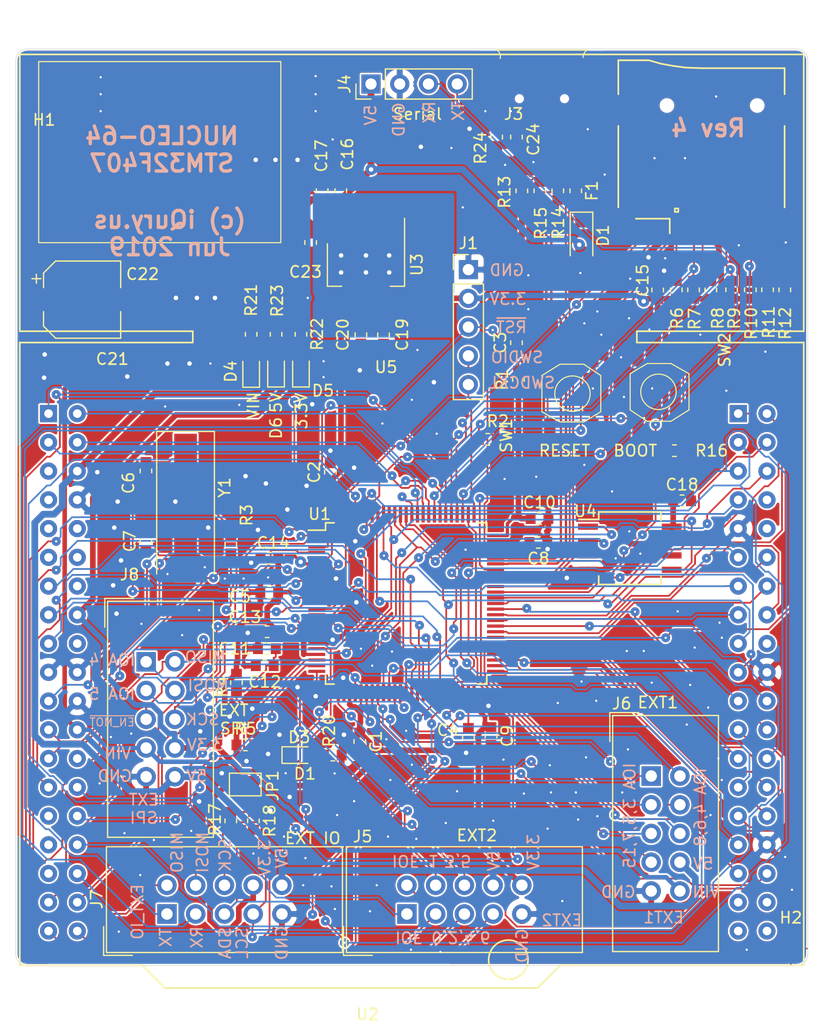
<source format=kicad_pcb>
(kicad_pcb (version 20190516) (host pcbnew "6.0.0-unknown-d132cf3~86~ubuntu19.04.1")
  (layers (0 "F.Cu" signal) (31 "B.Cu" signal) (34 "B.Paste" user) (35 "F.Paste" user) (36 "B.SilkS" user) (37 "F.SilkS" user) (38 "B.Mask" user) (39 "F.Mask" user) (44 "Edge.Cuts" user))
  (net 0 "")
  (net 1 "GND")
  (net 2 "/3.3V")
  (net 3 "/RST")
  (net 4 "Net-(C4-Pad2)")
  (net 5 "Net-(C6-Pad1)")
  (net 6 "Net-(C7-Pad1)")
  (net 7 "Net-(C8-Pad2)")
  (net 8 "/AVDD")
  (net 9 "/5V")
  (net 10 "/VIN")
  (net 11 "Net-(D1-Pad1)")
  (net 12 "Net-(F1-Pad1)")
  (net 13 "/SWDCLK")
  (net 14 "/SWDIO")
  (net 15 "/SDIO_D0")
  (net 16 "/SDIO_CLK")
  (net 17 "/SDIO_CMD")
  (net 18 "/SDIO_D3")
  (net 19 "/SDIO_D2")
  (net 20 "/SDIO_D1")
  (net 21 "/SD_DETECT")
  (net 22 "Net-(J3-Pad4)")
  (net 23 "/UART_TX")
  (net 24 "/UART_RX")
  (net 25 "/IOE_6")
  (net 26 "/IOE_5")
  (net 27 "/IOE_4")
  (net 28 "/IOE_3")
  (net 29 "/IOE_2")
  (net 30 "/IOE_1")
  (net 31 "/IOE_0")
  (net 32 "/IOA_15")
  (net 33 "/IOA_8")
  (net 34 "/IOA_7")
  (net 35 "/IOA_6")
  (net 36 "/IOA_5")
  (net 37 "/IOA_4")
  (net 38 "/IOA_3")
  (net 39 "/I2C_SCL")
  (net 40 "/SPI2_SCK")
  (net 41 "/I2C_SDA")
  (net 42 "/SPI2_MOSI")
  (net 43 "/UART2_RX")
  (net 44 "/SPI2_MISO")
  (net 45 "/UART2_TX")
  (net 46 "/SPI_SCK")
  (net 47 "/~EN_MOTORS")
  (net 48 "/SPI_MOSI")
  (net 49 "/SPI_MISO")
  (net 50 "Net-(JP1-Pad1)")
  (net 51 "/BOOT0")
  (net 52 "/BOOT1")
  (net 53 "Net-(R16-Pad2)")
  (net 54 "/E1_PWM")
  (net 55 "/E0_PWM")
  (net 56 "/Y_END")
  (net 57 "/X_END")
  (net 58 "/Z_START")
  (net 59 "/Y_START")
  (net 60 "/X_START")
  (net 61 "/E0_STEP")
  (net 62 "/~TC1_CS")
  (net 63 "/~E1_CS")
  (net 64 "/E0_DIR")
  (net 65 "/Y_DIR")
  (net 66 "/Z_DIR")
  (net 67 "/~Z_CS")
  (net 68 "/~Y_CS")
  (net 69 "/~X_CS")
  (net 70 "/Z_END")
  (net 71 "/PWM5")
  (net 72 "/PWM4")
  (net 73 "/Z_STEP")
  (net 74 "/~TC2_CS")
  (net 75 "/BED_PWM")
  (net 76 "/E1_STEP")
  (net 77 "/~LCD_CS")
  (net 78 "/E1_END")
  (net 79 "/X_STEP")
  (net 80 "/STALL")
  (net 81 "/ENC_B")
  (net 82 "/ENC_A")
  (net 83 "/~FLASH_CS")
  (net 84 "/~E0_CS")
  (net 85 "/E1_DIR")
  (net 86 "/Y_STEP")
  (net 87 "/X_DIR")
  (net 88 "/BED_TEMP")
  (net 89 "/E1_TEMP")
  (net 90 "/E0_TEMP")
  (net 91 "/E0_END")
  (net 92 "/Z_PROBE_MOD")
  (net 93 "/BTN_IN")
  (net 94 "/Z_PROBE_IN")
  (net 95 "Net-(U2-Pad10)")
  (net 96 "Net-(U2-Pad12)")
  (net 97 "Net-(U2-Pad14)")
  (net 98 "Net-(U2-Pad18)")
  (net 99 "Net-(U2-Pad26)")
  (net 100 "Net-(U2-Pad5)")
  (net 101 "Net-(U2-Pad7)")
  (net 102 "Net-(U2-Pad9)")
  (net 103 "Net-(U2-Pad11)")
  (net 104 "Net-(U2-Pad29)")
  (net 105 "Net-(U2-Pad31)")
  (net 106 "Net-(U2-Pad33)")
  (net 107 "Net-(U2-Pad73)")
  (net 108 "Net-(U2-Pad46)")
  (net 109 "Net-(U2-Pad48)")
  (net 110 "Net-(U2-Pad56)")
  (net 111 "Net-(U2-Pad74)")
  (net 112 "Net-(U2-Pad75)")
  (net 113 "Net-(U2-Pad76)")
  (net 114 "/USB_D-")
  (net 115 "/USB_D+")
  (net 116 "/D+")
  (net 117 "/D-")
  (net 118 "Net-(D3-Pad2)")
  (net 119 "Net-(D4-Pad2)")
  (net 120 "Net-(D5-Pad2)")
  (net 121 "Net-(D6-Pad2)")
  (net 122 "Net-(C24-Pad2)")
  (module "DCBuck:Buck2217" (layer "F.Cu") (at 65.52 44.12)
    (fp_text reference "U5" (at 20.2 19) (layer "F.SilkS"))
    (fp_text value "DCBuck")
    (pad "6" smd rect (at 10.1 4.4) (size 4 2) (layers "F.Cu" "F.Paste" "F.Mask") (net 9 "/5V"))
    (pad "5" smd rect (at 10.1 6.8) (size 4 2) (layers "F.Cu" "F.Paste" "F.Mask") (net 9 "/5V"))
    (pad "8" smd rect (at 10.1 -4.4) (size 4 2) (layers "F.Cu" "F.Paste" "F.Mask") (net 1 "GND"))
    (pad "7" smd rect (at 10.1 -6.8) (size 4 2) (layers "F.Cu" "F.Paste" "F.Mask") (net 1 "GND"))
    (pad "2" smd rect (at -9.7 4.4) (size 4 2) (layers "F.Cu" "F.Paste" "F.Mask") (net 10 "/VIN"))
    (pad "1" smd rect (at -9.7 6.8) (size 4 2) (layers "F.Cu" "F.Paste" "F.Mask") (net 10 "/VIN"))
    (pad "4" smd rect (at -9.7 -4.4) (size 4 2) (layers "F.Cu" "F.Paste" "F.Mask") (net 1 "GND"))
    (pad "3" smd rect (at -9.7 -6.8) (size 4 2) (layers "F.Cu" "F.Paste" "F.Mask") (net 1 "GND"))
  )
  (module "PrntrBoardV1:Conn_uSDcard" (layer "F.Cu") (at 113.6 43.5 180)
    (fp_text reference "XS1")
    (fp_text value "MicroSD")
    (pad "3" smd rect (at 0 -7 180) (size 0.7 1.6) (layers "F.Cu" "F.Paste" "F.Mask") (net 17 "/SDIO_CMD"))
    (pad "" np_thru_hole circle (at -4.93 3.5 180) (size 1 1) (drill 1) (layers *.Cu))
    (pad "" np_thru_hole circle (at 3.05 3.5 180) (size 1 1) (drill 1) (layers *.Cu))
    (pad "2" smd rect (at 1.1 -7 180) (size 0.7 1.6) (layers "F.Cu" "F.Paste" "F.Mask") (net 18 "/SDIO_D3"))
    (pad "1" smd rect (at 2.2 -7 180) (size 0.7 1.6) (layers "F.Cu" "F.Paste" "F.Mask") (net 19 "/SDIO_D2"))
    (pad "4" smd rect (at -1.1 -7 180) (size 0.7 1.6) (layers "F.Cu" "F.Paste" "F.Mask") (net 2 "/3.3V"))
    (pad "5" smd rect (at -2.2 -7 180) (size 0.7 1.6) (layers "F.Cu" "F.Paste" "F.Mask") (net 16 "/SDIO_CLK"))
    (pad "6" smd rect (at -3.3 -7 180) (size 0.7 1.6) (layers "F.Cu" "F.Paste" "F.Mask") (net 1 "GND"))
    (pad "8" smd rect (at -5.5 -7 180) (size 0.7 1.6) (layers "F.Cu" "F.Paste" "F.Mask") (net 20 "/SDIO_D1"))
    (pad "7" smd rect (at -4.4 -7 180) (size 0.7 1.6) (layers "F.Cu" "F.Paste" "F.Mask") (net 15 "/SDIO_D0"))
    (pad "9" smd rect (at -6.6 -7 180) (size 0.7 1.6) (layers "F.Cu" "F.Paste" "F.Mask") (net 21 "/SD_DETECT"))
    (pad "6" smd rect (at -7.75 -6.5 180) (size 1.2 1.4) (layers "F.Cu" "F.Paste" "F.Mask") (net 1 "GND"))
    (pad "6" smd rect (at 6.85 -6.5 180) (size 1.6 1.4) (layers "F.Cu" "F.Paste" "F.Mask") (net 1 "GND"))
    (pad "6" smd rect (at -7.75 3.1 180) (size 1.2 2.2) (layers "F.Cu" "F.Paste" "F.Mask") (net 1 "GND"))
    (pad "6" smd rect (at 7.75 3.1 180) (size 1.2 2.2) (layers "F.Cu" "F.Paste" "F.Mask") (net 1 "GND"))
  )
  (module "PrntrBoardV1:MC-101C" (layer "F.Cu") (at 99.5 37.75 180)
    (fp_text reference "J3" (at 2.5 -3 180) (layer "F.SilkS"))
    (fp_text value "USB_B_Micro")
    (pad "" np_thru_hole circle (at 2 -1.65 180) (size 0.5 0.5) (drill 0.5) (layers *.Cu *.Mask))
    (pad "" np_thru_hole circle (at -2 -1.65 180) (size 0.5 0.5) (drill 0.5) (layers *.Cu *.Mask))
    (pad "6" smd rect (at 4 0.5 180) (size 1.8 1.9) (layers "F.Cu" "F.Paste" "F.Mask") (net 122 "Net-(C24-Pad2)"))
    (pad "6" smd rect (at -4 0.5 180) (size 1.8 1.9) (layers "F.Cu" "F.Paste" "F.Mask") (net 122 "Net-(C24-Pad2)"))
    (pad "6" smd rect (at 1.2 0.5 180) (size 1.9 1.9) (layers "F.Cu" "F.Paste" "F.Mask") (net 122 "Net-(C24-Pad2)"))
    (pad "6" smd rect (at -1.2 0.5 180) (size 1.9 1.9) (layers "F.Cu" "F.Paste" "F.Mask") (net 122 "Net-(C24-Pad2)"))
    (pad "5" smd rect (at 1.3 -2.175 180) (size 0.4 1.35) (layers "F.Cu" "F.Paste" "F.Mask") (net 1 "GND"))
    (pad "4" smd rect (at 0.65 -2.175 180) (size 0.4 1.35) (layers "F.Cu" "F.Paste" "F.Mask") (net 22 "Net-(J3-Pad4)"))
    (pad "3" smd rect (at 0 -2.175 180) (size 0.4 1.35) (layers "F.Cu" "F.Paste" "F.Mask") (net 116 "/D+"))
    (pad "2" smd rect (at -0.65 -2.175 180) (size 0.4 1.35) (layers "F.Cu" "F.Paste" "F.Mask") (net 117 "/D-"))
    (pad "1" smd rect (at -1.3 -2.175 180) (size 0.4 1.35) (layers "F.Cu" "F.Paste" "F.Mask") (net 12 "Net-(F1-Pad1)"))
  )
  (module "PrntrBoardV1:Button 4x4" (layer "F.Cu") (at 109.85 65.3 90)
    (fp_text reference "SW2" (at 3.7 5.8 90) (layer "F.SilkS"))
    (fp_text value "BOOT")
    (pad "2" smd rect (at 3.1 1.95 90) (size 1.7 1) (layers "F.Cu" "F.Paste" "F.Mask") (net 53 "Net-(R16-Pad2)"))
    (pad "1" smd rect (at 3.1 -1.85 90) (size 1.7 1) (layers "F.Cu" "F.Paste" "F.Mask") (net 51 "/BOOT0"))
    (pad "2" smd rect (at -3.2 1.95 90) (size 1.7 1) (layers "F.Cu" "F.Paste" "F.Mask") (net 53 "Net-(R16-Pad2)"))
    (pad "1" smd rect (at -3.2 -1.85 90) (size 1.7 1) (layers "F.Cu" "F.Paste" "F.Mask") (net 51 "/BOOT0"))
  )
  (module "PrntrBoardV1:Button 4x4" (layer "F.Cu") (at 102.15 65.46 270)
    (fp_text reference "SW1" (at 3.7 5.8 270) (layer "F.SilkS"))
    (fp_text value "RESET")
    (pad "2" smd rect (at 3.1 1.95 270) (size 1.7 1) (layers "F.Cu" "F.Paste" "F.Mask") (net 3 "/RST"))
    (pad "1" smd rect (at 3.1 -1.85 270) (size 1.7 1) (layers "F.Cu" "F.Paste" "F.Mask") (net 1 "GND"))
    (pad "2" smd rect (at -3.2 1.95 270) (size 1.7 1) (layers "F.Cu" "F.Paste" "F.Mask") (net 3 "/RST"))
    (pad "1" smd rect (at -3.2 -1.85 270) (size 1.7 1) (layers "F.Cu" "F.Paste" "F.Mask") (net 1 "GND"))
  )
  (module "PrntrBoardV1:C_0402_1005Metric" (layer "F.Cu") (at 58.839 62.357)
    (fp_text reference "C21" (at 2.686 0.043) (layer "F.SilkS"))
    (fp_text value "100nF 50V")
    (pad "1" smd rect (at -0.485 0) (size 0.59 0.64) (layers "F.Cu" "F.Paste" "F.Mask") (net 10 "/VIN"))
    (pad "2" smd rect (at 0.485 0) (size 0.59 0.64) (layers "F.Cu" "F.Paste" "F.Mask") (net 1 "GND"))
  )
  (module "PrntrBoardV1:R_0603_1608Metric" (layer "F.Cu") (at 95.5 42.7875 90)
    (fp_text reference "R24" (at -0.9625 -1.43 90) (layer "F.SilkS"))
    (fp_text value "100k")
    (pad "1" smd rect (at -0.7875 0 90) (size 0.875 0.95) (layers "F.Cu" "F.Paste" "F.Mask") (net 1 "GND"))
    (pad "2" smd rect (at 0.7875 0 90) (size 0.875 0.95) (layers "F.Cu" "F.Paste" "F.Mask") (net 122 "Net-(C24-Pad2)"))
  )
  (module "PrntrBoardV1:Fiducial_1mm_Dia_2.54mm_Outer_CopperTop" (layer "F.Cu") (at 121.5 114.5)
    (fp_text reference "H2" (at 0 -2.7305) (layer "F.SilkS"))
    (fp_text value "FID2")
    (pad "~" smd rect (at 0 0) (size 3 0.127) (layers "F.Cu" "F.Paste" "F.Mask"))
    (pad "~" smd rect (at 0 0) (size 0.127 3) (layers "F.Cu" "F.Paste" "F.Mask"))
  )
  (module "PrntrBoardV1:Fiducial_1mm_Dia_2.54mm_Outer_CopperTop" (layer "F.Cu") (at 55.5 44)
    (fp_text reference "H1" (at 0 -2.7305) (layer "F.SilkS"))
    (fp_text value "FID1")
    (pad "~" smd rect (at 0 0) (size 3 0.127) (layers "F.Cu" "F.Paste" "F.Mask"))
    (pad "~" smd rect (at 0 0) (size 0.127 3) (layers "F.Cu" "F.Paste" "F.Mask"))
  )
  (module "PrntrBoardV1:C_0603_1608Metric" (layer "F.Cu") (at 97.25 42.7875 90)
    (fp_text reference "C24" (at -0.2125 1.5 90) (layer "F.SilkS"))
    (fp_text value "0.1uF")
    (pad "1" smd rect (at -0.7875 0 90) (size 0.875 0.95) (layers "F.Cu" "F.Paste" "F.Mask") (net 1 "GND"))
    (pad "2" smd rect (at 0.7875 0 90) (size 0.875 0.95) (layers "F.Cu" "F.Paste" "F.Mask") (net 122 "Net-(C24-Pad2)"))
  )
  (module "PrntrBoardV1:Nucleo-64" (layer "F.Cu") (at 55.8915 112.945)
    (fp_text reference "U2" (at 28.194 7.366) (layer "F.SilkS"))
    (fp_text value "NUCLEO-64")
    (pad "2" thru_hole circle (at 2.54 -45.72) (size 1.524 1.524) (drill 0.762) (layers *.Cu *.Mask) (net 59 "/Y_START"))
    (pad "4" thru_hole circle (at 2.54 -43.18) (size 1.524 1.524) (drill 0.762) (layers *.Cu *.Mask) (net 57 "/X_END"))
    (pad "6" thru_hole circle (at 2.54 -40.64) (size 1.524 1.524) (drill 0.762) (layers *.Cu *.Mask) (net 9 "/5V"))
    (pad "8" thru_hole circle (at 2.54 -38.1) (size 1.524 1.524) (drill 0.762) (layers *.Cu *.Mask) (net 1 "GND"))
    (pad "10" thru_hole circle (at 2.54 -35.56) (size 1.524 1.524) (drill 0.762) (layers *.Cu *.Mask) (net 95 "Net-(U2-Pad10)"))
    (pad "12" thru_hole circle (at 2.54 -33.02) (size 1.524 1.524) (drill 0.762) (layers *.Cu *.Mask) (net 96 "Net-(U2-Pad12)"))
    (pad "14" thru_hole circle (at 2.54 -30.48) (size 1.524 1.524) (drill 0.762) (layers *.Cu *.Mask) (net 97 "Net-(U2-Pad14)"))
    (pad "16" thru_hole circle (at 2.54 -27.94) (size 1.524 1.524) (drill 0.762) (layers *.Cu *.Mask) (net 2 "/3.3V"))
    (pad "18" thru_hole circle (at 2.54 -25.4) (size 1.524 1.524) (drill 0.762) (layers *.Cu *.Mask) (net 98 "Net-(U2-Pad18)"))
    (pad "20" thru_hole circle (at 2.54 -22.86) (size 1.524 1.524) (drill 0.762) (layers *.Cu *.Mask) (net 1 "GND"))
    (pad "22" thru_hole circle (at 2.54 -20.32) (size 1.524 1.524) (drill 0.762) (layers *.Cu *.Mask) (net 1 "GND"))
    (pad "24" thru_hole circle (at 2.54 -17.78) (size 1.524 1.524) (drill 0.762) (layers *.Cu *.Mask) (net 10 "/VIN"))
    (pad "26" thru_hole circle (at 2.54 -15.24) (size 1.524 1.524) (drill 0.762) (layers *.Cu *.Mask) (net 99 "Net-(U2-Pad26)"))
    (pad "28" thru_hole circle (at 2.54 -12.7) (size 1.524 1.524) (drill 0.762) (layers *.Cu *.Mask) (net 90 "/E0_TEMP"))
    (pad "30" thru_hole circle (at 2.54 -10.16) (size 1.524 1.524) (drill 0.762) (layers *.Cu *.Mask) (net 89 "/E1_TEMP"))
    (pad "32" thru_hole circle (at 2.54 -7.62) (size 1.524 1.524) (drill 0.762) (layers *.Cu *.Mask) (net 79 "/X_STEP"))
    (pad "34" thru_hole circle (at 2.54 -5.08) (size 1.524 1.524) (drill 0.762) (layers *.Cu *.Mask) (net 75 "/BED_PWM"))
    (pad "36" thru_hole circle (at 2.54 -2.54) (size 1.524 1.524) (drill 0.762) (layers *.Cu *.Mask) (net 48 "/SPI_MOSI"))
    (pad "1" thru_hole rect (at 0 -45.72) (size 1.524 1.524) (drill 0.762) (layers *.Cu *.Mask) (net 60 "/X_START"))
    (pad "3" thru_hole circle (at 0 -43.18) (size 1.524 1.524) (drill 0.762) (layers *.Cu *.Mask) (net 58 "/Z_START"))
    (pad "5" thru_hole circle (at 0 -40.64) (size 1.524 1.524) (drill 0.762) (layers *.Cu *.Mask) (net 100 "Net-(U2-Pad5)"))
    (pad "7" thru_hole circle (at 0 -38.1) (size 1.524 1.524) (drill 0.762) (layers *.Cu *.Mask) (net 101 "Net-(U2-Pad7)"))
    (pad "9" thru_hole circle (at 0 -35.56) (size 1.524 1.524) (drill 0.762) (layers *.Cu *.Mask) (net 102 "Net-(U2-Pad9)"))
    (pad "11" thru_hole circle (at 0 -33.02) (size 1.524 1.524) (drill 0.762) (layers *.Cu *.Mask) (net 103 "Net-(U2-Pad11)"))
    (pad "13" thru_hole circle (at 0 -30.48) (size 1.524 1.524) (drill 0.762) (layers *.Cu *.Mask) (net 82 "/ENC_A"))
    (pad "15" thru_hole circle (at 0 -27.94) (size 1.524 1.524) (drill 0.762) (layers *.Cu *.Mask) (net 81 "/ENC_B"))
    (pad "17" thru_hole circle (at 0 -25.4) (size 1.524 1.524) (drill 0.762) (layers *.Cu *.Mask) (net 80 "/STALL"))
    (pad "19" thru_hole circle (at 0 -22.86) (size 1.524 1.524) (drill 0.762) (layers *.Cu *.Mask) (net 1 "GND"))
    (pad "21" thru_hole circle (at 0 -20.32) (size 1.524 1.524) (drill 0.762) (layers *.Cu *.Mask) (net 78 "/E1_END"))
    (pad "23" thru_hole circle (at 0 -17.78) (size 1.524 1.524) (drill 0.762) (layers *.Cu *.Mask) (net 94 "/Z_PROBE_IN"))
    (pad "25" thru_hole circle (at 0 -15.24) (size 1.524 1.524) (drill 0.762) (layers *.Cu *.Mask) (net 93 "/BTN_IN"))
    (pad "27" thru_hole circle (at 0 -12.7) (size 1.524 1.524) (drill 0.762) (layers *.Cu *.Mask) (net 92 "/Z_PROBE_MOD"))
    (pad "29" thru_hole circle (at 0 -10.16) (size 1.524 1.524) (drill 0.762) (layers *.Cu *.Mask) (net 104 "Net-(U2-Pad29)"))
    (pad "31" thru_hole circle (at 0 -7.62) (size 1.524 1.524) (drill 0.762) (layers *.Cu *.Mask) (net 105 "Net-(U2-Pad31)"))
    (pad "33" thru_hole circle (at 0 -5.08) (size 1.524 1.524) (drill 0.762) (layers *.Cu *.Mask) (net 106 "Net-(U2-Pad33)"))
    (pad "35" thru_hole circle (at 0 -2.54) (size 1.524 1.524) (drill 0.762) (layers *.Cu *.Mask) (net 49 "/SPI_MISO"))
    (pad "39" thru_hole rect (at 60.96 -45.72) (size 1.524 1.524) (drill 0.762) (layers *.Cu *.Mask) (net 76 "/E1_STEP"))
    (pad "41" thru_hole circle (at 60.96 -43.18) (size 1.524 1.524) (drill 0.762) (layers *.Cu *.Mask) (net 39 "/I2C_SCL"))
    (pad "43" thru_hole circle (at 60.96 -40.64) (size 1.524 1.524) (drill 0.762) (layers *.Cu *.Mask) (net 41 "/I2C_SDA"))
    (pad "45" thru_hole circle (at 60.96 -38.1) (size 1.524 1.524) (drill 0.762) (layers *.Cu *.Mask) (net 8 "/AVDD"))
    (pad "47" thru_hole circle (at 60.96 -35.56) (size 1.524 1.524) (drill 0.762) (layers *.Cu *.Mask) (net 1 "GND"))
    (pad "49" thru_hole circle (at 60.96 -33.02) (size 1.524 1.524) (drill 0.762) (layers *.Cu *.Mask) (net 47 "/~EN_MOTORS"))
    (pad "51" thru_hole circle (at 60.96 -30.48) (size 1.524 1.524) (drill 0.762) (layers *.Cu *.Mask) (net 55 "/E0_PWM"))
    (pad "53" thru_hole circle (at 60.96 -27.94) (size 1.524 1.524) (drill 0.762) (layers *.Cu *.Mask) (net 54 "/E1_PWM"))
    (pad "55" thru_hole circle (at 60.96 -25.4) (size 1.524 1.524) (drill 0.762) (layers *.Cu *.Mask) (net 91 "/E0_END"))
    (pad "57" thru_hole circle (at 60.96 -22.86) (size 1.524 1.524) (drill 0.762) (layers *.Cu *.Mask) (net 61 "/E0_STEP"))
    (pad "59" thru_hole circle (at 60.96 -20.32) (size 1.524 1.524) (drill 0.762) (layers *.Cu *.Mask) (net 85 "/E1_DIR"))
    (pad "61" thru_hole circle (at 60.96 -17.78) (size 1.524 1.524) (drill 0.762) (layers *.Cu *.Mask) (net 74 "/~TC2_CS"))
    (pad "63" thru_hole circle (at 60.96 -15.24) (size 1.524 1.524) (drill 0.762) (layers *.Cu *.Mask) (net 46 "/SPI_SCK"))
    (pad "65" thru_hole circle (at 60.96 -12.7) (size 1.524 1.524) (drill 0.762) (layers *.Cu *.Mask) (net 56 "/Y_END"))
    (pad "67" thru_hole circle (at 60.96 -10.16) (size 1.524 1.524) (drill 0.762) (layers *.Cu *.Mask) (net 70 "/Z_END"))
    (pad "69" thru_hole circle (at 60.96 -7.62) (size 1.524 1.524) (drill 0.762) (layers *.Cu *.Mask) (net 84 "/~E0_CS"))
    (pad "71" thru_hole circle (at 60.96 -5.08) (size 1.524 1.524) (drill 0.762) (layers *.Cu *.Mask) (net 69 "/~X_CS"))
    (pad "73" thru_hole circle (at 60.96 -2.54) (size 1.524 1.524) (drill 0.762) (layers *.Cu *.Mask) (net 107 "Net-(U2-Pad73)"))
    (pad "40" thru_hole circle (at 63.5 -45.72) (size 1.524 1.524) (drill 0.762) (layers *.Cu *.Mask) (net 64 "/E0_DIR"))
    (pad "42" thru_hole circle (at 63.5 -43.18) (size 1.524 1.524) (drill 0.762) (layers *.Cu *.Mask) (net 62 "/~TC1_CS"))
    (pad "44" thru_hole circle (at 63.5 -40.64) (size 1.524 1.524) (drill 0.762) (layers *.Cu *.Mask) (net 86 "/Y_STEP"))
    (pad "46" thru_hole circle (at 63.5 -38.1) (size 1.524 1.524) (drill 0.762) (layers *.Cu *.Mask) (net 108 "Net-(U2-Pad46)"))
    (pad "48" thru_hole circle (at 63.5 -35.56) (size 1.524 1.524) (drill 0.762) (layers *.Cu *.Mask) (net 109 "Net-(U2-Pad48)"))
    (pad "50" thru_hole circle (at 63.5 -33.02) (size 1.524 1.524) (drill 0.762) (layers *.Cu *.Mask) (net 67 "/~Z_CS"))
    (pad "52" thru_hole circle (at 63.5 -30.48) (size 1.524 1.524) (drill 0.762) (layers *.Cu *.Mask) (net 68 "/~Y_CS"))
    (pad "54" thru_hole circle (at 63.5 -27.94) (size 1.524 1.524) (drill 0.762) (layers *.Cu *.Mask) (net 65 "/Y_DIR"))
    (pad "56" thru_hole circle (at 63.5 -25.4) (size 1.524 1.524) (drill 0.762) (layers *.Cu *.Mask) (net 110 "Net-(U2-Pad56)"))
    (pad "58" thru_hole circle (at 63.5 -22.86) (size 1.524 1.524) (drill 0.762) (layers *.Cu *.Mask) (net 1 "GND"))
    (pad "60" thru_hole circle (at 63.5 -20.32) (size 1.524 1.524) (drill 0.762) (layers *.Cu *.Mask) (net 72 "/PWM4"))
    (pad "62" thru_hole circle (at 63.5 -17.78) (size 1.524 1.524) (drill 0.762) (layers *.Cu *.Mask) (net 63 "/~E1_CS"))
    (pad "64" thru_hole circle (at 63.5 -15.24) (size 1.524 1.524) (drill 0.762) (layers *.Cu *.Mask) (net 66 "/Z_DIR"))
    (pad "66" thru_hole circle (at 63.5 -12.7) (size 1.524 1.524) (drill 0.762) (layers *.Cu *.Mask) (net 71 "/PWM5"))
    (pad "68" thru_hole circle (at 63.5 -10.16) (size 1.524 1.524) (drill 0.762) (layers *.Cu *.Mask) (net 73 "/Z_STEP"))
    (pad "70" thru_hole circle (at 63.5 -7.62) (size 1.524 1.524) (drill 0.762) (layers *.Cu *.Mask) (net 1 "GND"))
    (pad "72" thru_hole circle (at 63.5 -5.08) (size 1.524 1.524) (drill 0.762) (layers *.Cu *.Mask) (net 87 "/X_DIR"))
    (pad "74" thru_hole circle (at 63.5 -2.54) (size 1.524 1.524) (drill 0.762) (layers *.Cu *.Mask) (net 111 "Net-(U2-Pad74)"))
    (pad "75" thru_hole circle (at 60.96 0) (size 1.524 1.524) (drill 0.762) (layers *.Cu *.Mask) (net 112 "Net-(U2-Pad75)"))
    (pad "76" thru_hole circle (at 63.5 0) (size 1.524 1.524) (drill 0.762) (layers *.Cu *.Mask) (net 113 "Net-(U2-Pad76)"))
    (pad "38" thru_hole circle (at 2.54 0) (size 1.524 1.524) (drill 0.762) (layers *.Cu *.Mask) (net 88 "/BED_TEMP"))
    (pad "37" thru_hole circle (at 0 0) (size 1.524 1.524) (drill 0.762) (layers *.Cu *.Mask) (net 77 "/~LCD_CS"))
  )
  (module "PrntrBoardV1:D_0603_1608Metric" (layer "F.Cu") (at 76 63.3875 90)
    (fp_text reference "D6" (at -5.1125 0 90) (layer "F.SilkS"))
    (fp_text value "RED")
    (pad "1" smd rect (at -0.7875 0 90) (size 0.875 0.95) (layers "F.Cu" "F.Paste" "F.Mask") (net 1 "GND"))
    (pad "2" smd rect (at 0.7875 0 90) (size 0.875 0.95) (layers "F.Cu" "F.Paste" "F.Mask") (net 121 "Net-(D6-Pad2)"))
  )
  (module "PrntrBoardV1:D_0603_1608Metric" (layer "F.Cu") (at 78.2 63.3875 90)
    (fp_text reference "D5" (at -1.8125 1.95 180) (layer "F.SilkS"))
    (fp_text value "RED")
    (pad "1" smd rect (at -0.7875 0 90) (size 0.875 0.95) (layers "F.Cu" "F.Paste" "F.Mask") (net 1 "GND"))
    (pad "2" smd rect (at 0.7875 0 90) (size 0.875 0.95) (layers "F.Cu" "F.Paste" "F.Mask") (net 120 "Net-(D5-Pad2)"))
  )
  (module "PrntrBoardV1:D_0603_1608Metric" (layer "F.Cu") (at 73.8 63.4125 90)
    (fp_text reference "D4" (at -0.0875 -1.8 90) (layer "F.SilkS"))
    (fp_text value "RED")
    (pad "1" smd rect (at -0.7875 0 90) (size 0.875 0.95) (layers "F.Cu" "F.Paste" "F.Mask") (net 1 "GND"))
    (pad "2" smd rect (at 0.7875 0 90) (size 0.875 0.95) (layers "F.Cu" "F.Paste" "F.Mask") (net 119 "Net-(D4-Pad2)"))
  )
  (module "PrntrBoardV1:D_0603_1608Metric" (layer "F.Cu") (at 78.0125 97.4)
    (fp_text reference "D3" (at 0.0375 -1.575) (layer "F.SilkS"))
    (fp_text value "RED")
    (pad "1" smd rect (at -0.7875 0) (size 0.875 0.95) (layers "F.Cu" "F.Paste" "F.Mask") (net 52 "/BOOT1"))
    (pad "2" smd rect (at 0.7875 0) (size 0.875 0.95) (layers "F.Cu" "F.Paste" "F.Mask") (net 118 "Net-(D3-Pad2)"))
  )
  (module "PrntrBoardV1:R_0603_1608Metric" (layer "F.Cu") (at 76 60.2125 270)
    (fp_text reference "R23" (at -2.9625 -0.1 270) (layer "F.SilkS"))
    (fp_text value "1k")
    (pad "1" smd rect (at -0.7875 0 270) (size 0.875 0.95) (layers "F.Cu" "F.Paste" "F.Mask") (net 9 "/5V"))
    (pad "2" smd rect (at 0.7875 0 270) (size 0.875 0.95) (layers "F.Cu" "F.Paste" "F.Mask") (net 121 "Net-(D6-Pad2)"))
  )
  (module "PrntrBoardV1:R_0603_1608Metric" (layer "F.Cu") (at 78.2 60.2125 270)
    (fp_text reference "R22" (at 0 -1.43 270) (layer "F.SilkS"))
    (fp_text value "470")
    (pad "1" smd rect (at -0.7875 0 270) (size 0.875 0.95) (layers "F.Cu" "F.Paste" "F.Mask") (net 2 "/3.3V"))
    (pad "2" smd rect (at 0.7875 0 270) (size 0.875 0.95) (layers "F.Cu" "F.Paste" "F.Mask") (net 120 "Net-(D5-Pad2)"))
  )
  (module "PrntrBoardV1:R_0603_1608Metric" (layer "F.Cu") (at 73.8 60.2125 270)
    (fp_text reference "R21" (at -3.0125 0 270) (layer "F.SilkS"))
    (fp_text value "10k")
    (pad "1" smd rect (at -0.7875 0 270) (size 0.875 0.95) (layers "F.Cu" "F.Paste" "F.Mask") (net 10 "/VIN"))
    (pad "2" smd rect (at 0.7875 0 270) (size 0.875 0.95) (layers "F.Cu" "F.Paste" "F.Mask") (net 119 "Net-(D4-Pad2)"))
  )
  (module "PrntrBoardV1:R_0603_1608Metric" (layer "F.Cu") (at 81.0125 97.4)
    (fp_text reference "R20" (at -0.3125 -2.15 90) (layer "F.SilkS"))
    (fp_text value "470")
    (pad "1" smd rect (at -0.7875 0) (size 0.875 0.95) (layers "F.Cu" "F.Paste" "F.Mask") (net 118 "Net-(D3-Pad2)"))
    (pad "2" smd rect (at 0.7875 0) (size 0.875 0.95) (layers "F.Cu" "F.Paste" "F.Mask") (net 1 "GND"))
  )
  (module "PrntrBoardV1:R_0603_1608Metric" (layer "F.Cu") (at 74 103.212 270)
    (fp_text reference "R18" (at 0 -1.43 270) (layer "F.SilkS"))
    (fp_text value "10k")
    (pad "1" smd rect (at -0.7875 0 270) (size 0.875 0.95) (layers "F.Cu" "F.Paste" "F.Mask") (net 50 "Net-(JP1-Pad1)"))
    (pad "2" smd rect (at 0.7875 0 270) (size 0.875 0.95) (layers "F.Cu" "F.Paste" "F.Mask") (net 39 "/I2C_SCL"))
  )
  (module "PrntrBoardV1:R_0603_1608Metric" (layer "F.Cu") (at 72 103.212 270)
    (fp_text reference "R17" (at -0.112 1.4 270) (layer "F.SilkS"))
    (fp_text value "10k")
    (pad "1" smd rect (at -0.7875 0 270) (size 0.875 0.95) (layers "F.Cu" "F.Paste" "F.Mask") (net 50 "Net-(JP1-Pad1)"))
    (pad "2" smd rect (at 0.7875 0 270) (size 0.875 0.95) (layers "F.Cu" "F.Paste" "F.Mask") (net 41 "/I2C_SDA"))
  )
  (module "PrntrBoardV1:R_0603_1608Metric" (layer "F.Cu") (at 111.212 70.5)
    (fp_text reference "R16" (at 3.288 0) (layer "F.SilkS"))
    (fp_text value "1k")
    (pad "1" smd rect (at -0.7875 0) (size 0.875 0.95) (layers "F.Cu" "F.Paste" "F.Mask") (net 2 "/3.3V"))
    (pad "2" smd rect (at 0.7875 0) (size 0.875 0.95) (layers "F.Cu" "F.Paste" "F.Mask") (net 53 "Net-(R16-Pad2)"))
  )
  (module "PrntrBoardV1:R_0603_1608Metric" (layer "F.Cu") (at 99.314 47.536 270)
    (fp_text reference "R15" (at 2.864 -0.086 270) (layer "F.SilkS"))
    (fp_text value "22")
    (pad "1" smd rect (at -0.7875 0 270) (size 0.875 0.95) (layers "F.Cu" "F.Paste" "F.Mask") (net 116 "/D+"))
    (pad "2" smd rect (at 0.7875 0 270) (size 0.875 0.95) (layers "F.Cu" "F.Paste" "F.Mask") (net 115 "/USB_D+"))
  )
  (module "PrntrBoardV1:R_0603_1608Metric" (layer "F.Cu") (at 100.902 47.536 270)
    (fp_text reference "R14" (at 2.864 -0.048 270) (layer "F.SilkS"))
    (fp_text value "22")
    (pad "1" smd rect (at -0.7875 0 270) (size 0.875 0.95) (layers "F.Cu" "F.Paste" "F.Mask") (net 117 "/D-"))
    (pad "2" smd rect (at 0.7875 0 270) (size 0.875 0.95) (layers "F.Cu" "F.Paste" "F.Mask") (net 114 "/USB_D-"))
  )
  (module "PrntrBoardV1:R_0603_1608Metric" (layer "F.Cu") (at 97.7265 47.536 270)
    (fp_text reference "R13" (at 0.114 1.5265 270) (layer "F.SilkS"))
    (fp_text value "1.5k")
    (pad "1" smd rect (at -0.7875 0 270) (size 0.875 0.95) (layers "F.Cu" "F.Paste" "F.Mask") (net 116 "/D+"))
    (pad "2" smd rect (at 0.7875 0 270) (size 0.875 0.95) (layers "F.Cu" "F.Paste" "F.Mask") (net 2 "/3.3V"))
  )
  (module "PrntrBoardV1:R_0603_1608Metric" (layer "F.Cu") (at 120.968 56.2865 270)
    (fp_text reference "R12" (at 2.9635 -0.032 270) (layer "F.SilkS"))
    (fp_text value "10k")
    (pad "1" smd rect (at -0.7875 0 270) (size 0.875 0.95) (layers "F.Cu" "F.Paste" "F.Mask") (net 21 "/SD_DETECT"))
    (pad "2" smd rect (at 0.7875 0 270) (size 0.875 0.95) (layers "F.Cu" "F.Paste" "F.Mask") (net 2 "/3.3V"))
  )
  (module "PrntrBoardV1:R_0603_1608Metric" (layer "F.Cu") (at 119.444 56.2865 270)
    (fp_text reference "R11" (at 2.8635 -0.106 270) (layer "F.SilkS"))
    (fp_text value "10k")
    (pad "1" smd rect (at -0.7875 0 270) (size 0.875 0.95) (layers "F.Cu" "F.Paste" "F.Mask") (net 20 "/SDIO_D1"))
    (pad "2" smd rect (at 0.7875 0 270) (size 0.875 0.95) (layers "F.Cu" "F.Paste" "F.Mask") (net 2 "/3.3V"))
  )
  (module "PrntrBoardV1:R_0603_1608Metric" (layer "F.Cu") (at 117.92 56.2865 270)
    (fp_text reference "R10" (at 2.9635 -0.08 270) (layer "F.SilkS"))
    (fp_text value "10k")
    (pad "1" smd rect (at -0.7875 0 270) (size 0.875 0.95) (layers "F.Cu" "F.Paste" "F.Mask") (net 15 "/SDIO_D0"))
    (pad "2" smd rect (at 0.7875 0 270) (size 0.875 0.95) (layers "F.Cu" "F.Paste" "F.Mask") (net 2 "/3.3V"))
  )
  (module "PrntrBoardV1:R_0603_1608Metric" (layer "F.Cu") (at 116.268 56.2865 270)
    (fp_text reference "R9" (at 2.5135 -0.232 270) (layer "F.SilkS"))
    (fp_text value "10k")
    (pad "1" smd rect (at -0.7875 0 270) (size 0.875 0.95) (layers "F.Cu" "F.Paste" "F.Mask") (net 16 "/SDIO_CLK"))
    (pad "2" smd rect (at 0.7875 0 270) (size 0.875 0.95) (layers "F.Cu" "F.Paste" "F.Mask") (net 2 "/3.3V"))
  )
  (module "PrntrBoardV1:R_0603_1608Metric" (layer "F.Cu") (at 114.427 56.299 270)
    (fp_text reference "R8" (at 2.501 -0.623 270) (layer "F.SilkS"))
    (fp_text value "10k")
    (pad "1" smd rect (at -0.7875 0 270) (size 0.875 0.95) (layers "F.Cu" "F.Paste" "F.Mask") (net 17 "/SDIO_CMD"))
    (pad "2" smd rect (at 0.7875 0 270) (size 0.875 0.95) (layers "F.Cu" "F.Paste" "F.Mask") (net 2 "/3.3V"))
  )
  (module "PrntrBoardV1:R_0603_1608Metric" (layer "F.Cu") (at 112.903 56.2865 270)
    (fp_text reference "R7" (at 2.5635 -0.097 270) (layer "F.SilkS"))
    (fp_text value "10k")
    (pad "1" smd rect (at -0.7875 0 270) (size 0.875 0.95) (layers "F.Cu" "F.Paste" "F.Mask") (net 18 "/SDIO_D3"))
    (pad "2" smd rect (at 0.7875 0 270) (size 0.875 0.95) (layers "F.Cu" "F.Paste" "F.Mask") (net 2 "/3.3V"))
  )
  (module "PrntrBoardV1:R_0603_1608Metric" (layer "F.Cu") (at 111.379 56.2865 270)
    (fp_text reference "R6" (at 2.5135 -0.071 270) (layer "F.SilkS"))
    (fp_text value "10k")
    (pad "1" smd rect (at -0.7875 0 270) (size 0.875 0.95) (layers "F.Cu" "F.Paste" "F.Mask") (net 19 "/SDIO_D2"))
    (pad "2" smd rect (at 0.7875 0 270) (size 0.875 0.95) (layers "F.Cu" "F.Paste" "F.Mask") (net 2 "/3.3V"))
  )
  (module "PrntrBoardV1:R_0603_1608Metric" (layer "F.Cu") (at 73.2875 96.5)
    (fp_text reference "R5" (at 0 -1.43) (layer "F.SilkS"))
    (fp_text value "10k")
    (pad "1" smd rect (at -0.7875 0) (size 0.875 0.95) (layers "F.Cu" "F.Paste" "F.Mask") (net 1 "GND"))
    (pad "2" smd rect (at 0.7875 0) (size 0.875 0.95) (layers "F.Cu" "F.Paste" "F.Mask") (net 52 "/BOOT1"))
  )
  (module "PrntrBoardV1:R_0603_1608Metric" (layer "F.Cu") (at 72.5 91 270)
    (fp_text reference "R4" (at 0.35 1.25 270) (layer "F.SilkS"))
    (fp_text value "1R5")
    (pad "1" smd rect (at -0.7875 0 270) (size 0.875 0.95) (layers "F.Cu" "F.Paste" "F.Mask") (net 2 "/3.3V"))
    (pad "2" smd rect (at 0.7875 0 270) (size 0.875 0.95) (layers "F.Cu" "F.Paste" "F.Mask") (net 8 "/AVDD"))
  )
  (module "PrntrBoardV1:R_0603_1608Metric" (layer "F.Cu") (at 72 78.7875 270)
    (fp_text reference "R3" (at -2.5875 -1.4 270) (layer "F.SilkS"))
    (fp_text value "1M")
    (pad "1" smd rect (at -0.7875 0 270) (size 0.875 0.95) (layers "F.Cu" "F.Paste" "F.Mask") (net 5 "Net-(C6-Pad1)"))
    (pad "2" smd rect (at 0.7875 0 270) (size 0.875 0.95) (layers "F.Cu" "F.Paste" "F.Mask") (net 6 "Net-(C7-Pad1)"))
  )
  (module "PrntrBoardV1:R_0603_1608Metric" (layer "F.Cu") (at 94.7125 69.5)
    (fp_text reference "R2" (at 0.8875 -1.6) (layer "F.SilkS"))
    (fp_text value "10k")
    (pad "1" smd rect (at -0.7875 0) (size 0.875 0.95) (layers "F.Cu" "F.Paste" "F.Mask") (net 51 "/BOOT0"))
    (pad "2" smd rect (at 0.7875 0) (size 0.875 0.95) (layers "F.Cu" "F.Paste" "F.Mask") (net 1 "GND"))
  )
  (module "PrntrBoardV1:R_0603_1608Metric" (layer "F.Cu") (at 97.425 64.2125 90)
    (fp_text reference "R1" (at 0 -1.43 90) (layer "F.SilkS"))
    (fp_text value "10k")
    (pad "1" smd rect (at -0.7875 0 90) (size 0.875 0.95) (layers "F.Cu" "F.Paste" "F.Mask") (net 2 "/3.3V"))
    (pad "2" smd rect (at 0.7875 0 90) (size 0.875 0.95) (layers "F.Cu" "F.Paste" "F.Mask") (net 3 "/RST"))
  )
  (module "PrntrBoardV1:C_0603_1608Metric" (layer "F.Cu") (at 79.0575 52.108 270)
    (fp_text reference "C23" (at 2.592 0.4575) (layer "F.SilkS"))
    (fp_text value "10uF")
    (pad "1" smd rect (at -0.7875 0 270) (size 0.875 0.95) (layers "F.Cu" "F.Paste" "F.Mask") (net 9 "/5V"))
    (pad "2" smd rect (at 0.7875 0 270) (size 0.875 0.95) (layers "F.Cu" "F.Paste" "F.Mask") (net 1 "GND"))
  )
  (module "PrntrBoardV1:C_0603_1608Metric" (layer "F.Cu") (at 83.5 60.25 270)
    (fp_text reference "C20" (at 0 1.6 270) (layer "F.SilkS"))
    (fp_text value "10uF")
    (pad "1" smd rect (at -0.7875 0 270) (size 0.875 0.95) (layers "F.Cu" "F.Paste" "F.Mask") (net 2 "/3.3V"))
    (pad "2" smd rect (at 0.7875 0 270) (size 0.875 0.95) (layers "F.Cu" "F.Paste" "F.Mask") (net 1 "GND"))
  )
  (module "PrntrBoardV1:C_0603_1608Metric" (layer "F.Cu") (at 85.5 60.2625 270)
    (fp_text reference "C19" (at -0.0125 -1.65 270) (layer "F.SilkS"))
    (fp_text value "100nF")
    (pad "1" smd rect (at -0.7875 0 270) (size 0.875 0.95) (layers "F.Cu" "F.Paste" "F.Mask") (net 2 "/3.3V"))
    (pad "2" smd rect (at 0.7875 0 270) (size 0.875 0.95) (layers "F.Cu" "F.Paste" "F.Mask") (net 1 "GND"))
  )
  (module "PrntrBoardV1:C_0603_1608Metric" (layer "F.Cu") (at 111.887 74.93)
    (fp_text reference "C18" (at 0 -1.43) (layer "F.SilkS"))
    (fp_text value "100nF")
    (pad "1" smd rect (at -0.7875 0) (size 0.875 0.95) (layers "F.Cu" "F.Paste" "F.Mask") (net 2 "/3.3V"))
    (pad "2" smd rect (at 0.7875 0) (size 0.875 0.95) (layers "F.Cu" "F.Paste" "F.Mask") (net 1 "GND"))
  )
  (module "PrntrBoardV1:C_0603_1608Metric" (layer "F.Cu") (at 80.0735 47.5235 90)
    (fp_text reference "C17" (at 3.0735 -0.0735 90) (layer "F.SilkS"))
    (fp_text value "100nF")
    (pad "1" smd rect (at -0.7875 0 90) (size 0.875 0.95) (layers "F.Cu" "F.Paste" "F.Mask") (net 9 "/5V"))
    (pad "2" smd rect (at 0.7875 0 90) (size 0.875 0.95) (layers "F.Cu" "F.Paste" "F.Mask") (net 1 "GND"))
  )
  (module "PrntrBoardV1:C_0603_1608Metric" (layer "F.Cu") (at 81.7245 47.5235 90)
    (fp_text reference "C16" (at 3.2235 0.5755 90) (layer "F.SilkS"))
    (fp_text value "10uF")
    (pad "1" smd rect (at -0.7875 0 90) (size 0.875 0.95) (layers "F.Cu" "F.Paste" "F.Mask") (net 9 "/5V"))
    (pad "2" smd rect (at 0.7875 0 90) (size 0.875 0.95) (layers "F.Cu" "F.Paste" "F.Mask") (net 1 "GND"))
  )
  (module "PrntrBoardV1:C_0603_1608Metric" (layer "F.Cu") (at 109.728 56.299 90)
    (fp_text reference "C15" (at 0.849 -1.328 90) (layer "F.SilkS"))
    (fp_text value "100nF")
    (pad "1" smd rect (at -0.7875 0 90) (size 0.875 0.95) (layers "F.Cu" "F.Paste" "F.Mask") (net 2 "/3.3V"))
    (pad "2" smd rect (at 0.7875 0 90) (size 0.875 0.95) (layers "F.Cu" "F.Paste" "F.Mask") (net 1 "GND"))
  )
  (module "PrntrBoardV1:C_0603_1608Metric" (layer "F.Cu") (at 75.4125 80 180)
    (fp_text reference "C14" (at -0.3375 1.35 180) (layer "F.SilkS"))
    (fp_text value "10uF")
    (pad "1" smd rect (at -0.7875 0 180) (size 0.875 0.95) (layers "F.Cu" "F.Paste" "F.Mask") (net 2 "/3.3V"))
    (pad "2" smd rect (at 0.7875 0 180) (size 0.875 0.95) (layers "F.Cu" "F.Paste" "F.Mask") (net 1 "GND"))
  )
  (module "PrntrBoardV1:C_0603_1608Metric" (layer "F.Cu") (at 75.2125 86.5 180)
    (fp_text reference "C13" (at 1.9625 1.3 180) (layer "F.SilkS"))
    (fp_text value "100nF")
    (pad "1" smd rect (at -0.7875 0 180) (size 0.875 0.95) (layers "F.Cu" "F.Paste" "F.Mask") (net 2 "/3.3V"))
    (pad "2" smd rect (at 0.7875 0 180) (size 0.875 0.95) (layers "F.Cu" "F.Paste" "F.Mask") (net 1 "GND"))
  )
  (module "PrntrBoardV1:C_0603_1608Metric" (layer "F.Cu") (at 75 89.5 180)
    (fp_text reference "C12" (at 0 -1.43 180) (layer "F.SilkS"))
    (fp_text value "100nF")
    (pad "1" smd rect (at -0.7875 0 180) (size 0.875 0.95) (layers "F.Cu" "F.Paste" "F.Mask") (net 8 "/AVDD"))
    (pad "2" smd rect (at 0.7875 0 180) (size 0.875 0.95) (layers "F.Cu" "F.Paste" "F.Mask") (net 1 "GND"))
  )
  (module "PrntrBoardV1:C_0603_1608Metric" (layer "F.Cu") (at 75.1875 88 180)
    (fp_text reference "C11" (at 2.8375 0 180) (layer "F.SilkS"))
    (fp_text value "10uF")
    (pad "1" smd rect (at -0.7875 0 180) (size 0.875 0.95) (layers "F.Cu" "F.Paste" "F.Mask") (net 8 "/AVDD"))
    (pad "2" smd rect (at 0.7875 0 180) (size 0.875 0.95) (layers "F.Cu" "F.Paste" "F.Mask") (net 1 "GND"))
  )
  (module "PrntrBoardV1:C_0603_1608Metric" (layer "F.Cu") (at 99.2875 76.5)
    (fp_text reference "C10" (at 0 -1.43) (layer "F.SilkS"))
    (fp_text value "100nF")
    (pad "1" smd rect (at -0.7875 0) (size 0.875 0.95) (layers "F.Cu" "F.Paste" "F.Mask") (net 2 "/3.3V"))
    (pad "2" smd rect (at 0.7875 0) (size 0.875 0.95) (layers "F.Cu" "F.Paste" "F.Mask") (net 1 "GND"))
  )
  (module "PrntrBoardV1:C_0603_1608Metric" (layer "F.Cu") (at 95 95.7125 270)
    (fp_text reference "C9" (at 0 -1.43 270) (layer "F.SilkS"))
    (fp_text value "100nF")
    (pad "1" smd rect (at -0.7875 0 270) (size 0.875 0.95) (layers "F.Cu" "F.Paste" "F.Mask") (net 2 "/3.3V"))
    (pad "2" smd rect (at 0.7875 0 270) (size 0.875 0.95) (layers "F.Cu" "F.Paste" "F.Mask") (net 1 "GND"))
  )
  (module "PrntrBoardV1:C_0603_1608Metric" (layer "F.Cu") (at 99.1875 78.6 180)
    (fp_text reference "C8" (at 0 -1.43 180) (layer "F.SilkS"))
    (fp_text value "10uF")
    (pad "1" smd rect (at -0.7875 0 180) (size 0.875 0.95) (layers "F.Cu" "F.Paste" "F.Mask") (net 1 "GND"))
    (pad "2" smd rect (at 0.7875 0 180) (size 0.875 0.95) (layers "F.Cu" "F.Paste" "F.Mask") (net 7 "Net-(C8-Pad2)"))
  )
  (module "PrntrBoardV1:C_0603_1608Metric" (layer "F.Cu") (at 64.5 78.5 90)
    (fp_text reference "C7" (at 0 -1.43 90) (layer "F.SilkS"))
    (fp_text value "22pF")
    (pad "1" smd rect (at -0.7875 0 90) (size 0.875 0.95) (layers "F.Cu" "F.Paste" "F.Mask") (net 6 "Net-(C7-Pad1)"))
    (pad "2" smd rect (at 0.7875 0 90) (size 0.875 0.95) (layers "F.Cu" "F.Paste" "F.Mask") (net 1 "GND"))
  )
  (module "PrntrBoardV1:C_0603_1608Metric" (layer "F.Cu") (at 64.5 72.2875 270)
    (fp_text reference "C6" (at 1.0625 1.55 270) (layer "F.SilkS"))
    (fp_text value "22pF")
    (pad "1" smd rect (at -0.7875 0 270) (size 0.875 0.95) (layers "F.Cu" "F.Paste" "F.Mask") (net 5 "Net-(C6-Pad1)"))
    (pad "2" smd rect (at 0.7875 0 270) (size 0.875 0.95) (layers "F.Cu" "F.Paste" "F.Mask") (net 1 "GND"))
  )
  (module "PrntrBoardV1:C_0603_1608Metric" (layer "F.Cu") (at 75.4 83 180)
    (fp_text reference "C5" (at 2.6 -0.4 180) (layer "F.SilkS"))
    (fp_text value "100nF")
    (pad "1" smd rect (at -0.7875 0 180) (size 0.875 0.95) (layers "F.Cu" "F.Paste" "F.Mask") (net 2 "/3.3V"))
    (pad "2" smd rect (at 0.7875 0 180) (size 0.875 0.95) (layers "F.Cu" "F.Paste" "F.Mask") (net 1 "GND"))
  )
  (module "PrntrBoardV1:C_0603_1608Metric" (layer "F.Cu") (at 93 95.7875 90)
    (fp_text reference "C4" (at 0.5875 -1.8 180) (layer "F.SilkS"))
    (fp_text value "10uF")
    (pad "1" smd rect (at -0.7875 0 90) (size 0.875 0.95) (layers "F.Cu" "F.Paste" "F.Mask") (net 1 "GND"))
    (pad "2" smd rect (at 0.7875 0 90) (size 0.875 0.95) (layers "F.Cu" "F.Paste" "F.Mask") (net 4 "Net-(C4-Pad2)"))
  )
  (module "PrntrBoardV1:C_0603_1608Metric" (layer "F.Cu") (at 97.25 60.9625 90)
    (fp_text reference "C3" (at 0 -1.43 90) (layer "F.SilkS"))
    (fp_text value "100nF")
    (pad "1" smd rect (at -0.7875 0 90) (size 0.875 0.95) (layers "F.Cu" "F.Paste" "F.Mask") (net 3 "/RST"))
    (pad "2" smd rect (at 0.7875 0 90) (size 0.875 0.95) (layers "F.Cu" "F.Paste" "F.Mask") (net 1 "GND"))
  )
  (module "PrntrBoardV1:C_0603_1608Metric" (layer "F.Cu") (at 80.8 72.4 90)
    (fp_text reference "C2" (at 0 -1.43 90) (layer "F.SilkS"))
    (fp_text value "100nF")
    (pad "1" smd rect (at -0.7875 0 90) (size 0.875 0.95) (layers "F.Cu" "F.Paste" "F.Mask") (net 2 "/3.3V"))
    (pad "2" smd rect (at 0.7875 0 90) (size 0.875 0.95) (layers "F.Cu" "F.Paste" "F.Mask") (net 1 "GND"))
  )
  (module "PrntrBoardV1:C_0603_1608Metric" (layer "F.Cu") (at 83.4 96.2 270)
    (fp_text reference "C1" (at 0 -1.43 270) (layer "F.SilkS"))
    (fp_text value "100nF")
    (pad "1" smd rect (at -0.7875 0 270) (size 0.875 0.95) (layers "F.Cu" "F.Paste" "F.Mask") (net 2 "/3.3V"))
    (pad "2" smd rect (at 0.7875 0 270) (size 0.875 0.95) (layers "F.Cu" "F.Paste" "F.Mask") (net 1 "GND"))
  )
  (module "Connector_IDC:IDC-Header_2x05_P2.54mm_Vertical" (layer "F.Cu") (at 64.516 89.154)
    (fp_text reference "J8" (at -1.466 -7.704) (layer "F.SilkS"))
    (fp_text value "EXP4")
    (pad "10" thru_hole oval (at 2.54 10.16) (size 1.7272 1.7272) (drill 1.016) (layers *.Cu *.Mask) (net 9 "/5V"))
    (pad "9" thru_hole oval (at 0 10.16) (size 1.7272 1.7272) (drill 1.016) (layers *.Cu *.Mask) (net 1 "GND"))
    (pad "8" thru_hole oval (at 2.54 7.62) (size 1.7272 1.7272) (drill 1.016) (layers *.Cu *.Mask) (net 2 "/3.3V"))
    (pad "7" thru_hole oval (at 0 7.62) (size 1.7272 1.7272) (drill 1.016) (layers *.Cu *.Mask) (net 10 "/VIN"))
    (pad "6" thru_hole oval (at 2.54 5.08) (size 1.7272 1.7272) (drill 1.016) (layers *.Cu *.Mask) (net 46 "/SPI_SCK"))
    (pad "5" thru_hole oval (at 0 5.08) (size 1.7272 1.7272) (drill 1.016) (layers *.Cu *.Mask) (net 47 "/~EN_MOTORS"))
    (pad "4" thru_hole oval (at 2.54 2.54) (size 1.7272 1.7272) (drill 1.016) (layers *.Cu *.Mask) (net 48 "/SPI_MOSI"))
    (pad "3" thru_hole oval (at 0 2.54) (size 1.7272 1.7272) (drill 1.016) (layers *.Cu *.Mask) (net 36 "/IOA_5"))
    (pad "2" thru_hole oval (at 2.54 0) (size 1.7272 1.7272) (drill 1.016) (layers *.Cu *.Mask) (net 49 "/SPI_MISO"))
    (pad "1" thru_hole rect (at 0 0) (size 1.7272 1.7272) (drill 1.016) (layers *.Cu *.Mask) (net 37 "/IOA_4"))
  )
  (module "Connector_IDC:IDC-Header_2x05_P2.54mm_Vertical" (layer "F.Cu") (at 66.3575 111.442 90)
    (fp_text reference "J7" (at 1.292 -6.2075 90) (layer "F.SilkS"))
    (fp_text value "EXP3")
    (pad "10" thru_hole oval (at 2.54 10.16 90) (size 1.7272 1.7272) (drill 1.016) (layers *.Cu *.Mask) (net 9 "/5V"))
    (pad "9" thru_hole oval (at 0 10.16 90) (size 1.7272 1.7272) (drill 1.016) (layers *.Cu *.Mask) (net 1 "GND"))
    (pad "8" thru_hole oval (at 2.54 7.62 90) (size 1.7272 1.7272) (drill 1.016) (layers *.Cu *.Mask) (net 2 "/3.3V"))
    (pad "7" thru_hole oval (at 0 7.62 90) (size 1.7272 1.7272) (drill 1.016) (layers *.Cu *.Mask) (net 39 "/I2C_SCL"))
    (pad "6" thru_hole oval (at 2.54 5.08 90) (size 1.7272 1.7272) (drill 1.016) (layers *.Cu *.Mask) (net 40 "/SPI2_SCK"))
    (pad "5" thru_hole oval (at 0 5.08 90) (size 1.7272 1.7272) (drill 1.016) (layers *.Cu *.Mask) (net 41 "/I2C_SDA"))
    (pad "4" thru_hole oval (at 2.54 2.54 90) (size 1.7272 1.7272) (drill 1.016) (layers *.Cu *.Mask) (net 42 "/SPI2_MOSI"))
    (pad "3" thru_hole oval (at 0 2.54 90) (size 1.7272 1.7272) (drill 1.016) (layers *.Cu *.Mask) (net 43 "/UART2_RX"))
    (pad "2" thru_hole oval (at 2.54 0 90) (size 1.7272 1.7272) (drill 1.016) (layers *.Cu *.Mask) (net 44 "/SPI2_MISO"))
    (pad "1" thru_hole rect (at 0 0 90) (size 1.7272 1.7272) (drill 1.016) (layers *.Cu *.Mask) (net 45 "/UART2_TX"))
  )
  (module "Connector_IDC:IDC-Header_2x05_P2.54mm_Vertical" (layer "F.Cu") (at 109.156 99.2505)
    (fp_text reference "J6" (at -2.606 -6.4005) (layer "F.SilkS"))
    (fp_text value "EXP2")
    (pad "10" thru_hole oval (at 2.54 10.16) (size 1.7272 1.7272) (drill 1.016) (layers *.Cu *.Mask) (net 10 "/VIN"))
    (pad "9" thru_hole oval (at 0 10.16) (size 1.7272 1.7272) (drill 1.016) (layers *.Cu *.Mask) (net 1 "GND"))
    (pad "8" thru_hole oval (at 2.54 7.62) (size 1.7272 1.7272) (drill 1.016) (layers *.Cu *.Mask) (net 9 "/5V"))
    (pad "7" thru_hole oval (at 0 7.62) (size 1.7272 1.7272) (drill 1.016) (layers *.Cu *.Mask) (net 32 "/IOA_15"))
    (pad "6" thru_hole oval (at 2.54 5.08) (size 1.7272 1.7272) (drill 1.016) (layers *.Cu *.Mask) (net 33 "/IOA_8"))
    (pad "5" thru_hole oval (at 0 5.08) (size 1.7272 1.7272) (drill 1.016) (layers *.Cu *.Mask) (net 34 "/IOA_7"))
    (pad "4" thru_hole oval (at 2.54 2.54) (size 1.7272 1.7272) (drill 1.016) (layers *.Cu *.Mask) (net 35 "/IOA_6"))
    (pad "3" thru_hole oval (at 0 2.54) (size 1.7272 1.7272) (drill 1.016) (layers *.Cu *.Mask) (net 36 "/IOA_5"))
    (pad "2" thru_hole oval (at 2.54 0) (size 1.7272 1.7272) (drill 1.016) (layers *.Cu *.Mask) (net 37 "/IOA_4"))
    (pad "1" thru_hole rect (at 0 0) (size 1.7272 1.7272) (drill 1.016) (layers *.Cu *.Mask) (net 38 "/IOA_3"))
  )
  (module "Connector_IDC:IDC-Header_2x05_P2.54mm_Vertical" (layer "F.Cu") (at 87.5665 111.442 90)
    (fp_text reference "J5" (at 6.842 -3.9165 180) (layer "F.SilkS"))
    (fp_text value "EXP1")
    (pad "10" thru_hole oval (at 2.54 10.16 90) (size 1.7272 1.7272) (drill 1.016) (layers *.Cu *.Mask) (net 2 "/3.3V"))
    (pad "9" thru_hole oval (at 0 10.16 90) (size 1.7272 1.7272) (drill 1.016) (layers *.Cu *.Mask) (net 1 "GND"))
    (pad "8" thru_hole oval (at 2.54 7.62 90) (size 1.7272 1.7272) (drill 1.016) (layers *.Cu *.Mask) (net 9 "/5V"))
    (pad "7" thru_hole oval (at 0 7.62 90) (size 1.7272 1.7272) (drill 1.016) (layers *.Cu *.Mask) (net 25 "/IOE_6"))
    (pad "6" thru_hole oval (at 2.54 5.08 90) (size 1.7272 1.7272) (drill 1.016) (layers *.Cu *.Mask) (net 26 "/IOE_5"))
    (pad "5" thru_hole oval (at 0 5.08 90) (size 1.7272 1.7272) (drill 1.016) (layers *.Cu *.Mask) (net 27 "/IOE_4"))
    (pad "4" thru_hole oval (at 2.54 2.54 90) (size 1.7272 1.7272) (drill 1.016) (layers *.Cu *.Mask) (net 28 "/IOE_3"))
    (pad "3" thru_hole oval (at 0 2.54 90) (size 1.7272 1.7272) (drill 1.016) (layers *.Cu *.Mask) (net 29 "/IOE_2"))
    (pad "2" thru_hole oval (at 2.54 0 90) (size 1.7272 1.7272) (drill 1.016) (layers *.Cu *.Mask) (net 30 "/IOE_1"))
    (pad "1" thru_hole rect (at 0 0 90) (size 1.7272 1.7272) (drill 1.016) (layers *.Cu *.Mask) (net 31 "/IOE_0"))
  )
  (module "Crystal:Crystal_SMD_HC49-SD" (layer "F.Cu") (at 68 75.5 270)
    (fp_text reference "Y1" (at -1.75 -3.45 270) (layer "F.SilkS"))
    (fp_text value "16MHz")
    (pad "2" smd rect (at 4.25 0 270) (size 4.5 2) (layers "F.Cu" "F.Paste" "F.Mask") (net 6 "Net-(C7-Pad1)"))
    (pad "1" smd rect (at -4.25 0 270) (size 4.5 2) (layers "F.Cu" "F.Paste" "F.Mask") (net 5 "Net-(C6-Pad1)"))
  )
  (module "Package_SO:SO-8_5.3x6.2mm_P1.27mm" (layer "F.Cu") (at 107.268 79.121)
    (fp_text reference "U4" (at -3.918 -3.271) (layer "F.SilkS"))
    (fp_text value "W25Q16")
    (pad "8" smd rect (at 3.7 -1.905) (size 1.75 0.55) (layers "F.Cu" "F.Paste" "F.Mask") (net 2 "/3.3V"))
    (pad "7" smd rect (at 3.7 -0.635) (size 1.75 0.55) (layers "F.Cu" "F.Paste" "F.Mask") (net 2 "/3.3V"))
    (pad "6" smd rect (at 3.7 0.635) (size 1.75 0.55) (layers "F.Cu" "F.Paste" "F.Mask") (net 46 "/SPI_SCK"))
    (pad "5" smd rect (at 3.7 1.905) (size 1.75 0.55) (layers "F.Cu" "F.Paste" "F.Mask") (net 48 "/SPI_MOSI"))
    (pad "4" smd rect (at -3.7 1.905) (size 1.75 0.55) (layers "F.Cu" "F.Paste" "F.Mask") (net 1 "GND"))
    (pad "3" smd rect (at -3.7 0.635) (size 1.75 0.55) (layers "F.Cu" "F.Paste" "F.Mask") (net 2 "/3.3V"))
    (pad "2" smd rect (at -3.7 -0.635) (size 1.75 0.55) (layers "F.Cu" "F.Paste" "F.Mask") (net 49 "/SPI_MISO"))
    (pad "1" smd rect (at -3.7 -1.905) (size 1.75 0.55) (layers "F.Cu" "F.Paste" "F.Mask") (net 83 "/~FLASH_CS"))
  )
  (module "Package_TO_SOT_SMD:SOT-223-3_TabPin2" (layer "F.Cu") (at 83.947 54.0635 270)
    (fp_text reference "U3" (at 0 -4.5 270) (layer "F.SilkS"))
    (fp_text value "AMS1117-3.3")
    (pad "1" smd rect (at -3.15 -2.3 270) (size 2 1.5) (layers "F.Cu" "F.Paste" "F.Mask") (net 1 "GND"))
    (pad "3" smd rect (at -3.15 2.3 270) (size 2 1.5) (layers "F.Cu" "F.Paste" "F.Mask") (net 9 "/5V"))
    (pad "2" smd rect (at -3.15 0 270) (size 2 1.5) (layers "F.Cu" "F.Paste" "F.Mask") (net 2 "/3.3V"))
    (pad "2" smd rect (at 3.15 0 270) (size 2 3.8) (layers "F.Cu" "F.Paste" "F.Mask") (net 2 "/3.3V"))
  )
  (module "Package_QFP:LQFP-100_14x14mm_P0.5mm" (layer "F.Cu") (at 87.5 84)
    (fp_text reference "U1" (at -7.65 -7.9) (layer "F.SilkS"))
    (fp_text value "STM32F407VETx")
    (pad "100" smd rect (at -6 -7.9 90) (size 1.5 0.28) (layers "F.Cu" "F.Paste" "F.Mask") (net 2 "/3.3V"))
    (pad "99" smd rect (at -5.5 -7.9 90) (size 1.5 0.28) (layers "F.Cu" "F.Paste" "F.Mask") (net 1 "GND"))
    (pad "98" smd rect (at -4.999999 -7.9 90) (size 1.5 0.28) (layers "F.Cu" "F.Paste" "F.Mask") (net 30 "/IOE_1"))
    (pad "97" smd rect (at -4.5 -7.9 90) (size 1.5 0.28) (layers "F.Cu" "F.Paste" "F.Mask") (net 31 "/IOE_0"))
    (pad "96" smd rect (at -4.000001 -7.9 90) (size 1.5 0.28) (layers "F.Cu" "F.Paste" "F.Mask") (net 41 "/I2C_SDA"))
    (pad "95" smd rect (at -3.5 -7.9 90) (size 1.5 0.28) (layers "F.Cu" "F.Paste" "F.Mask") (net 39 "/I2C_SCL"))
    (pad "94" smd rect (at -3 -7.9 90) (size 1.5 0.28) (layers "F.Cu" "F.Paste" "F.Mask") (net 51 "/BOOT0"))
    (pad "93" smd rect (at -2.5 -7.900001 90) (size 1.5 0.28) (layers "F.Cu" "F.Paste" "F.Mask") (net 54 "/E1_PWM"))
    (pad "92" smd rect (at -2 -7.9 90) (size 1.5 0.28) (layers "F.Cu" "F.Paste" "F.Mask") (net 55 "/E0_PWM"))
    (pad "91" smd rect (at -1.5 -7.9 90) (size 1.5 0.28) (layers "F.Cu" "F.Paste" "F.Mask") (net 48 "/SPI_MOSI"))
    (pad "90" smd rect (at -1 -7.9 90) (size 1.5 0.28) (layers "F.Cu" "F.Paste" "F.Mask") (net 49 "/SPI_MISO"))
    (pad "89" smd rect (at -0.5 -7.9 90) (size 1.5 0.28) (layers "F.Cu" "F.Paste" "F.Mask") (net 46 "/SPI_SCK"))
    (pad "88" smd rect (at 0 -7.900001 90) (size 1.5 0.28) (layers "F.Cu" "F.Paste" "F.Mask") (net 56 "/Y_END"))
    (pad "87" smd rect (at 0.5 -7.9 90) (size 1.5 0.28) (layers "F.Cu" "F.Paste" "F.Mask") (net 43 "/UART2_RX"))
    (pad "86" smd rect (at 1 -7.9 90) (size 1.5 0.28) (layers "F.Cu" "F.Paste" "F.Mask") (net 45 "/UART2_TX"))
    (pad "85" smd rect (at 1.5 -7.9 90) (size 1.5 0.28) (layers "F.Cu" "F.Paste" "F.Mask") (net 57 "/X_END"))
    (pad "84" smd rect (at 2 -7.9 90) (size 1.5 0.28) (layers "F.Cu" "F.Paste" "F.Mask") (net 58 "/Z_START"))
    (pad "83" smd rect (at 2.5 -7.900001 90) (size 1.5 0.28) (layers "F.Cu" "F.Paste" "F.Mask") (net 17 "/SDIO_CMD"))
    (pad "82" smd rect (at 3 -7.9 90) (size 1.5 0.28) (layers "F.Cu" "F.Paste" "F.Mask") (net 59 "/Y_START"))
    (pad "81" smd rect (at 3.5 -7.9 90) (size 1.5 0.28) (layers "F.Cu" "F.Paste" "F.Mask") (net 60 "/X_START"))
    (pad "80" smd rect (at 4.000001 -7.9 90) (size 1.5 0.28) (layers "F.Cu" "F.Paste" "F.Mask") (net 16 "/SDIO_CLK"))
    (pad "79" smd rect (at 4.5 -7.9 90) (size 1.5 0.28) (layers "F.Cu" "F.Paste" "F.Mask") (net 18 "/SDIO_D3"))
    (pad "78" smd rect (at 4.999999 -7.9 90) (size 1.5 0.28) (layers "F.Cu" "F.Paste" "F.Mask") (net 19 "/SDIO_D2"))
    (pad "77" smd rect (at 5.5 -7.9 90) (size 1.5 0.28) (layers "F.Cu" "F.Paste" "F.Mask") (net 32 "/IOA_15"))
    (pad "76" smd rect (at 6 -7.9 90) (size 1.5 0.28) (layers "F.Cu" "F.Paste" "F.Mask") (net 13 "/SWDCLK"))
    (pad "75" smd rect (at 7.9 -6) (size 1.5 0.28) (layers "F.Cu" "F.Paste" "F.Mask") (net 2 "/3.3V"))
    (pad "74" smd rect (at 7.9 -5.5) (size 1.5 0.28) (layers "F.Cu" "F.Paste" "F.Mask") (net 1 "GND"))
    (pad "73" smd rect (at 7.9 -4.999999) (size 1.5 0.28) (layers "F.Cu" "F.Paste" "F.Mask") (net 7 "Net-(C8-Pad2)"))
    (pad "72" smd rect (at 7.9 -4.5) (size 1.5 0.28) (layers "F.Cu" "F.Paste" "F.Mask") (net 14 "/SWDIO"))
    (pad "71" smd rect (at 7.9 -4.000001) (size 1.5 0.28) (layers "F.Cu" "F.Paste" "F.Mask") (net 115 "/USB_D+"))
    (pad "70" smd rect (at 7.9 -3.5) (size 1.5 0.28) (layers "F.Cu" "F.Paste" "F.Mask") (net 114 "/USB_D-"))
    (pad "69" smd rect (at 7.9 -3) (size 1.5 0.28) (layers "F.Cu" "F.Paste" "F.Mask") (net 24 "/UART_RX"))
    (pad "68" smd rect (at 7.900001 -2.5) (size 1.5 0.28) (layers "F.Cu" "F.Paste" "F.Mask") (net 23 "/UART_TX"))
    (pad "67" smd rect (at 7.9 -2) (size 1.5 0.28) (layers "F.Cu" "F.Paste" "F.Mask") (net 33 "/IOA_8"))
    (pad "66" smd rect (at 7.9 -1.5) (size 1.5 0.28) (layers "F.Cu" "F.Paste" "F.Mask") (net 20 "/SDIO_D1"))
    (pad "65" smd rect (at 7.9 -1) (size 1.5 0.28) (layers "F.Cu" "F.Paste" "F.Mask") (net 15 "/SDIO_D0"))
    (pad "64" smd rect (at 7.9 -0.5) (size 1.5 0.28) (layers "F.Cu" "F.Paste" "F.Mask") (net 61 "/E0_STEP"))
    (pad "63" smd rect (at 7.900001 0) (size 1.5 0.28) (layers "F.Cu" "F.Paste" "F.Mask") (net 62 "/~TC1_CS"))
    (pad "62" smd rect (at 7.9 0.5) (size 1.5 0.28) (layers "F.Cu" "F.Paste" "F.Mask") (net 63 "/~E1_CS"))
    (pad "61" smd rect (at 7.9 1) (size 1.5 0.28) (layers "F.Cu" "F.Paste" "F.Mask") (net 64 "/E0_DIR"))
    (pad "60" smd rect (at 7.9 1.5) (size 1.5 0.28) (layers "F.Cu" "F.Paste" "F.Mask") (net 65 "/Y_DIR"))
    (pad "59" smd rect (at 7.9 2) (size 1.5 0.28) (layers "F.Cu" "F.Paste" "F.Mask") (net 66 "/Z_DIR"))
    (pad "58" smd rect (at 7.900001 2.5) (size 1.5 0.28) (layers "F.Cu" "F.Paste" "F.Mask") (net 67 "/~Z_CS"))
    (pad "57" smd rect (at 7.9 3) (size 1.5 0.28) (layers "F.Cu" "F.Paste" "F.Mask") (net 68 "/~Y_CS"))
    (pad "56" smd rect (at 7.9 3.5) (size 1.5 0.28) (layers "F.Cu" "F.Paste" "F.Mask") (net 69 "/~X_CS"))
    (pad "55" smd rect (at 7.9 4.000001) (size 1.5 0.28) (layers "F.Cu" "F.Paste" "F.Mask") (net 70 "/Z_END"))
    (pad "54" smd rect (at 7.9 4.5) (size 1.5 0.28) (layers "F.Cu" "F.Paste" "F.Mask") (net 71 "/PWM5"))
    (pad "53" smd rect (at 7.9 4.999999) (size 1.5 0.28) (layers "F.Cu" "F.Paste" "F.Mask") (net 72 "/PWM4"))
    (pad "52" smd rect (at 7.9 5.5) (size 1.5 0.28) (layers "F.Cu" "F.Paste" "F.Mask") (net 73 "/Z_STEP"))
    (pad "51" smd rect (at 7.9 6) (size 1.5 0.28) (layers "F.Cu" "F.Paste" "F.Mask") (net 74 "/~TC2_CS"))
    (pad "50" smd rect (at 6 7.9 90) (size 1.5 0.28) (layers "F.Cu" "F.Paste" "F.Mask") (net 2 "/3.3V"))
    (pad "49" smd rect (at 5.5 7.9 90) (size 1.5 0.28) (layers "F.Cu" "F.Paste" "F.Mask") (net 4 "Net-(C4-Pad2)"))
    (pad "48" smd rect (at 4.999999 7.9 90) (size 1.5 0.28) (layers "F.Cu" "F.Paste" "F.Mask") (net 75 "/BED_PWM"))
    (pad "47" smd rect (at 4.5 7.9 90) (size 1.5 0.28) (layers "F.Cu" "F.Paste" "F.Mask") (net 40 "/SPI2_SCK"))
    (pad "46" smd rect (at 4.000001 7.9 90) (size 1.5 0.28) (layers "F.Cu" "F.Paste" "F.Mask") (net 76 "/E1_STEP"))
    (pad "45" smd rect (at 3.5 7.9 90) (size 1.5 0.28) (layers "F.Cu" "F.Paste" "F.Mask") (net 77 "/~LCD_CS"))
    (pad "44" smd rect (at 3 7.9 90) (size 1.5 0.28) (layers "F.Cu" "F.Paste" "F.Mask") (net 78 "/E1_END"))
    (pad "43" smd rect (at 2.5 7.900001 90) (size 1.5 0.28) (layers "F.Cu" "F.Paste" "F.Mask") (net 79 "/X_STEP"))
    (pad "42" smd rect (at 2 7.9 90) (size 1.5 0.28) (layers "F.Cu" "F.Paste" "F.Mask") (net 80 "/STALL"))
    (pad "41" smd rect (at 1.5 7.9 90) (size 1.5 0.28) (layers "F.Cu" "F.Paste" "F.Mask") (net 81 "/ENC_B"))
    (pad "40" smd rect (at 1 7.9 90) (size 1.5 0.28) (layers "F.Cu" "F.Paste" "F.Mask") (net 82 "/ENC_A"))
    (pad "39" smd rect (at 0.5 7.9 90) (size 1.5 0.28) (layers "F.Cu" "F.Paste" "F.Mask") (net 83 "/~FLASH_CS"))
    (pad "38" smd rect (at 0 7.900001 90) (size 1.5 0.28) (layers "F.Cu" "F.Paste" "F.Mask") (net 21 "/SD_DETECT"))
    (pad "37" smd rect (at -0.5 7.9 90) (size 1.5 0.28) (layers "F.Cu" "F.Paste" "F.Mask") (net 52 "/BOOT1"))
    (pad "36" smd rect (at -1 7.9 90) (size 1.5 0.28) (layers "F.Cu" "F.Paste" "F.Mask") (net 84 "/~E0_CS"))
    (pad "35" smd rect (at -1.5 7.9 90) (size 1.5 0.28) (layers "F.Cu" "F.Paste" "F.Mask") (net 85 "/E1_DIR"))
    (pad "34" smd rect (at -2 7.9 90) (size 1.5 0.28) (layers "F.Cu" "F.Paste" "F.Mask") (net 86 "/Y_STEP"))
    (pad "33" smd rect (at -2.5 7.900001 90) (size 1.5 0.28) (layers "F.Cu" "F.Paste" "F.Mask") (net 87 "/X_DIR"))
    (pad "32" smd rect (at -3 7.9 90) (size 1.5 0.28) (layers "F.Cu" "F.Paste" "F.Mask") (net 34 "/IOA_7"))
    (pad "31" smd rect (at -3.5 7.9 90) (size 1.5 0.28) (layers "F.Cu" "F.Paste" "F.Mask") (net 35 "/IOA_6"))
    (pad "30" smd rect (at -4.000001 7.9 90) (size 1.5 0.28) (layers "F.Cu" "F.Paste" "F.Mask") (net 36 "/IOA_5"))
    (pad "29" smd rect (at -4.5 7.9 90) (size 1.5 0.28) (layers "F.Cu" "F.Paste" "F.Mask") (net 37 "/IOA_4"))
    (pad "28" smd rect (at -4.999999 7.9 90) (size 1.5 0.28) (layers "F.Cu" "F.Paste" "F.Mask") (net 2 "/3.3V"))
    (pad "27" smd rect (at -5.5 7.9 90) (size 1.5 0.28) (layers "F.Cu" "F.Paste" "F.Mask") (net 1 "GND"))
    (pad "26" smd rect (at -6 7.9 90) (size 1.5 0.28) (layers "F.Cu" "F.Paste" "F.Mask") (net 38 "/IOA_3"))
    (pad "25" smd rect (at -7.9 6) (size 1.5 0.28) (layers "F.Cu" "F.Paste" "F.Mask") (net 88 "/BED_TEMP"))
    (pad "24" smd rect (at -7.9 5.5) (size 1.5 0.28) (layers "F.Cu" "F.Paste" "F.Mask") (net 89 "/E1_TEMP"))
    (pad "23" smd rect (at -7.9 4.999999) (size 1.5 0.28) (layers "F.Cu" "F.Paste" "F.Mask") (net 90 "/E0_TEMP"))
    (pad "22" smd rect (at -7.9 4.5) (size 1.5 0.28) (layers "F.Cu" "F.Paste" "F.Mask") (net 2 "/3.3V"))
    (pad "21" smd rect (at -7.9 4.000001) (size 1.5 0.28) (layers "F.Cu" "F.Paste" "F.Mask") (net 8 "/AVDD"))
    (pad "20" smd rect (at -7.9 3.5) (size 1.5 0.28) (layers "F.Cu" "F.Paste" "F.Mask") (net 1 "GND"))
    (pad "19" smd rect (at -7.9 3) (size 1.5 0.28) (layers "F.Cu" "F.Paste" "F.Mask") (net 2 "/3.3V"))
    (pad "18" smd rect (at -7.900001 2.5) (size 1.5 0.28) (layers "F.Cu" "F.Paste" "F.Mask") (net 42 "/SPI2_MOSI"))
    (pad "17" smd rect (at -7.9 2) (size 1.5 0.28) (layers "F.Cu" "F.Paste" "F.Mask") (net 44 "/SPI2_MISO"))
    (pad "16" smd rect (at -7.9 1.5) (size 1.5 0.28) (layers "F.Cu" "F.Paste" "F.Mask") (net 47 "/~EN_MOTORS"))
    (pad "15" smd rect (at -7.9 1) (size 1.5 0.28) (layers "F.Cu" "F.Paste" "F.Mask") (net 91 "/E0_END"))
    (pad "14" smd rect (at -7.9 0.5) (size 1.5 0.28) (layers "F.Cu" "F.Paste" "F.Mask") (net 3 "/RST"))
    (pad "13" smd rect (at -7.900001 0) (size 1.5 0.28) (layers "F.Cu" "F.Paste" "F.Mask") (net 6 "Net-(C7-Pad1)"))
    (pad "12" smd rect (at -7.9 -0.5) (size 1.5 0.28) (layers "F.Cu" "F.Paste" "F.Mask") (net 5 "Net-(C6-Pad1)"))
    (pad "11" smd rect (at -7.9 -1) (size 1.5 0.28) (layers "F.Cu" "F.Paste" "F.Mask") (net 2 "/3.3V"))
    (pad "10" smd rect (at -7.9 -1.5) (size 1.5 0.28) (layers "F.Cu" "F.Paste" "F.Mask") (net 1 "GND"))
    (pad "9" smd rect (at -7.9 -2) (size 1.5 0.28) (layers "F.Cu" "F.Paste" "F.Mask") (net 92 "/Z_PROBE_MOD"))
    (pad "8" smd rect (at -7.900001 -2.5) (size 1.5 0.28) (layers "F.Cu" "F.Paste" "F.Mask") (net 93 "/BTN_IN"))
    (pad "7" smd rect (at -7.9 -3) (size 1.5 0.28) (layers "F.Cu" "F.Paste" "F.Mask") (net 94 "/Z_PROBE_IN"))
    (pad "6" smd rect (at -7.9 -3.5) (size 1.5 0.28) (layers "F.Cu" "F.Paste" "F.Mask") (net 2 "/3.3V"))
    (pad "5" smd rect (at -7.9 -4.000001) (size 1.5 0.28) (layers "F.Cu" "F.Paste" "F.Mask") (net 25 "/IOE_6"))
    (pad "4" smd rect (at -7.9 -4.5) (size 1.5 0.28) (layers "F.Cu" "F.Paste" "F.Mask") (net 26 "/IOE_5"))
    (pad "3" smd rect (at -7.9 -4.999999) (size 1.5 0.28) (layers "F.Cu" "F.Paste" "F.Mask") (net 27 "/IOE_4"))
    (pad "2" smd rect (at -7.9 -5.5) (size 1.5 0.28) (layers "F.Cu" "F.Paste" "F.Mask") (net 28 "/IOE_3"))
    (pad "1" smd rect (at -7.9 -6) (size 1.5 0.28) (layers "F.Cu" "F.Paste" "F.Mask") (net 29 "/IOE_2"))
  )
  (module "Jumper:SolderJumper-2_P1.3mm_Open_TrianglePad1.0x1.5mm" (layer "F.Cu") (at 73.275 100 180)
    (fp_text reference "JP1" (at -2.425 -0.1 270) (layer "F.SilkS"))
    (fp_text value "I2C Pullup")
    (pad "1" smd custom (at -0.725 0 180) (size 0.3 0.3) (layers "F.Cu" "F.Mask") (net 50 "Net-(JP1-Pad1)") (options (clearance outline) (anchor rect)) (primitives (gr_poly (pts (xy -0.5 -0.75) (xy 0.5 -0.75) (xy 1 0) (xy 0.5 0.75) (xy -0.5 0.75)) (width 0))))
    (pad "2" smd custom (at 0.725 0 180) (size 0.3 0.3) (layers "F.Cu" "F.Mask") (net 2 "/3.3V") (options (clearance outline) (anchor rect)) (primitives (gr_poly (pts (xy -0.65 -0.75) (xy 0.5 -0.75) (xy 0.5 0.75) (xy -0.65 0.75) (xy -0.15 0)) (width 0))))
  )
  (module "Connector_PinHeader_2.54mm:PinHeader_1x04_P2.54mm_Vertical" (layer "F.Cu") (at 84.3915 38.1 90)
    (fp_text reference "J4" (at 0 -2.33 90) (layer "F.SilkS"))
    (fp_text value "Serial 0")
    (pad "4" thru_hole oval (at 0 7.62 90) (size 1.7 1.7) (drill 1) (layers *.Cu *.Mask) (net 23 "/UART_TX"))
    (pad "3" thru_hole oval (at 0 5.08 90) (size 1.7 1.7) (drill 1) (layers *.Cu *.Mask) (net 24 "/UART_RX"))
    (pad "2" thru_hole oval (at 0 2.54 90) (size 1.7 1.7) (drill 1) (layers *.Cu *.Mask) (net 1 "GND"))
    (pad "1" thru_hole rect (at 0 0 90) (size 1.7 1.7) (drill 1) (layers *.Cu *.Mask) (net 9 "/5V"))
  )
  (module "Connector_PinHeader_2.54mm:PinHeader_1x05_P2.54mm_Vertical" (layer "F.Cu") (at 93 54.5)
    (fp_text reference "J1" (at 0 -2.33) (layer "F.SilkS"))
    (fp_text value "SWD")
    (pad "5" thru_hole oval (at 0 10.16) (size 1.7 1.7) (drill 1) (layers *.Cu *.Mask) (net 13 "/SWDCLK"))
    (pad "4" thru_hole oval (at 0 7.62) (size 1.7 1.7) (drill 1) (layers *.Cu *.Mask) (net 14 "/SWDIO"))
    (pad "3" thru_hole oval (at 0 5.08) (size 1.7 1.7) (drill 1) (layers *.Cu *.Mask) (net 3 "/RST"))
    (pad "2" thru_hole oval (at 0 2.54) (size 1.7 1.7) (drill 1) (layers *.Cu *.Mask) (net 2 "/3.3V"))
    (pad "1" thru_hole rect (at 0 0) (size 1.7 1.7) (drill 1) (layers *.Cu *.Mask) (net 1 "GND"))
  )
  (module "Fuse:Fuse_0603_1608Metric" (layer "F.Cu") (at 102.489 47.536 270)
    (fp_text reference "F1" (at 0 -1.43 270) (layer "F.SilkS"))
    (fp_text value "500mA")
    (pad "2" smd roundrect (at 0.7875 0 270) (size 0.875 0.95) (layers "F.Cu" "F.Paste" "F.Mask") (net 11 "Net-(D1-Pad1)"))
    (pad "1" smd roundrect (at -0.7875 0 270) (size 0.875 0.95) (layers "F.Cu" "F.Paste" "F.Mask") (net 12 "Net-(F1-Pad1)"))
  )
  (module "Diode_SMD:D_SOD-123F" (layer "F.Cu") (at 102.997 51.6225 270)
    (fp_text reference "D1" (at -0.127 -1.905 270) (layer "F.SilkS"))
    (fp_text value "SS14")
    (pad "2" smd rect (at 1.4 0 270) (size 1.1 1.1) (layers "F.Cu" "F.Paste" "F.Mask") (net 9 "/5V"))
    (pad "1" smd rect (at -1.4 0 270) (size 1.1 1.1) (layers "F.Cu" "F.Paste" "F.Mask") (net 11 "Net-(D1-Pad1)"))
  )
  (module "Capacitor_SMD:CP_Elec_6.3x5.4" (layer "F.Cu") (at 58.8585 57.15)
    (fp_text reference "C22" (at 5.3415 -2.25) (layer "F.SilkS"))
    (fp_text value "100uF 35V")
    (pad "2" smd roundrect (at 2.8 0) (size 3.5 1.6) (layers "F.Cu" "F.Paste" "F.Mask") (roundrect_rratio 0.15625) (net 1 "GND"))
    (pad "1" smd roundrect (at -2.8 0) (size 3.5 1.6) (layers "F.Cu" "F.Paste" "F.Mask") (roundrect_rratio 0.15625) (net 10 "/VIN"))
  )
  (gr_arc (start 54 115) (end 53 115) (angle -90) (layer "Edge.Cuts") (width 0.05))
  (gr_arc (start 122 115) (end 122 116) (angle -90) (layer "Edge.Cuts") (width 0.05))
  (gr_arc (start 122 36) (end 123 36) (angle -90) (layer "Edge.Cuts") (width 0.05))
  (gr_arc (start 54 36) (end 54 35) (angle -90) (layer "Edge.Cuts") (width 0.05))
  (gr_text "EXT\nSPI" (at 72.25 94.25) (layer "F.SilkS") (effects (font (size 1 1))))
  (gr_text "EXT IO" (at 79.25 104.75) (layer "F.SilkS") (effects (font (size 1 1))))
  (gr_text "EXT2" (at 93.75 104.5) (layer "F.SilkS") (effects (font (size 1 1))))
  (gr_text "EXT1" (at 109.75 92.75) (layer "F.SilkS") (effects (font (size 1 1))))
  (gr_text "D1" (at 78.55 99.05) (layer "F.SilkS") (effects (font (size 1 1))))
  (gr_text "Serial" (at 88.5 40.75) (layer "F.SilkS") (effects (font (size 1 1))))
  (gr_text "RESET" (at 101.5 70.5) (layer "F.SilkS") (effects (font (size 1 1))))
  (gr_text "BOOT" (at 107.75 70.5) (layer "F.SilkS") (effects (font (size 1 1))))
  (gr_text "IOA 4" (at 61.5 89) (layer "B.SilkS") (effects (font (size 1 1)) (justify mirror)))
  (gr_text "IOA 5" (at 61.5 92) (layer "B.SilkS") (effects (font (size 1 1)) (justify mirror)))
  (gr_text "~EN_MOT" (at 61.5 94.5) (layer "B.SilkS") (effects (font (size 0.7 0.7) (thickness 0.1)) (justify mirror)))
  (gr_text "MISO" (at 69.75 88.75) (layer "B.SilkS") (effects (font (size 1 1)) (justify mirror)))
  (gr_text "MOSI" (at 70 91.25) (layer "B.SilkS") (effects (font (size 1 1)) (justify mirror)))
  (gr_text "SCK" (at 69.5 94.25) (layer "B.SilkS") (effects (font (size 1 1)) (justify mirror)))
  (gr_text "VIN" (at 62 97.25) (layer "B.SilkS") (effects (font (size 1 1)) (justify mirror)))
  (gr_text "3.3V" (at 69.75 96.5) (layer "B.SilkS") (effects (font (size 1 1)) (justify mirror)))
  (gr_text "5V" (at 69 99.25) (layer "B.SilkS") (effects (font (size 1 1)) (justify mirror)))
  (gr_text "GND" (at 61.75 99.25) (layer "B.SilkS") (effects (font (size 1 1)) (justify mirror)))
  (gr_text "MISO" (at 67.25 106 90) (layer "B.SilkS") (effects (font (size 1 1)) (justify mirror)))
  (gr_text "MOSI" (at 69.5 106 90) (layer "B.SilkS") (effects (font (size 1 1)) (justify mirror)))
  (gr_text "SCK" (at 71.5 106.25 90) (layer "B.SilkS") (effects (font (size 1 1)) (justify mirror)))
  (gr_text "3.3V" (at 75 106.5 90) (layer "B.SilkS") (effects (font (size 1 1)) (justify mirror)))
  (gr_text "5V" (at 76.5 106.5 90) (layer "B.SilkS") (effects (font (size 1 1)) (justify mirror)))
  (gr_text "GND" (at 76.5 114 90) (layer "B.SilkS") (effects (font (size 1 1)) (justify mirror)))
  (gr_text "SCL" (at 73 114 90) (layer "B.SilkS") (effects (font (size 1 1)) (justify mirror)))
  (gr_text "SDA" (at 71.5 114 90) (layer "B.SilkS") (effects (font (size 1 1)) (justify mirror)))
  (gr_text "RX" (at 69 113.5 90) (layer "B.SilkS") (effects (font (size 1 1)) (justify mirror)))
  (gr_text "TX" (at 66.25 113.5 90) (layer "B.SilkS") (effects (font (size 1 1)) (justify mirror)))
  (gr_text "IOE 0,2,4,6" (at 90.75 113.5 180) (layer "B.SilkS") (effects (font (size 1 1)) (justify mirror)))
  (gr_text "IOE 1,3,5" (at 89.75 106.75 180) (layer "B.SilkS") (effects (font (size 1 1)) (justify mirror)))
  (gr_text "GND" (at 97.75 114.25 90) (layer "B.SilkS") (effects (font (size 1 1)) (justify mirror)))
  (gr_text "3.3V" (at 98.75 106 90) (layer "B.SilkS") (effects (font (size 1 1)) (justify mirror)))
  (gr_text "5V" (at 95.25 106.75 90) (layer "B.SilkS") (effects (font (size 1 1)) (justify mirror)))
  (gr_text "IOA 3,5,7,15" (at 107.25 102.75 90) (layer "B.SilkS") (effects (font (size 1 1)) (justify mirror)))
  (gr_text "GND" (at 106.25 109.5) (layer "B.SilkS") (effects (font (size 1 1)) (justify mirror)))
  (gr_text "VIN" (at 114 109.5) (layer "B.SilkS") (effects (font (size 1 1)) (justify mirror)))
  (gr_text "5V" (at 113.75 107) (layer "B.SilkS") (effects (font (size 1 1)) (justify mirror)))
  (gr_text "IOA 4,6,8" (at 113.5 102 90) (layer "B.SilkS") (effects (font (size 1 1)) (justify mirror)))
  (gr_text "3.3V" (at 78.25 67 90) (layer "F.SilkS") (effects (font (size 1 1))))
  (gr_text "5V" (at 76 66.25 90) (layer "F.SilkS") (effects (font (size 1 1))))
  (gr_text "VIN" (at 74 66.5 90) (layer "F.SilkS") (effects (font (size 1 1))))
  (gr_text "EXT\nSPI" (at 64.3 102.15) (layer "B.SilkS") (effects (font (size 1 1)) (justify mirror)))
  (gr_text "EXT1" (at 110.25 111.75) (layer "B.SilkS") (effects (font (size 1 1)) (justify mirror)))
  (gr_text "EXT2" (at 101.25 112) (layer "B.SilkS") (effects (font (size 1 1)) (justify mirror)))
  (gr_text "EXT_IO" (at 63.75 111.25 90) (layer "B.SilkS") (effects (font (size 1 1)) (justify mirror)))
  (gr_text "SWDCKL" (at 97.7 64.5) (layer "B.SilkS") (effects (font (size 1 1)) (justify mirror)))
  (gr_text "SWDIO" (at 97.3 62.25) (layer "B.SilkS") (effects (font (size 1 1)) (justify mirror)))
  (gr_text "~RST" (at 96.8 59.6) (layer "B.SilkS") (effects (font (size 1 1)) (justify mirror)))
  (gr_text "3.3V" (at 96.5 57.1) (layer "B.SilkS") (effects (font (size 1 1)) (justify mirror)))
  (gr_text "GND" (at 96.4 54.55) (layer "B.SilkS") (effects (font (size 1 1)) (justify mirror)))
  (gr_text "TX" (at 92.1 40.5 90) (layer "B.SilkS") (effects (font (size 1 1)) (justify mirror)))
  (gr_text "RX" (at 89.55 40.6 90) (layer "B.SilkS") (effects (font (size 1 1)) (justify mirror)))
  (gr_text "GND" (at 86.85 41.25 90) (layer "B.SilkS") (effects (font (size 1 1)) (justify mirror)))
  (gr_text "5V" (at 84.35 40.85 90) (layer "B.SilkS") (effects (font (size 1 1)) (justify mirror)))
  (gr_text "Rev 4" (at 114.2 42) (layer "B.SilkS") (effects (font (size 1.5 1.5) (thickness 0.3)) (justify mirror)))
  (gr_text "(c) iQury.us\nJun 2019" (at 66.6 51.3) (layer "B.SilkS") (effects (font (size 1.5 1.5) (thickness 0.3)) (justify mirror)))
  (gr_text "NUCLEO-64\nSTM32F407" (at 65.9 43.9) (layer "B.SilkS") (effects (font (size 1.5 1.5) (thickness 0.3)) (justify mirror)))
  (gr_line (start 53 115) (end 53 36) (layer "Edge.Cuts") (width 0.05))
  (gr_line (start 122 116) (end 54 116) (layer "Edge.Cuts") (width 0.05))
  (gr_line (start 123 36) (end 123 115) (layer "Edge.Cuts") (width 0.05))
  (gr_line (start 54 35) (end 122 35) (layer "Edge.Cuts") (width 0.05))
  (segment (start 94.2 81.8) (end 94.2 82) (width 0.5) (layer "B.Cu") (net 1))
  (segment (start 94.2 82) (end 93.8 82.4) (width 0.5) (layer "B.Cu") (net 1))
  (segment (start 93.8 82.4) (end 91.2 82.4) (width 0.5) (layer "B.Cu") (net 1))
  (segment (start 91.2 82.4) (end 90.6 81.8) (width 0.5) (layer "B.Cu") (net 1))
  (segment (start 90.6 81.8) (end 90.6 81) (width 0.5) (layer "B.Cu") (net 1))
  (segment (start 94.2 81.8) (end 100.5 81.8) (width 0.5) (layer "B.Cu") (net 1))
  (via (at 78.8 57) (size 0.8) (drill 0.2) (layers "F.Cu" "B.Cu") (net 1))
  (via (at 80.2 62.6) (size 0.8) (drill 0.2) (layers "F.Cu" "B.Cu") (net 1))
  (via (at 70.2 62.8) (size 0.8) (drill 0.2) (layers "F.Cu" "B.Cu") (net 1))
  (via (at 85.4 68.1) (size 0.8) (drill 0.2) (layers "F.Cu" "B.Cu") (net 1))
  (via (at 88 66) (size 0.8) (drill 0.2) (layers "F.Cu" "B.Cu") (net 1))
  (via (at 85 63.4) (size 0.8) (drill 0.2) (layers "F.Cu" "B.Cu") (net 1))
  (via (at 80.2 64) (size 0.8) (drill 0.2) (layers "F.Cu" "B.Cu") (net 1))
  (via (at 66.2 66.59639) (size 0.8) (drill 0.2) (layers "F.Cu" "B.Cu") (net 1))
  (via (at 121 106.4) (size 0.8) (drill 0.2) (layers "F.Cu" "B.Cu") (net 1))
  (via (at 101.3 110.3) (size 0.8) (drill 0.2) (layers "F.Cu" "B.Cu") (net 1))
  (via (at 100 103.9) (size 0.8) (drill 0.2) (layers "F.Cu" "B.Cu") (net 1))
  (via (at 95.2 103.2) (size 0.8) (drill 0.2) (layers "F.Cu" "B.Cu") (net 1))
  (via (at 91 103.4) (size 0.8) (drill 0.2) (layers "F.Cu" "B.Cu") (net 1))
  (via (at 81.4 102.7) (size 0.8) (drill 0.2) (layers "F.Cu" "B.Cu") (net 1))
  (via (at 86.1 99.6) (size 0.8) (drill 0.2) (layers "F.Cu" "B.Cu") (net 1))
  (via (at 78.6 106.5) (size 0.8) (drill 0.2) (layers "F.Cu" "B.Cu") (net 1))
  (via (at 78.4 108.9) (size 0.8) (drill 0.2) (layers "F.Cu" "B.Cu") (net 1))
  (via (at 84.9 108.9) (size 0.8) (drill 0.2) (layers "F.Cu" "B.Cu") (net 1))
  (via (at 85.9 104.6) (size 0.8) (drill 0.2) (layers "F.Cu" "B.Cu") (net 1))
  (via (at 84.3 111.2) (size 0.8) (drill 0.2) (layers "F.Cu" "B.Cu") (net 1))
  (via (at 81.2 111) (size 0.8) (drill 0.2) (layers "F.Cu" "B.Cu") (net 1))
  (via (at 80.9 109) (size 0.8) (drill 0.2) (layers "F.Cu" "B.Cu") (net 1))
  (via (at 62.1 113) (size 0.8) (drill 0.2) (layers "F.Cu" "B.Cu") (net 1))
  (via (at 64 108) (size 0.8) (drill 0.2) (layers "F.Cu" "B.Cu") (net 1))
  (via (at 62.6 104.3) (size 0.8) (drill 0.2) (layers "F.Cu" "B.Cu") (net 1))
  (via (at 68.5 104.1) (size 0.8) (drill 0.2) (layers "F.Cu" "B.Cu") (net 1))
  (via (at 65.2 104.9) (size 0.8) (drill 0.2) (layers "F.Cu" "B.Cu") (net 1))
  (via (at 61.4 95.8) (size 0.8) (drill 0.2) (layers "F.Cu" "B.Cu") (net 1))
  (via (at 60.4 99.9) (size 0.8) (drill 0.2) (layers "F.Cu" "B.Cu") (net 1))
  (via (at 63.2 95.5) (size 0.8) (drill 0.2) (layers "F.Cu" "B.Cu") (net 1))
  (via (at 110.3 54.6) (size 1) (drill 0.4) (layers "F.Cu" "B.Cu") (net 1))
  (segment (start 109.728 55.172) (end 110.3 54.6) (width 0.6) (layer "F.Cu") (net 1))
  (segment (start 109.728 55.5115) (end 109.728 55.172) (width 0.6) (layer "F.Cu") (net 1))
  (via (at 104.4 58.2) (size 0.8) (drill 0.2) (layers "F.Cu" "B.Cu") (net 1))
  (via (at 107.2 58.8) (size 0.8) (drill 0.2) (layers "F.Cu" "B.Cu") (net 1))
  (via (at 109 59.8) (size 0.8) (drill 0.2) (layers "F.Cu" "B.Cu") (net 1))
  (via (at 119.25 61.75) (size 0.8) (drill 0.2) (layers "F.Cu" "B.Cu") (net 1))
  (via (at 116.9 52.35) (size 0.8) (drill 0.2) (layers "F.Cu" "B.Cu") (net 1))
  (segment (start 76 64.175) (end 76 64.7) (width 0.6) (layer "F.Cu") (net 1))
  (segment (start 76 64.7) (end 74.3 66.4) (width 0.6) (layer "F.Cu") (net 1))
  (segment (start 71.6 64.2) (end 70.2 62.8) (width 0.6) (layer "F.Cu") (net 1))
  (segment (start 73.8 64.2) (end 71.6 64.2) (width 0.6) (layer "F.Cu") (net 1))
  (via (at 60.2 72.4) (size 1) (drill 0.4) (layers "F.Cu" "B.Cu") (net 1))
  (via (at 70.6 57) (size 1) (drill 0.4) (layers "F.Cu" "B.Cu") (net 1))
  (via (at 79.2 66.4) (size 1) (drill 0.4) (layers "F.Cu" "B.Cu") (net 1))
  (via (at 78.7 73.6) (size 1) (drill 0.4) (layers "F.Cu" "B.Cu") (net 1))
  (via (at 75.1 73.4) (size 1) (drill 0.4) (layers "F.Cu" "B.Cu") (net 1))
  (via (at 82.9 72) (size 1) (drill 0.4) (layers "F.Cu" "B.Cu") (net 1))
  (via (at 80.8 70.5) (size 1) (drill 0.4) (layers "F.Cu" "B.Cu") (net 1))
  (segment (start 80.8 71.6125) (end 80.8 70.5) (width 0.6) (layer "F.Cu") (net 1))
  (segment (start 81.4 70.5) (end 82.9 72) (width 0.6) (layer "B.Cu") (net 1))
  (segment (start 80.8 70.5) (end 81.4 70.5) (width 0.6) (layer "B.Cu") (net 1))
  (via (at 96.1 97.8) (size 0.8) (drill 0.2) (layers "F.Cu" "B.Cu") (net 1))
  (via (at 92.8 97.2) (size 1) (drill 0.4) (layers "F.Cu" "B.Cu") (net 1))
  (segment (start 93 96.575) (end 93 97) (width 0.6) (layer "F.Cu") (net 1))
  (segment (start 93 97) (end 92.8 97.2) (width 0.6) (layer "F.Cu") (net 1))
  (via (at 76.3 95.6) (size 1) (drill 0.4) (layers "F.Cu" "B.Cu") (net 1))
  (segment (start 82 91.9) (end 82 90.632799) (width 0.4) (layer "F.Cu") (net 1))
  (segment (start 82 90.632799) (end 81.935618 90.568417) (width 0.4) (layer "F.Cu") (net 1))
  (via (at 81.935618 90.568417) (size 1) (drill 0.4) (layers "F.Cu" "B.Cu") (net 1))
  (via (at 77.9 91.4) (size 1) (drill 0.4) (layers "F.Cu" "B.Cu") (net 1))
  (segment (start 81.935618 90.568417) (end 81.104035 91.4) (width 0.4) (layer "B.Cu") (net 1))
  (segment (start 81.104035 91.4) (end 77.9 91.4) (width 0.4) (layer "B.Cu") (net 1))
  (via (at 82 95.6) (size 1) (drill 0.4) (layers "F.Cu" "B.Cu") (net 1))
  (via (at 79.5 92.2) (size 1) (drill 0.4) (layers "F.Cu" "B.Cu") (net 1))
  (via (at 73.5 86.6) (size 1) (drill 0.4) (layers "F.Cu" "B.Cu") (net 1))
  (segment (start 73.6 86.5) (end 73.5 86.6) (width 0.4) (layer "F.Cu") (net 1))
  (segment (start 74.425 86.5) (end 73.6 86.5) (width 0.4) (layer "F.Cu") (net 1))
  (segment (start 73.5 86.6) (end 74.110751 87.210751) (width 0.4) (layer "B.Cu") (net 1))
  (segment (start 74.110751 87.210751) (end 80.998554 87.210751) (width 0.4) (layer "B.Cu") (net 1))
  (via (at 80.998554 87.210751) (size 1) (drill 0.4) (layers "F.Cu" "B.Cu") (net 1))
  (segment (start 80.709305 87.5) (end 79.6 87.5) (width 0.4) (layer "F.Cu") (net 1))
  (segment (start 80.998554 87.210751) (end 80.709305 87.5) (width 0.4) (layer "F.Cu") (net 1))
  (via (at 75.3 97.3) (size 1) (drill 0.4) (layers "F.Cu" "B.Cu") (net 1))
  (via (at 71.9 94) (size 1) (drill 0.4) (layers "F.Cu" "B.Cu") (net 1))
  (segment (start 72.5 94.6) (end 71.9 94) (width 0.4) (layer "F.Cu") (net 1))
  (segment (start 72.5 96.5) (end 72.5 94.6) (width 0.4) (layer "F.Cu") (net 1))
  (via (at 73.9 93.3) (size 1) (drill 0.4) (layers "F.Cu" "B.Cu") (net 1))
  (segment (start 73.2 94) (end 73.9 93.3) (width 0.4) (layer "B.Cu") (net 1))
  (segment (start 71.9 94) (end 73.2 94) (width 0.4) (layer "B.Cu") (net 1))
  (via (at 69.3 95.3) (size 1) (drill 0.4) (layers "F.Cu" "B.Cu") (net 1))
  (segment (start 72.5 96.5) (end 72.5 97.041008) (width 0.4) (layer "F.Cu") (net 1))
  (via (at 73.38817 97.929178) (size 1) (drill 0.4) (layers "F.Cu" "B.Cu") (net 1))
  (segment (start 72.5 97.041008) (end 73.38817 97.929178) (width 0.4) (layer "F.Cu") (net 1))
  (via (at 75.5 102.3) (size 1) (drill 0.4) (layers "F.Cu" "B.Cu") (net 1))
  (via (at 77.2 101.1) (size 1) (drill 0.4) (layers "F.Cu" "B.Cu") (net 1))
  (via (at 71.2 99) (size 1) (drill 0.4) (layers "F.Cu" "B.Cu") (net 1))
  (via (at 69.2 101.5) (size 1) (drill 0.4) (layers "F.Cu" "B.Cu") (net 1))
  (via (at 74 106.1) (size 0.8) (drill 0.2) (layers "F.Cu" "B.Cu") (net 1))
  (via (at 76.7 104.6) (size 0.8) (drill 0.2) (layers "F.Cu" "B.Cu") (net 1))
  (via (at 67.7 86.8) (size 0.8) (drill 0.2) (layers "F.Cu" "B.Cu") (net 1))
  (via (at 69.2 84.6) (size 0.8) (drill 0.2) (layers "F.Cu" "B.Cu") (net 1))
  (via (at 64.1 85.8) (size 0.8) (drill 0.2) (layers "F.Cu" "B.Cu") (net 1))
  (via (at 69.7 80.8) (size 0.8) (drill 0.2) (layers "F.Cu" "B.Cu") (net 1))
  (via (at 66.4 81.4) (size 0.8) (drill 0.2) (layers "F.Cu" "B.Cu") (net 1))
  (via (at 75.3 81.7) (size 0.8) (drill 0.2) (layers "F.Cu" "B.Cu") (net 1))
  (via (at 73.8 80.4) (size 1) (drill 0.4) (layers "F.Cu" "B.Cu") (net 1))
  (segment (start 74.2 80) (end 73.8 80.4) (width 0.4) (layer "F.Cu") (net 1))
  (segment (start 74.625 80) (end 74.2 80) (width 0.4) (layer "F.Cu") (net 1))
  (via (at 81.3 81.8) (size 1) (drill 0.4) (layers "F.Cu" "B.Cu") (net 1))
  (via (at 83.1 83.9) (size 1) (drill 0.4) (layers "F.Cu" "B.Cu") (net 1))
  (segment (start 81.3 81.8) (end 81.3 82.1) (width 0.4) (layer "B.Cu") (net 1))
  (segment (start 79.6 82.5) (end 80.494979 82.5) (width 0.4) (layer "F.Cu") (net 1))
  (segment (start 80.800001 82.299999) (end 81.3 81.8) (width 0.4) (layer "F.Cu") (net 1))
  (segment (start 80.69498 82.299999) (end 80.800001 82.299999) (width 0.4) (layer "F.Cu") (net 1))
  (segment (start 81.3 82.1) (end 83.1 83.9) (width 0.4) (layer "B.Cu") (net 1))
  (segment (start 80.494979 82.5) (end 80.69498 82.299999) (width 0.4) (layer "F.Cu") (net 1))
  (via (at 83 78.5) (size 1) (drill 0.4) (layers "F.Cu" "B.Cu") (net 1))
  (via (at 77 75.7) (size 1) (drill 0.4) (layers "F.Cu" "B.Cu") (net 1))
  (via (at 74.4 77.5) (size 1) (drill 0.4) (layers "F.Cu" "B.Cu") (net 1))
  (via (at 67.1 75) (size 1) (drill 0.4) (layers "F.Cu" "B.Cu") (net 1))
  (via (at 70 77.3) (size 1) (drill 0.4) (layers "F.Cu" "B.Cu") (net 1))
  (via (at 62 75) (size 1) (drill 0.4) (layers "F.Cu" "B.Cu") (net 1))
  (via (at 61.7 77.3) (size 1) (drill 0.4) (layers "F.Cu" "B.Cu") (net 1))
  (via (at 62.3 80.2) (size 1) (drill 0.4) (layers "F.Cu" "B.Cu") (net 1))
  (via (at 61.6 82.4) (size 1) (drill 0.4) (layers "F.Cu" "B.Cu") (net 1))
  (via (at 61.9 84.9) (size 1) (drill 0.4) (layers "F.Cu" "B.Cu") (net 1))
  (segment (start 83.3875 96.9875) (end 82 95.6) (width 0.4) (layer "F.Cu") (net 1))
  (segment (start 83.4 96.9875) (end 83.3875 96.9875) (width 0.4) (layer "F.Cu") (net 1))
  (via (at 105.7 74.1) (size 0.8) (drill 0.2) (layers "F.Cu" "B.Cu") (net 1))
  (via (at 108.2 79.6) (size 0.8) (drill 0.2) (layers "F.Cu" "B.Cu") (net 1))
  (via (at 99 72.8) (size 0.8) (drill 0.2) (layers "F.Cu" "B.Cu") (net 1))
  (via (at 96.2 73) (size 0.8) (drill 0.2) (layers "F.Cu" "B.Cu") (net 1))
  (via (at 90.2 69) (size 0.8) (drill 0.2) (layers "F.Cu" "B.Cu") (net 1))
  (via (at 115.8 65.2) (size 0.8) (drill 0.2) (layers "F.Cu" "B.Cu") (net 1))
  (segment (start 99.975 78.5625) (end 98.9125 77.5) (width 0.4) (layer "F.Cu") (net 1))
  (segment (start 99.975 78.6) (end 99.975 78.5625) (width 0.4) (layer "F.Cu") (net 1))
  (segment (start 99.975 79.175) (end 100 79.2) (width 0.4) (layer "F.Cu") (net 1))
  (via (at 100 79.2) (size 1) (drill 0.4) (layers "F.Cu" "B.Cu") (net 1))
  (segment (start 99.975 78.6) (end 99.975 79.175) (width 0.4) (layer "F.Cu") (net 1))
  (via (at 100.9 92.8) (size 0.8) (drill 0.2) (layers "F.Cu" "B.Cu") (net 1))
  (via (at 113 87.9) (size 0.8) (drill 0.2) (layers "F.Cu" "B.Cu") (net 1))
  (via (at 108.5 88.2) (size 0.8) (drill 0.2) (layers "F.Cu" "B.Cu") (net 1))
  (via (at 112.6 91.2) (size 0.8) (drill 0.2) (layers "F.Cu" "B.Cu") (net 1))
  (via (at 112.3 94.7) (size 0.8) (drill 0.2) (layers "F.Cu" "B.Cu") (net 1))
  (via (at 104.3 92.6) (size 0.8) (drill 0.2) (layers "F.Cu" "B.Cu") (net 1))
  (via (at 107.1 96.9) (size 0.8) (drill 0.2) (layers "F.Cu" "B.Cu") (net 1))
  (via (at 103.4 97.6) (size 0.8) (drill 0.2) (layers "F.Cu" "B.Cu") (net 1))
  (via (at 100.2 98.3) (size 0.8) (drill 0.2) (layers "F.Cu" "B.Cu") (net 1))
  (via (at 102.5 100.7) (size 0.8) (drill 0.2) (layers "F.Cu" "B.Cu") (net 1))
  (via (at 104.4 102.8) (size 0.8) (drill 0.2) (layers "F.Cu" "B.Cu") (net 1))
  (via (at 102.7 103.1) (size 0.8) (drill 0.2) (layers "F.Cu" "B.Cu") (net 1))
  (via (at 100.3 100.7) (size 0.8) (drill 0.2) (layers "F.Cu" "B.Cu") (net 1))
  (via (at 97.9 100.8) (size 0.8) (drill 0.2) (layers "F.Cu" "B.Cu") (net 1))
  (via (at 92 100.6) (size 0.8) (drill 0.2) (layers "F.Cu" "B.Cu") (net 1))
  (via (at 103 90.9) (size 0.8) (drill 0.2) (layers "F.Cu" "B.Cu") (net 1))
  (via (at 109.2 91) (size 0.8) (drill 0.2) (layers "F.Cu" "B.Cu") (net 1))
  (via (at 107 88.2) (size 0.8) (drill 0.2) (layers "F.Cu" "B.Cu") (net 1))
  (via (at 115.2 85.7) (size 0.8) (drill 0.2) (layers "F.Cu" "B.Cu") (net 1))
  (via (at 111.5 84.7) (size 0.8) (drill 0.2) (layers "F.Cu" "B.Cu") (net 1))
  (via (at 101.7 81.74449) (size 1) (drill 0.4) (layers "F.Cu" "B.Cu") (net 1))
  (via (at 73.133421 81.8) (size 0.8) (drill 0.2) (layers "F.Cu" "B.Cu") (net 1))
  (via (at 71.471399 81.803389) (size 0.8) (drill 0.2) (layers "F.Cu" "B.Cu") (net 1))
  (via (at 115.403343 87.02861) (size 0.8) (drill 0.2) (layers "F.Cu" "B.Cu") (net 1))
  (segment (start 105.6 79.7) (end 105.6 79.330915) (width 0.5) (layer "B.Cu") (net 1))
  (segment (start 107.667356 80.132644) (end 106.3 80.132644) (width 0.5) (layer "B.Cu") (net 1))
  (segment (start 108.2 79.6) (end 107.667356 80.132644) (width 0.5) (layer "B.Cu") (net 1))
  (segment (start 106.032644 80.132644) (end 105.6 79.7) (width 0.5) (layer "B.Cu") (net 1))
  (segment (start 105.6 79.330915) (end 107.226425 77.70449) (width 0.5) (layer "B.Cu") (net 1))
  (via (at 107.227658 77.62861) (size 0.8) (drill 0.2) (layers "F.Cu" "B.Cu") (net 1))
  (segment (start 106.3 80.132644) (end 106.032644 80.132644) (width 0.5) (layer "B.Cu") (net 1))
  (via (at 106.016046 80.013629) (size 0.8) (drill 0.2) (layers "F.Cu" "B.Cu") (net 1))
  (via (at 105.05 46.1) (size 0.8) (drill 0.2) (layers "F.Cu" "B.Cu") (net 1))
  (via (at 102.9 54.8) (size 0.8) (drill 0.2) (layers "F.Cu" "B.Cu") (net 1))
  (via (at 107.3 55.3) (size 0.8) (drill 0.2) (layers "F.Cu" "B.Cu") (net 1))
  (via (at 98.3 55) (size 0.8) (drill 0.2) (layers "F.Cu" "B.Cu") (net 1))
  (via (at 98.3 58) (size 0.8) (drill 0.2) (layers "F.Cu" "B.Cu") (net 1))
  (via (at 88.5 61.6) (size 0.8) (drill 0.2) (layers "F.Cu" "B.Cu") (net 1))
  (via (at 92.5 49) (size 0.8) (drill 0.2) (layers "F.Cu" "B.Cu") (net 1))
  (via (at 94.5 40.5) (size 0.8) (drill 0.2) (layers "F.Cu" "B.Cu") (net 1))
  (via (at 114.9 39.2) (size 0.8) (drill 0.2) (layers "F.Cu" "B.Cu") (net 1))
  (via (at 81 43) (size 0.8) (drill 0.2) (layers "F.Cu" "B.Cu") (net 1))
  (via (at 117.6 114.6) (size 0.8) (drill 0.2) (layers "F.Cu" "B.Cu") (net 1))
  (via (at 121.6 109.3) (size 0.8) (drill 0.2) (layers "F.Cu" "B.Cu") (net 1))
  (via (at 114.4 102.7) (size 0.8) (drill 0.2) (layers "F.Cu" "B.Cu") (net 1))
  (via (at 115.4 99.6) (size 0.8) (drill 0.2) (layers "F.Cu" "B.Cu") (net 1))
  (via (at 115.1 97.7) (size 0.8) (drill 0.2) (layers "F.Cu" "B.Cu") (net 1))
  (via (at 114.2 93.2) (size 0.8) (drill 0.2) (layers "F.Cu" "B.Cu") (net 1))
  (via (at 106.6 100.7) (size 0.8) (drill 0.2) (layers "F.Cu" "B.Cu") (net 1))
  (via (at 88.8 43.65) (size 1) (drill 0.4) (layers "F.Cu" "B.Cu") (net 1))
  (via (at 93.1 42.05) (size 1) (drill 0.4) (layers "F.Cu" "B.Cu") (net 1))
  (via (at 108.92139 53.411232) (size 1) (drill 0.4) (layers "F.Cu" "B.Cu") (net 1))
  (via (at 121.05 52.1) (size 0.8) (drill 0.2) (layers "F.Cu" "B.Cu") (net 1))
  (via (at 103.55 42.1) (size 0.8) (drill 0.2) (layers "F.Cu" "B.Cu") (net 1))
  (via (at 109.45 44.65) (size 0.8) (drill 0.2) (layers "F.Cu" "B.Cu") (net 1))
  (via (at 112.15 44.65) (size 0.8) (drill 0.2) (layers "F.Cu" "B.Cu") (net 1))
  (via (at 79.5 37.4) (size 0.8) (drill 0.2) (layers "F.Cu" "B.Cu") (net 1))
  (via (at 79.5 39) (size 0.8) (drill 0.2) (layers "F.Cu" "B.Cu") (net 1))
  (via (at 79.5 40.5) (size 0.8) (drill 0.2) (layers "F.Cu" "B.Cu") (net 1))
  (via (at 60.5 37.5) (size 0.8) (drill 0.2) (layers "F.Cu" "B.Cu") (net 1))
  (via (at 60.5 39) (size 0.8) (drill 0.2) (layers "F.Cu" "B.Cu") (net 1))
  (via (at 60.5 40.5) (size 0.8) (drill 0.2) (layers "F.Cu" "B.Cu") (net 1))
  (segment (start 86.247 50.9135) (end 86.247 48.503) (width 0.6) (layer "F.Cu") (net 1))
  (segment (start 79.5 57.7) (end 78.8 57) (width 0.6) (layer "F.Cu") (net 1))
  (segment (start 79.5 59.011) (end 79.5 57.7) (width 0.6) (layer "F.Cu") (net 1))
  (via (at 113.5 60.25) (size 0.8) (drill 0.2) (layers "F.Cu" "B.Cu") (net 1))
  (via (at 104 65) (size 0.8) (drill 0.2) (layers "F.Cu" "B.Cu") (net 1))
  (via (at 103.25 71.75) (size 0.8) (drill 0.2) (layers "F.Cu" "B.Cu") (net 1))
  (via (at 106.75 65.75) (size 0.8) (drill 0.2) (layers "F.Cu" "B.Cu") (net 1))
  (via (at 106.5 62.25) (size 0.8) (drill 0.2) (layers "F.Cu" "B.Cu") (net 1))
  (via (at 109.25 65) (size 0.8) (drill 0.2) (layers "F.Cu" "B.Cu") (net 1))
  (via (at 104.75 60.25) (size 0.8) (drill 0.2) (layers "F.Cu" "B.Cu") (net 1))
  (via (at 103.25 59.25) (size 0.8) (drill 0.2) (layers "F.Cu" "B.Cu") (net 1))
  (via (at 88 98.25) (size 0.8) (drill 0.2) (layers "F.Cu" "B.Cu") (net 1))
  (via (at 85.75 96) (size 0.8) (drill 0.2) (layers "F.Cu" "B.Cu") (net 1))
  (via (at 87.5 95.25) (size 0.8) (drill 0.2) (layers "F.Cu" "B.Cu") (net 1))
  (via (at 84.5 89.5) (size 0.8) (drill 0.2) (layers "F.Cu" "B.Cu") (net 1))
  (via (at 83.5 88) (size 0.8) (drill 0.2) (layers "F.Cu" "B.Cu") (net 1))
  (via (at 86.25 88.25) (size 0.8) (drill 0.2) (layers "F.Cu" "B.Cu") (net 1))
  (via (at 92.75 79.25) (size 0.8) (drill 0.2) (layers "F.Cu" "B.Cu") (net 1))
  (via (at 88.4 104.8) (size 0.8) (drill 0.2) (layers "F.Cu" "B.Cu") (net 1))
  (via (at 110.4 53.5) (size 0.8) (drill 0.2) (layers "F.Cu" "B.Cu") (net 1))
  (via (at 96.75 40.5) (size 0.8) (drill 0.2) (layers "F.Cu" "B.Cu") (net 1))
  (via (at 98.75 45) (size 0.8) (drill 0.2) (layers "F.Cu" "B.Cu") (net 1))
  (via (at 96.25 45.25) (size 0.8) (drill 0.2) (layers "F.Cu" "B.Cu") (net 1))
  (via (at 91.5 43.75) (size 0.8) (drill 0.2) (layers "F.Cu" "B.Cu") (net 1))
  (via (at 83.4 63.4) (size 1) (drill 0.4) (layers "F.Cu" "B.Cu") (net 1))
  (via (at 68.35 62.8) (size 1) (drill 0.4) (layers "F.Cu" "B.Cu") (net 1))
  (via (at 66.4 62.8) (size 1) (drill 0.4) (layers "F.Cu" "B.Cu") (net 1))
  (via (at 69 57) (size 1) (drill 0.4) (layers "F.Cu" "B.Cu") (net 1))
  (via (at 67.15 57) (size 1) (drill 0.4) (layers "F.Cu" "B.Cu") (net 1))
  (via (at 89.95 64.45) (size 1) (drill 0.4) (layers "F.Cu" "B.Cu") (net 1))
  (via (at 73.3 72.75) (size 1) (drill 0.4) (layers "F.Cu" "B.Cu") (net 1))
  (via (at 62.85 63.95) (size 1) (drill 0.4) (layers "F.Cu" "B.Cu") (net 1))
  (via (at 55.5 64.05) (size 1) (drill 0.4) (layers "F.Cu" "B.Cu") (net 1))
  (via (at 55.55 62) (size 1) (drill 0.4) (layers "F.Cu" "B.Cu") (net 1))
  (via (at 74.2 44.8) (size 1) (drill 0.4) (layers "F.Cu" "B.Cu") (net 1))
  (via (at 75.95 44.8) (size 1) (drill 0.4) (layers "F.Cu" "B.Cu") (net 1))
  (via (at 77.9 44.8) (size 1) (drill 0.4) (layers "F.Cu" "B.Cu") (net 1))
  (via (at 87.925 114.6) (size 0.8) (drill 0.2) (layers "F.Cu" "B.Cu") (net 1))
  (via (at 90.525 114.8) (size 0.8) (drill 0.2) (layers "F.Cu" "B.Cu") (net 1))
  (via (at 94.775 93.05) (size 1) (drill 0.4) (layers "F.Cu" "B.Cu") (net 1))
  (via (at 72.75 66.45) (size 0.8) (drill 0.2) (layers "F.Cu" "B.Cu") (net 1))
  (via (at 81.175 99.025) (size 0.8) (drill 0.2) (layers "F.Cu" "B.Cu") (net 1))
  (via (at 76.85 99) (size 0.8) (drill 0.2) (layers "F.Cu" "B.Cu") (net 1))
  (via (at 82.9 101.475) (size 0.8) (drill 0.2) (layers "F.Cu" "B.Cu") (net 1))
  (segment (start 95.4 78) (end 96.4426 78) (width 0.2798) (layer "F.Cu") (net 2))
  (segment (start 97.0174 76.3826) (end 96.4426 76.9574) (width 0.2798) (layer "F.Cu") (net 2))
  (segment (start 96.4426 76.9574) (end 96.4426 78) (width 0.2798) (layer "F.Cu") (net 2))
  (segment (start 97.425 76.3826) (end 97.0174 76.3826) (width 0.5) (layer "F.Cu") (net 2))
  (segment (start 97.6598 76.5) (end 97.5424 76.3826) (width 0.5) (layer "F.Cu") (net 2))
  (segment (start 97.5424 76.3826) (end 97.425 76.3826) (width 0.5) (layer "F.Cu") (net 2))
  (segment (start 97.425 76.3826) (end 97.425 65) (width 0.5) (layer "F.Cu") (net 2))
  (segment (start 108.4931 57.299) (end 107.9796 56.7855) (width 0.5) (layer "B.Cu") (net 2))
  (segment (start 107.9796 56.7855) (end 94.5072 56.7855) (width 0.5) (layer "B.Cu") (net 2))
  (segment (start 94.5072 56.7855) (end 94.2527 57.04) (width 0.5) (layer "B.Cu") (net 2))
  (segment (start 79.1523 60.3773) (end 78.2 59.425) (width 0.5) (layer "F.Cu") (net 2))
  (segment (start 80.8 73.1875) (end 81.7347 72.2528) (width 0.5) (layer "F.Cu") (net 2))
  (segment (start 93 57.04) (end 94.2527 57.04) (width 0.5) (layer "B.Cu") (net 2))
  (segment (start 109.728 57.0865) (end 108.8503 57.0865) (width 0.5) (layer "F.Cu") (net 2))
  (segment (start 108.4931 57.299) (end 108.6378 57.299) (width 0.5) (layer "F.Cu") (net 2))
  (segment (start 108.6378 57.299) (end 108.8503 57.0865) (width 0.5) (layer "F.Cu") (net 2))
  (segment (start 80.8 73.1875) (end 80.8 74.9274) (width 0.5) (layer "F.Cu") (net 2))
  (segment (start 80.8 74.9274) (end 80.93 75.0574) (width 0.5) (layer "F.Cu") (net 2))
  (segment (start 78.4473 88.5) (end 79.6 88.5) (width 0.2798) (layer "F.Cu") (net 2))
  (segment (start 78.4473 88.5) (end 78.4473 87.0539) (width 0.5) (layer "F.Cu") (net 2))
  (segment (start 78.4473 87.0539) (end 78.5035 87.0539) (width 0.2798) (layer "F.Cu") (net 2))
  (segment (start 78.5035 87.0539) (end 78.5574 87) (width 0.2798) (layer "F.Cu") (net 2))
  (segment (start 67.056 96.774) (end 67.056 95.5077) (width 0.5) (layer "B.Cu") (net 2))
  (segment (start 58.4315 85.005) (end 60.9227 87.4962) (width 0.5) (layer "B.Cu") (net 2))
  (segment (start 60.9227 87.4962) (end 60.9227 90.3318) (width 0.5) (layer "B.Cu") (net 2))
  (segment (start 60.9227 90.3318) (end 63.5585 92.9676) (width 0.5) (layer "B.Cu") (net 2))
  (segment (start 63.5585 92.9676) (end 65.0404 92.9676) (width 0.5) (layer "B.Cu") (net 2))
  (segment (start 65.0404 92.9676) (end 65.7824 93.7096) (width 0.5) (layer "B.Cu") (net 2))
  (segment (start 65.7824 93.7096) (end 65.7824 94.7588) (width 0.5) (layer "B.Cu") (net 2))
  (segment (start 65.7824 94.7588) (end 66.5313 95.5077) (width 0.5) (layer "B.Cu") (net 2))
  (segment (start 66.5313 95.5077) (end 67.056 95.5077) (width 0.5) (layer "B.Cu") (net 2))
  (segment (start 80.93 75.0574) (end 81.5 75.0574) (width 0.2798) (layer "F.Cu") (net 2))
  (segment (start 81.5 76.1) (end 81.5 75.0574) (width 0.2798) (layer "F.Cu") (net 2))
  (segment (start 78.2733 80.5) (end 79.6 80.5) (width 0.2798) (layer "F.Cu") (net 2))
  (segment (start 110.4245 57.0865) (end 110.4888 57.0865) (width 0.5) (layer "F.Cu") (net 2))
  (segment (start 110.4888 57.0865) (end 110.5013 57.074) (width 0.5) (layer "F.Cu") (net 2))
  (segment (start 109.728 57.0865) (end 110.4245 57.0865) (width 0.5) (layer "F.Cu") (net 2))
  (segment (start 110.4245 70.5) (end 110.4245 69.6223) (width 0.5) (layer "F.Cu") (net 2))
  (segment (start 111.0995 74.93) (end 111.0995 74.0523) (width 0.5) (layer "F.Cu") (net 2))
  (segment (start 110.4245 70.5) (end 110.4245 73.3773) (width 0.5) (layer "F.Cu") (net 2))
  (segment (start 110.4245 73.3773) (end 111.0995 74.0523) (width 0.5) (layer "F.Cu") (net 2))
  (segment (start 110.968 77.216) (end 110.968 78.486) (width 0.5) (layer "F.Cu") (net 2))
  (segment (start 111.0995 74.93) (end 111.0995 77.0845) (width 0.5) (layer "F.Cu") (net 2))
  (segment (start 111.0995 77.0845) (end 110.968 77.216) (width 0.5) (layer "F.Cu") (net 2))
  (segment (start 84.2778 96.9786) (end 84.2778 96.2903) (width 0.5) (layer "F.Cu") (net 2))
  (segment (start 84.2778 96.2903) (end 83.4 95.4125) (width 0.5) (layer "F.Cu") (net 2))
  (segment (start 72.55 98.8473) (end 74.7049 98.8473) (width 0.5) (layer "F.Cu") (net 2))
  (segment (start 74.7049 98.8473) (end 75.9608 100.1032) (width 0.5) (layer "F.Cu") (net 2))
  (segment (start 75.9608 100.1032) (end 82.3886 100.1032) (width 0.5) (layer "F.Cu") (net 2))
  (segment (start 82.3886 100.1032) (end 84.2778 98.214) (width 0.5) (layer "F.Cu") (net 2))
  (segment (start 84.2778 98.214) (end 84.2778 96.9786) (width 0.5) (layer "F.Cu") (net 2))
  (segment (start 94.4705 94.925) (end 93.8882 95.5073) (width 0.5) (layer "F.Cu") (net 2))
  (segment (start 93.8882 95.5073) (end 93.8882 97.4191) (width 0.5) (layer "F.Cu") (net 2))
  (segment (start 79.6 87) (end 78.5574 87) (width 0.2798) (layer "F.Cu") (net 2))
  (segment (start 72.55 100) (end 71.6473 100) (width 0.5) (layer "F.Cu") (net 2))
  (segment (start 72.55 100) (end 72.55 98.8473) (width 0.5) (layer "F.Cu") (net 2))
  (segment (start 71.6473 100) (end 70.1675 101.4798) (width 0.5) (layer "F.Cu") (net 2))
  (segment (start 70.1675 101.4798) (end 70.1675 111.9699) (width 0.5) (layer "F.Cu") (net 2))
  (segment (start 70.1675 111.9699) (end 70.9485 112.7509) (width 0.5) (layer "F.Cu") (net 2))
  (segment (start 70.9485 112.7509) (end 71.9687 112.7509) (width 0.5) (layer "F.Cu") (net 2))
  (segment (start 71.9687 112.7509) (end 72.7075 112.0121) (width 0.5) (layer "F.Cu") (net 2))
  (segment (start 72.7075 112.0121) (end 72.7075 110.9136) (width 0.5) (layer "F.Cu") (net 2))
  (segment (start 72.7075 110.9136) (end 73.4528 110.1683) (width 0.5) (layer "F.Cu") (net 2))
  (segment (start 73.4528 110.1683) (end 73.9775 110.1683) (width 0.5) (layer "F.Cu") (net 2))
  (segment (start 84.6839 57.2135) (end 85.6105 57.2135) (width 0.5) (layer "F.Cu") (net 2))
  (segment (start 83.947 57.2135) (end 84.6839 57.2135) (width 0.5) (layer "F.Cu") (net 2))
  (segment (start 94.2527 57.04) (end 97.7265 53.5662) (width 0.5) (layer "F.Cu") (net 2))
  (segment (start 97.7265 53.5662) (end 97.7265 48.3235) (width 0.5) (layer "F.Cu") (net 2))
  (segment (start 97.425 65) (end 94.2527 61.8277) (width 0.5) (layer "F.Cu") (net 2))
  (segment (start 94.2527 61.8277) (end 94.2527 57.04) (width 0.5) (layer "F.Cu") (net 2))
  (segment (start 76.0287 86.5) (end 76.0287 86.4057) (width 0.5) (layer "F.Cu") (net 2))
  (segment (start 76.0287 86.4057) (end 75.22 85.597) (width 0.5) (layer "F.Cu") (net 2))
  (segment (start 76.1875 83.8777) (end 75.7448 83.8777) (width 0.5) (layer "F.Cu") (net 2))
  (segment (start 75.7448 83.8777) (end 75.22 84.4025) (width 0.5) (layer "F.Cu") (net 2))
  (segment (start 75.22 84.4025) (end 75.22 85.597) (width 0.5) (layer "F.Cu") (net 2))
  (segment (start 116.268 57.074) (end 117.0423 57.074) (width 0.5) (layer "F.Cu") (net 2))
  (segment (start 115.7926 56.5986) (end 116.268 57.074) (width 0.5) (layer "F.Cu") (net 2))
  (segment (start 117.92 57.074) (end 117.0423 57.074) (width 0.5) (layer "F.Cu") (net 2))
  (segment (start 93 57.04) (end 94.2527 57.04) (width 0.5) (layer "F.Cu") (net 2))
  (segment (start 73.9775 108.902) (end 73.9775 110.1683) (width 0.5) (layer "F.Cu") (net 2))
  (segment (start 114.427 57.0865) (end 113.5493 57.0865) (width 0.5) (layer "F.Cu") (net 2))
  (segment (start 112.903 57.074) (end 113.5368 57.074) (width 0.5) (layer "F.Cu") (net 2))
  (segment (start 113.5368 57.074) (end 113.5493 57.0865) (width 0.5) (layer "F.Cu") (net 2))
  (segment (start 111.379 57.074) (end 112.903 57.074) (width 0.5) (layer "F.Cu") (net 2))
  (segment (start 111.379 57.074) (end 110.5013 57.074) (width 0.5) (layer "F.Cu") (net 2))
  (segment (start 83.4 94.5723) (end 83.4616 94.5107) (width 0.5) (layer "F.Cu") (net 2))
  (segment (start 83.4616 94.5107) (end 83.4616 93.6245) (width 0.5) (layer "F.Cu") (net 2))
  (segment (start 83.4616 93.6245) (end 82.9915 93.1544) (width 0.5) (layer "F.Cu") (net 2))
  (segment (start 82.9915 93.1544) (end 82.7422 93.1544) (width 0.5) (layer "F.Cu") (net 2))
  (segment (start 82.7422 93.1544) (end 82.5 92.9122) (width 0.5) (layer "F.Cu") (net 2))
  (segment (start 98.5 76.5) (end 97.6598 76.5) (width 0.5) (layer "F.Cu") (net 2))
  (segment (start 94.4705 94.925) (end 95 94.925) (width 0.5) (layer "F.Cu") (net 2))
  (segment (start 82.5 92.9122) (end 82.5 91.9) (width 0.2798) (layer "F.Cu") (net 2))
  (segment (start 76.2 80.8777) (end 76.1875 80.8902) (width 0.5) (layer "F.Cu") (net 2))
  (segment (start 76.1875 80.8902) (end 76.1875 82.1223) (width 0.5) (layer "F.Cu") (net 2))
  (segment (start 76.1875 83) (end 76.1875 82.1223) (width 0.5) (layer "F.Cu") (net 2))
  (segment (start 83.4 95.4125) (end 83.4 94.5723) (width 0.5) (layer "F.Cu") (net 2))
  (segment (start 119.444 57.074) (end 117.92 57.074) (width 0.5) (layer "F.Cu") (net 2))
  (segment (start 119.444 57.074) (end 120.968 57.074) (width 0.5) (layer "F.Cu") (net 2))
  (segment (start 115.3047 57.0865) (end 115.7926 56.5986) (width 0.5) (layer "F.Cu") (net 2))
  (segment (start 114.427 57.0865) (end 115.3047 57.0865) (width 0.5) (layer "F.Cu") (net 2))
  (segment (start 85.6105 57.2135) (end 85.6105 58.5583) (width 0.5) (layer "F.Cu") (net 2))
  (segment (start 83.947 50.9135) (end 83.947 53.25) (width 0.5) (layer "F.Cu") (net 2))
  (segment (start 76.2 80.5) (end 76.2 80.8777) (width 0.5) (layer "F.Cu") (net 2))
  (segment (start 76.2 80) (end 76.2 80.5) (width 0.5) (layer "F.Cu") (net 2))
  (segment (start 76.1875 83) (end 76.1875 83.8777) (width 0.5) (layer "F.Cu") (net 2))
  (segment (start 76 86.5) (end 76.0287 86.5) (width 0.5) (layer "F.Cu") (net 2))
  (segment (start 85.6105 59.436) (end 85.6105 58.5583) (width 0.5) (layer "F.Cu") (net 2))
  (via (at 108.4931 57.299) (size 1) (drill 0.4) (layers "F.Cu" "B.Cu") (net 2))
  (segment (start 78.2 59.425) (end 78.1625 59.425) (width 0.5) (layer "F.Cu") (net 2))
  (segment (start 74.352058 67.3413) (end 67.146 67.3413) (width 0.5) (layer "F.Cu") (net 2))
  (segment (start 78.1625 59.425) (end 77.017 60.5705) (width 0.5) (layer "F.Cu") (net 2))
  (segment (start 59.8067 83.6298) (end 59.193499 84.243001) (width 0.5) (layer "F.Cu") (net 2))
  (segment (start 59.8067 74.6806) (end 59.8067 83.6298) (width 0.5) (layer "F.Cu") (net 2))
  (segment (start 77.017 60.5705) (end 77.017 64.676358) (width 0.5) (layer "F.Cu") (net 2))
  (segment (start 59.193499 84.243001) (end 58.4315 85.005) (width 0.5) (layer "F.Cu") (net 2))
  (segment (start 67.146 67.3413) (end 59.8067 74.6806) (width 0.5) (layer "F.Cu") (net 2))
  (segment (start 77.017 64.676358) (end 74.352058 67.3413) (width 0.5) (layer "F.Cu") (net 2))
  (segment (start 90.667 97.1482) (end 90.4974 96.9786) (width 0.5) (layer "F.Cu") (net 2))
  (segment (start 90.4974 96.9786) (end 84.2778 96.9786) (width 0.5) (layer "F.Cu") (net 2))
  (segment (start 93.204898 98.102402) (end 92.366846 98.102402) (width 0.5) (layer "F.Cu") (net 2))
  (segment (start 93.8882 97.4191) (end 93.204898 98.102402) (width 0.5) (layer "F.Cu") (net 2))
  (segment (start 91.412644 97.1482) (end 90.667 97.1482) (width 0.5) (layer "F.Cu") (net 2))
  (segment (start 92.366846 98.102402) (end 91.412644 97.1482) (width 0.5) (layer "F.Cu") (net 2))
  (segment (start 72.5 89.275) (end 72.5 90.2125) (width 0.5) (layer "F.Cu") (net 2))
  (segment (start 72.597598 86.166846) (end 72.597598 89.177402) (width 0.5) (layer "F.Cu") (net 2))
  (segment (start 73.167444 85.597) (end 72.597598 86.166846) (width 0.5) (layer "F.Cu") (net 2))
  (segment (start 72.597598 89.177402) (end 72.5 89.275) (width 0.5) (layer "F.Cu") (net 2))
  (segment (start 75.22 85.597) (end 73.167444 85.597) (width 0.5) (layer "F.Cu") (net 2))
  (segment (start 70.997598 96.394202) (end 70.997598 93.566846) (width 0.5) (layer "F.Cu") (net 2))
  (segment (start 70.997598 93.566846) (end 71.466846 93.097598) (width 0.5) (layer "F.Cu") (net 2))
  (segment (start 71.466846 91.208154) (end 72.4625 90.2125) (width 0.5) (layer "F.Cu") (net 2))
  (segment (start 72.4625 90.2125) (end 72.5 90.2125) (width 0.5) (layer "F.Cu") (net 2))
  (segment (start 70.7228 96.669) (end 70.997598 96.394202) (width 0.5) (layer "F.Cu") (net 2))
  (segment (start 71.466846 93.097598) (end 71.466846 91.208154) (width 0.5) (layer "F.Cu") (net 2))
  (segment (start 106.317253 78.494793) (end 107.087559 78.494793) (width 0.5) (layer "F.Cu") (net 2))
  (segment (start 109.3477 78.7313) (end 109.593 78.486) (width 0.5) (layer "F.Cu") (net 2))
  (segment (start 109.593 78.486) (end 110.968 78.486) (width 0.5) (layer "F.Cu") (net 2))
  (segment (start 105.78437 79.027676) (end 106.317253 78.494793) (width 0.5) (layer "F.Cu") (net 2))
  (segment (start 107.087559 78.494793) (end 107.324066 78.7313) (width 0.5) (layer "F.Cu") (net 2))
  (segment (start 107.324066 78.7313) (end 109.3477 78.7313) (width 0.5) (layer "F.Cu") (net 2))
  (segment (start 105.056046 79.756) (end 106.317253 78.494793) (width 0.5) (layer "F.Cu") (net 2))
  (segment (start 103.568 79.756) (end 105.056046 79.756) (width 0.5) (layer "F.Cu") (net 2))
  (segment (start 115.143 52.429) (end 114.7 51.986) (width 0.5) (layer "F.Cu") (net 2))
  (segment (start 114.7 51.986) (end 114.7 50.5) (width 0.5) (layer "F.Cu") (net 2))
  (segment (start 115.143 54.6274) (end 115.143 52.429) (width 0.5) (layer "F.Cu") (net 2))
  (segment (start 115.3475 54.8319) (end 115.143 54.6274) (width 0.5) (layer "F.Cu") (net 2))
  (segment (start 115.7926 56.5986) (end 115.3475 56.1535) (width 0.5) (layer "F.Cu") (net 2))
  (segment (start 115.3475 56.1535) (end 115.3475 54.8319) (width 0.5) (layer "F.Cu") (net 2))
  (segment (start 110.4245 59.3) (end 110.4245 58.9745) (width 0.5) (layer "F.Cu") (net 2))
  (segment (start 110.4245 59.3) (end 110.4245 69.6223) (width 0.5) (layer "F.Cu") (net 2))
  (segment (start 109.728 58.278) (end 109.728 57.0865) (width 0.5) (layer "F.Cu") (net 2))
  (segment (start 110.4245 58.9745) (end 109.728 58.278) (width 0.5) (layer "F.Cu") (net 2))
  (segment (start 84.1205 57.04) (end 83.947 57.2135) (width 0.5) (layer "F.Cu") (net 2))
  (segment (start 93 57.04) (end 84.1205 57.04) (width 0.5) (layer "F.Cu") (net 2))
  (via (at 81.75 54.75) (size 1) (drill 0.4) (layers "F.Cu" "B.Cu") (net 2))
  (segment (start 83.947 54.75) (end 83.947 55.55) (width 0.5) (layer "F.Cu") (net 2))
  (via (at 83.947 54.75) (size 1) (drill 0.4) (layers "F.Cu" "B.Cu") (net 2))
  (via (at 86 54.75) (size 1) (drill 0.4) (layers "F.Cu" "B.Cu") (net 2))
  (via (at 86 53.25) (size 1) (drill 0.4) (layers "F.Cu" "B.Cu") (net 2))
  (segment (start 83.947 53.25) (end 83.947 54.75) (width 0.5) (layer "F.Cu") (net 2))
  (via (at 83.947 53.25) (size 1) (drill 0.4) (layers "F.Cu" "B.Cu") (net 2))
  (via (at 81.75 53.25) (size 1) (drill 0.4) (layers "F.Cu" "B.Cu") (net 2))
  (segment (start 81.7347 62.9597) (end 79.1523 60.3773) (width 0.5) (layer "F.Cu") (net 2))
  (segment (start 81.7347 72.2528) (end 81.7347 62.9597) (width 0.5) (layer "F.Cu") (net 2))
  (segment (start 81.7347 62.9597) (end 81.7347 60.9258) (width 0.5) (layer "F.Cu") (net 2))
  (segment (start 81.7347 60.2528) (end 81.7347 60.9258) (width 0.5) (layer "F.Cu") (net 2))
  (segment (start 82.525 59.4625) (end 81.7347 60.2528) (width 0.5) (layer "F.Cu") (net 2))
  (segment (start 83.5 59.4625) (end 82.525 59.4625) (width 0.5) (layer "F.Cu") (net 2))
  (segment (start 68.616124 96.43519) (end 70.48899 96.43519) (width 0.5) (layer "F.Cu") (net 2))
  (segment (start 70.48899 96.43519) (end 70.7228 96.669) (width 0.5) (layer "F.Cu") (net 2))
  (segment (start 68.277314 96.774) (end 68.616124 96.43519) (width 0.5) (layer "F.Cu") (net 2))
  (segment (start 67.056 96.774) (end 68.277314 96.774) (width 0.5) (layer "F.Cu") (net 2))
  (segment (start 72.55 98.442226) (end 72.55 98.8473) (width 0.5) (layer "F.Cu") (net 2))
  (segment (start 70.776774 96.669) (end 72.55 98.442226) (width 0.5) (layer "F.Cu") (net 2))
  (segment (start 70.7228 96.669) (end 70.776774 96.669) (width 0.5) (layer "F.Cu") (net 2))
  (segment (start 93.8882 97.4191) (end 93.8882 105.0637) (width 0.5) (layer "F.Cu") (net 2))
  (segment (start 96.862901 108.038401) (end 97.7265 108.902) (width 0.5) (layer "F.Cu") (net 2))
  (segment (start 93.8882 105.0637) (end 96.862901 108.038401) (width 0.5) (layer "F.Cu") (net 2))
  (segment (start 94.4705 94.0205) (end 94.4705 94.575) (width 0.4) (layer "F.Cu") (net 2))
  (segment (start 93.5 93.05) (end 94.4705 94.0205) (width 0.4) (layer "F.Cu") (net 2))
  (segment (start 93.5 91.9) (end 93.5 93.05) (width 0.4) (layer "F.Cu") (net 2))
  (segment (start 94.4705 94.925) (end 94.4705 94.575) (width 0.5) (layer "F.Cu") (net 2))
  (segment (start 100 68) (end 100 66.3961) (width 0.1524) (layer "F.Cu") (net 3))
  (segment (start 100 66.3961) (end 100 63.425) (width 0.1524) (layer "F.Cu") (net 3))
  (segment (start 97.425 63.425) (end 97.425 62.7586) (width 0.1524) (layer "F.Cu") (net 3))
  (segment (start 97.25 61.75) (end 97.25 62.5836) (width 0.1524) (layer "F.Cu") (net 3))
  (segment (start 97.25 62.5836) (end 97.425 62.7586) (width 0.1524) (layer "F.Cu") (net 3))
  (segment (start 100 63.425) (end 100 62.25) (width 0.1524) (layer "F.Cu") (net 3))
  (segment (start 100 63.425) (end 98.1289 63.425) (width 0.1524) (layer "F.Cu") (net 3))
  (segment (start 97.425 63.425) (end 98.1289 63.425) (width 0.1524) (layer "F.Cu") (net 3))
  (via (at 80.8424 66.4908) (size 0.8) (layers "F.Cu" "B.Cu") (net 3))
  (segment (start 82.1604 78.1493) (end 82.1604 82.730204) (width 0.1524) (layer "F.Cu") (net 3))
  (segment (start 81.866588 83.517086) (end 80.883674 84.5) (width 0.1524) (layer "F.Cu") (net 3))
  (segment (start 80.883674 84.5) (end 80.5024 84.5) (width 0.1524) (layer "F.Cu") (net 3))
  (segment (start 81.866588 83.024015) (end 81.866588 83.517086) (width 0.1524) (layer "F.Cu") (net 3))
  (segment (start 80.8424 66.4908) (end 80.071398 67.261802) (width 0.1524) (layer "F.Cu") (net 3))
  (segment (start 80.071398 67.261802) (end 80.071398 76.060298) (width 0.1524) (layer "F.Cu") (net 3))
  (segment (start 82.1604 82.730204) (end 81.866588 83.024015) (width 0.1524) (layer "F.Cu") (net 3))
  (segment (start 80.5024 84.5) (end 79.6 84.5) (width 0.1524) (layer "F.Cu") (net 3))
  (segment (start 80.071398 76.060298) (end 82.1604 78.1493) (width 0.1524) (layer "F.Cu") (net 3))
  (via (at 95.1514 59.8386) (size 0.8) (layers "F.Cu" "B.Cu") (net 3))
  (segment (start 93.5395 59.58) (end 93 59.58) (width 0.1524) (layer "B.Cu") (net 3))
  (segment (start 93.5395 59.58) (end 94.0789 59.58) (width 0.1524) (layer "B.Cu") (net 3))
  (segment (start 94.0789 59.58) (end 94.3375 59.8386) (width 0.1524) (layer "B.Cu") (net 3))
  (segment (start 94.3375 59.8386) (end 95.1514 59.8386) (width 0.1524) (layer "B.Cu") (net 3))
  (segment (start 97.0628 61.75) (end 97.25 61.75) (width 0.1524) (layer "F.Cu") (net 3))
  (segment (start 95.1514 59.8386) (end 97.0628 61.75) (width 0.1524) (layer "F.Cu") (net 3))
  (segment (start 85.8818 66.6982) (end 90.88 61.7) (width 0.1524) (layer "B.Cu") (net 3))
  (segment (start 90.88 61.7) (end 93 59.58) (width 0.1524) (layer "B.Cu") (net 3))
  (segment (start 81.0498 66.6982) (end 85.8818 66.6982) (width 0.1524) (layer "B.Cu") (net 3))
  (segment (start 80.8424 66.4908) (end 81.0498 66.6982) (width 0.1524) (layer "B.Cu") (net 3))
  (segment (start 93 91.9) (end 93 92.8789) (width 0.1524) (layer "F.Cu") (net 4))
  (segment (start 93 95) (end 93 94.3336) (width 0.1524) (layer "F.Cu") (net 4))
  (segment (start 93 94.3336) (end 93 92.8789) (width 0.1524) (layer "F.Cu") (net 4))
  (segment (start 64.5 72.1664) (end 64.1668 72.1664) (width 0.1524) (layer "F.Cu") (net 5))
  (segment (start 64.1668 72.1664) (end 63.3309 73.0023) (width 0.1524) (layer "F.Cu") (net 5))
  (segment (start 63.3309 73.0023) (end 63.3309 82.9242) (width 0.1524) (layer "F.Cu") (net 5))
  (segment (start 64.5 71.5) (end 64.5 72.1664) (width 0.1524) (layer "F.Cu") (net 5))
  (segment (start 66.7711 71.25) (end 66.5211 71.5) (width 0.1524) (layer "F.Cu") (net 5))
  (segment (start 66.5211 71.5) (end 64.5 71.5) (width 0.1524) (layer "F.Cu") (net 5))
  (segment (start 72 78) (end 72 77.3336) (width 0.1524) (layer "F.Cu") (net 5))
  (segment (start 68 71.25) (end 66.7711 71.25) (width 0.1524) (layer "F.Cu") (net 5))
  (via (at 63.3309 82.9242) (size 0.8) (layers "F.Cu" "B.Cu") (net 5))
  (segment (start 68 72.5) (end 68 71.25) (width 0.1524) (layer "F.Cu") (net 5))
  (segment (start 70.4164 74.9164) (end 68 72.5) (width 0.1524) (layer "F.Cu") (net 5))
  (segment (start 70.4164 75.75) (end 70.4164 74.9164) (width 0.1524) (layer "F.Cu") (net 5))
  (segment (start 72 77.3336) (end 70.4164 75.75) (width 0.1524) (layer "F.Cu") (net 5))
  (segment (start 72 80.0133) (end 69.4922 80.0133) (width 0.1524) (layer "F.Cu") (net 6))
  (segment (start 69.4922 80.0133) (end 69.2289 79.75) (width 0.1524) (layer "F.Cu") (net 6))
  (segment (start 68 79.75) (end 69.2289 79.75) (width 0.1524) (layer "F.Cu") (net 6))
  (segment (start 72 80.0133) (end 72 79.575) (width 0.1524) (layer "F.Cu") (net 6))
  (segment (start 68 79.75) (end 65.6664 79.75) (width 0.1524) (layer "F.Cu") (net 6))
  (segment (start 65.6664 79.75) (end 65.2039 79.2875) (width 0.1524) (layer "F.Cu") (net 6))
  (segment (start 76.0227 84.735) (end 71.7644 84.735) (width 0.1524) (layer "B.Cu") (net 6))
  (segment (start 71.7644 84.735) (end 71.5972 84.5678) (width 0.1524) (layer "B.Cu") (net 6))
  (segment (start 64.5 79.2875) (end 65.2039 79.2875) (width 0.1524) (layer "F.Cu") (net 6))
  (via (at 71.5972 84.5678) (size 0.8) (layers "F.Cu" "B.Cu") (net 6))
  (via (at 76.0227 84.735) (size 0.8) (layers "F.Cu" "B.Cu") (net 6))
  (segment (start 72 82.7) (end 72 84.165) (width 0.1524) (layer "F.Cu") (net 6))
  (segment (start 72.2 82.5) (end 72 82.7) (width 0.1524) (layer "F.Cu") (net 6))
  (segment (start 72.2 81.5) (end 72.2 82.5) (width 0.1524) (layer "F.Cu") (net 6))
  (segment (start 72 81.3) (end 72.2 81.5) (width 0.1524) (layer "F.Cu") (net 6))
  (segment (start 72 80.0133) (end 72 81.3) (width 0.1524) (layer "F.Cu") (net 6))
  (segment (start 72 84.165) (end 71.5972 84.5678) (width 0.1524) (layer "F.Cu") (net 6))
  (segment (start 98.4 78.6) (end 97.7336 78.6) (width 0.1524) (layer "F.Cu") (net 7))
  (segment (start 95.4 79) (end 97.3336 79) (width 0.1524) (layer "F.Cu") (net 7))
  (segment (start 97.3336 79) (end 97.7336 78.6) (width 0.1524) (layer "F.Cu") (net 7))
  (segment (start 116.8515 74.845) (end 115.6079 76.0886) (width 0.1524) (layer "B.Cu") (net 8))
  (segment (start 115.6079 76.0886) (end 86.9992 76.0886) (width 0.1524) (layer "B.Cu") (net 8))
  (segment (start 86.9992 76.0886) (end 83.4875 79.6003) (width 0.1524) (layer "B.Cu") (net 8))
  (segment (start 79.6 88) (end 80.5789 88) (width 0.1524) (layer "F.Cu") (net 8))
  (segment (start 72.5 91.7875) (end 73.2039 91.7875) (width 0.1524) (layer "F.Cu") (net 8))
  (segment (start 75.7875 89.5) (end 75.1211 89.5) (width 0.1524) (layer "F.Cu") (net 8))
  (segment (start 75.1211 89.5) (end 75.1211 89.8703) (width 0.1524) (layer "F.Cu") (net 8))
  (segment (start 75.1211 89.8703) (end 73.2039 91.7875) (width 0.1524) (layer "F.Cu") (net 8))
  (segment (start 75.7875 89.1737) (end 75.7875 89.5) (width 0.1524) (layer "F.Cu") (net 8))
  (segment (start 75.7875 89.1737) (end 75.7875 88.7961) (width 0.1524) (layer "F.Cu") (net 8))
  (segment (start 75.975 88) (end 75.975 88.7039) (width 0.1524) (layer "F.Cu") (net 8))
  (segment (start 75.7875 88.7961) (end 75.8828 88.7961) (width 0.1524) (layer "F.Cu") (net 8))
  (segment (start 75.8828 88.7961) (end 75.975 88.7039) (width 0.1524) (layer "F.Cu") (net 8))
  (via (at 83.4875 79.6003) (size 0.8) (layers "F.Cu" "B.Cu") (net 8))
  (segment (start 83.9296 85.358035) (end 81.287635 88) (width 0.1524) (layer "F.Cu") (net 8))
  (segment (start 83.9296 80.0424) (end 83.9296 85.358035) (width 0.1524) (layer "F.Cu") (net 8))
  (segment (start 83.4875 79.6003) (end 83.9296 80.0424) (width 0.1524) (layer "F.Cu") (net 8))
  (segment (start 80.826588 88.023412) (end 80.85 88) (width 0.1524) (layer "F.Cu") (net 8))
  (segment (start 80.5789 94.3711) (end 80.826588 94.123412) (width 0.1524) (layer "F.Cu") (net 8))
  (segment (start 80.5789 94.3849) (end 80.5789 94.3711) (width 0.1524) (layer "F.Cu") (net 8))
  (segment (start 74.982332 98.104) (end 77.8151 98.104) (width 0.1524) (layer "F.Cu") (net 8))
  (segment (start 74.081933 97.203601) (end 74.982332 98.104) (width 0.1524) (layer "F.Cu") (net 8))
  (segment (start 73.509747 97.203601) (end 74.081933 97.203601) (width 0.1524) (layer "F.Cu") (net 8))
  (segment (start 77.8151 98.104) (end 78.1335 97.7856) (width 0.1524) (layer "F.Cu") (net 8))
  (segment (start 80.85 88) (end 80.5789 88) (width 0.1524) (layer "F.Cu") (net 8))
  (segment (start 73.1664 96.860254) (end 73.509747 97.203601) (width 0.1524) (layer "F.Cu") (net 8))
  (segment (start 78.1335 97.7856) (end 78.1335 96.8303) (width 0.1524) (layer "F.Cu") (net 8))
  (segment (start 78.1335 96.8303) (end 80.5789 94.3849) (width 0.1524) (layer "F.Cu") (net 8))
  (segment (start 81.287635 88) (end 80.85 88) (width 0.1524) (layer "F.Cu") (net 8))
  (segment (start 80.826588 94.123412) (end 80.826588 88.023412) (width 0.1524) (layer "F.Cu") (net 8))
  (segment (start 72.5 91.7875) (end 72.5 92.4539) (width 0.1524) (layer "F.Cu") (net 8))
  (segment (start 72.5 92.4539) (end 73.1664 93.1203) (width 0.1524) (layer "F.Cu") (net 8))
  (segment (start 73.1664 93.1203) (end 73.1664 96.860254) (width 0.1524) (layer "F.Cu") (net 8))
  (segment (start 84.3915 38.1) (end 84.3915 45.644) (width 0.6) (layer "F.Cu") (net 9))
  (segment (start 84.3915 45.644) (end 81.7245 48.311) (width 0.6) (layer "F.Cu") (net 9))
  (segment (start 76 59.425) (end 76 58.5348) (width 0.6) (layer "F.Cu") (net 9))
  (segment (start 75.7495 50.927) (end 75.7495 58.2843) (width 0.6) (layer "F.Cu") (net 9))
  (segment (start 75.7495 58.2843) (end 76 58.5348) (width 0.6) (layer "F.Cu") (net 9))
  (segment (start 75.7495 50.927) (end 75.8705 50.927) (width 0.6) (layer "F.Cu") (net 9))
  (segment (start 75.6285 50.927) (end 75.7495 50.927) (width 0.6) (layer "F.Cu") (net 9))
  (segment (start 76.5175 107.5857) (end 76.5175 106.3065) (width 0.6) (layer "B.Cu") (net 9))
  (segment (start 76.5175 106.3065) (end 69.525 99.314) (width 0.6) (layer "B.Cu") (net 9))
  (segment (start 69.525 99.314) (end 68.3723 99.314) (width 0.6) (layer "B.Cu") (net 9))
  (segment (start 76 59.425) (end 74.9653 60.4597) (width 0.6) (layer "F.Cu") (net 9))
  (segment (start 74.9653 60.4597) (end 74.9653 64.6017) (width 0.6) (layer "F.Cu") (net 9))
  (segment (start 74.9653 64.6017) (end 74.0637 65.5033) (width 0.6) (layer "F.Cu") (net 9))
  (segment (start 74.0637 65.5033) (end 65.2332 65.5033) (width 0.6) (layer "F.Cu") (net 9))
  (segment (start 65.2332 65.5033) (end 58.4315 72.305) (width 0.6) (layer "F.Cu") (net 9))
  (segment (start 78.042 49.4148) (end 79.1458 48.311) (width 0.6) (layer "F.Cu") (net 9))
  (segment (start 77.2507 49.5468) (end 77.3827 49.4148) (width 0.6) (layer "F.Cu") (net 9))
  (segment (start 77.3827 49.4148) (end 78.042 49.4148) (width 0.6) (layer "F.Cu") (net 9))
  (segment (start 78.042 49.4148) (end 79.0575 50.4303) (width 0.6) (layer "F.Cu") (net 9))
  (segment (start 75.8705 50.927) (end 77.2507 49.5468) (width 0.6) (layer "F.Cu") (net 9))
  (segment (start 76.2309 48.527) (end 77.2507 49.5468) (width 0.6) (layer "F.Cu") (net 9))
  (segment (start 79.0575 51.3205) (end 79.0575 50.4303) (width 0.6) (layer "F.Cu") (net 9))
  (segment (start 81.647 50.9135) (end 81.647 49.4608) (width 0.6) (layer "F.Cu") (net 9))
  (segment (start 81.647 49.4608) (end 81.7245 49.3833) (width 0.6) (layer "F.Cu") (net 9))
  (segment (start 81.7245 49.3833) (end 81.7245 48.311) (width 0.6) (layer "F.Cu") (net 9))
  (segment (start 81.7245 48.311) (end 81.0012 48.311) (width 0.6) (layer "F.Cu") (net 9))
  (segment (start 80.0735 48.311) (end 81.0012 48.311) (width 0.6) (layer "F.Cu") (net 9))
  (segment (start 80.0735 48.311) (end 79.1458 48.311) (width 0.6) (layer "F.Cu") (net 9))
  (segment (start 76.5175 108.902) (end 76.5175 107.5857) (width 0.6) (layer "B.Cu") (net 9))
  (segment (start 67.056 99.314) (end 68.3723 99.314) (width 0.6) (layer "B.Cu") (net 9))
  (segment (start 76.5175 107.5857) (end 95.1865 107.5857) (width 0.6) (layer "B.Cu") (net 9))
  (segment (start 58.4315 72.305) (end 57.1063 73.6302) (width 0.6) (layer "B.Cu") (net 9))
  (segment (start 57.1063 73.6302) (end 57.1063 75.3881) (width 0.6) (layer "B.Cu") (net 9))
  (segment (start 57.1063 75.3881) (end 56.3794 76.115) (width 0.6) (layer "B.Cu") (net 9))
  (segment (start 56.3794 76.115) (end 55.4216 76.115) (width 0.6) (layer "B.Cu") (net 9))
  (segment (start 55.4216 76.115) (end 54.6762 76.8604) (width 0.6) (layer "B.Cu") (net 9))
  (segment (start 54.6762 76.8604) (end 54.6762 95.6992) (width 0.6) (layer "B.Cu") (net 9))
  (segment (start 54.6762 95.6992) (end 55.412 96.435) (width 0.6) (layer "B.Cu") (net 9))
  (segment (start 55.412 96.435) (end 58.9269 96.435) (width 0.6) (layer "B.Cu") (net 9))
  (segment (start 58.9269 96.435) (end 63.1234 100.6315) (width 0.6) (layer "B.Cu") (net 9))
  (segment (start 63.1234 100.6315) (end 65.7385 100.6315) (width 0.6) (layer "B.Cu") (net 9))
  (segment (start 65.7385 100.6315) (end 67.056 99.314) (width 0.6) (layer "B.Cu") (net 9))
  (segment (start 95.1865 107.5857) (end 103.2539 107.5857) (width 0.6) (layer "B.Cu") (net 9))
  (segment (start 103.2539 107.5857) (end 106.4065 110.7383) (width 0.6) (layer "B.Cu") (net 9))
  (segment (start 106.4065 110.7383) (end 112.304 110.7383) (width 0.6) (layer "B.Cu") (net 9))
  (segment (start 112.304 110.7383) (end 113.0612 109.9811) (width 0.6) (layer "B.Cu") (net 9))
  (segment (start 113.0612 109.9811) (end 113.0612 108.2357) (width 0.6) (layer "B.Cu") (net 9))
  (segment (start 113.0612 108.2357) (end 111.696 106.8705) (width 0.6) (layer "B.Cu") (net 9))
  (segment (start 95.1865 108.902) (end 95.1865 107.5857) (width 0.6) (layer "B.Cu") (net 9))
  (segment (start 75.6285 48.527) (end 76.2309 48.527) (width 0.6) (layer "F.Cu") (net 9))
  (via (at 102.8 52.3) (size 1) (drill 0.4) (layers "F.Cu" "B.Cu") (net 9))
  (segment (start 102.997 53.0225) (end 102.997 52.497) (width 0.6) (layer "F.Cu") (net 9))
  (segment (start 102.997 52.497) (end 102.8 52.3) (width 0.6) (layer "F.Cu") (net 9))
  (segment (start 102.300001 51.800001) (end 98.650001 51.800001) (width 0.6) (layer "B.Cu") (net 9))
  (segment (start 102.8 52.3) (end 102.300001 51.800001) (width 0.6) (layer "B.Cu") (net 9))
  (segment (start 98.650001 51.800001) (end 92.5 45.65) (width 0.6) (layer "B.Cu") (net 9))
  (segment (start 92.5 45.65) (end 84.4 45.65) (width 0.6) (layer "B.Cu") (net 9))
  (via (at 84.4 45.65) (size 1) (drill 0.4) (layers "F.Cu" "B.Cu") (net 9))
  (segment (start 73.8 59.425) (end 73.8 60.0914) (width 0.1524) (layer "F.Cu") (net 10))
  (segment (start 56.0585 57.15) (end 56.0585 51.8115) (width 0.1524) (layer "F.Cu") (net 10))
  (segment (start 56.0585 51.8115) (end 56.943 50.927) (width 0.1524) (layer "F.Cu") (net 10))
  (segment (start 56.943 50.927) (end 58.0574 50.927) (width 0.1524) (layer "F.Cu") (net 10))
  (segment (start 55.8285 50.927) (end 56.943 50.927) (width 0.1524) (layer "F.Cu") (net 10))
  (segment (start 55.8285 48.527) (end 58.0574 48.527) (width 0.1524) (layer "F.Cu") (net 10))
  (segment (start 58.0574 50.927) (end 58.0574 48.527) (width 0.1524) (layer "F.Cu") (net 10))
  (segment (start 58.0515 59.143) (end 56.0585 57.15) (width 0.4) (layer "F.Cu") (net 10))
  (segment (start 58.3335 59.425) (end 58.0515 59.143) (width 0.4) (layer "F.Cu") (net 10))
  (segment (start 73.8 59.425) (end 58.3335 59.425) (width 0.4) (layer "F.Cu") (net 10))
  (segment (start 56.0585 51.157) (end 55.8285 50.927) (width 0.4) (layer "F.Cu") (net 10))
  (segment (start 56.0585 57.15) (end 56.0585 51.157) (width 0.4) (layer "F.Cu") (net 10))
  (segment (start 63.294686 96.774) (end 64.516 96.774) (width 0.4) (layer "B.Cu") (net 10))
  (segment (start 59.50913 95.165) (end 61.11813 96.774) (width 0.4) (layer "B.Cu") (net 10))
  (segment (start 61.11813 96.774) (end 63.294686 96.774) (width 0.4) (layer "B.Cu") (net 10))
  (segment (start 58.4315 95.165) (end 59.50913 95.165) (width 0.4) (layer "B.Cu") (net 10))
  (segment (start 76.973801 101.952401) (end 80.85 105.8286) (width 0.4) (layer "B.Cu") (net 10))
  (segment (start 76.790847 101.952401) (end 76.973801 101.952401) (width 0.4) (layer "B.Cu") (net 10))
  (segment (start 73.620025 98.781579) (end 76.790847 101.952401) (width 0.4) (layer "B.Cu") (net 10))
  (segment (start 72.979017 98.781579) (end 73.620025 98.781579) (width 0.4) (layer "B.Cu") (net 10))
  (segment (start 72.187439 97.990001) (end 72.979017 98.781579) (width 0.4) (layer "B.Cu") (net 10))
  (segment (start 70.807786 98.234965) (end 71.05275 97.990001) (width 0.4) (layer "B.Cu") (net 10))
  (segment (start 70.08548 98.234965) (end 70.807786 98.234965) (width 0.4) (layer "B.Cu") (net 10))
  (segment (start 69.840516 97.990001) (end 70.08548 98.234965) (width 0.4) (layer "B.Cu") (net 10))
  (segment (start 65.732001 97.990001) (end 69.840516 97.990001) (width 0.4) (layer "B.Cu") (net 10))
  (segment (start 64.516 96.774) (end 65.732001 97.990001) (width 0.4) (layer "B.Cu") (net 10))
  (segment (start 71.05275 97.990001) (end 72.187439 97.990001) (width 0.4) (layer "B.Cu") (net 10))
  (segment (start 110.479999 108.194499) (end 110.832401 108.546901) (width 0.4) (layer "B.Cu") (net 10))
  (segment (start 108.680317 108.194499) (end 110.479999 108.194499) (width 0.4) (layer "B.Cu") (net 10))
  (segment (start 106.314418 105.8286) (end 108.680317 108.194499) (width 0.4) (layer "B.Cu") (net 10))
  (segment (start 80.85 105.8286) (end 106.314418 105.8286) (width 0.4) (layer "B.Cu") (net 10))
  (segment (start 110.832401 108.546901) (end 111.696 109.4105) (width 0.4) (layer "B.Cu") (net 10))
  (segment (start 58.354 64.013099) (end 58.354 62.357) (width 0.4) (layer "F.Cu") (net 10))
  (segment (start 57.317099 65.05) (end 58.354 64.013099) (width 0.4) (layer "F.Cu") (net 10))
  (segment (start 58.4315 95.165) (end 57.317099 94.050599) (width 0.4) (layer "F.Cu") (net 10))
  (segment (start 57.317099 94.050599) (end 57.317099 65.05) (width 0.4) (layer "F.Cu") (net 10))
  (segment (start 58.354 59.4455) (end 58.3335 59.425) (width 0.4) (layer "F.Cu") (net 10))
  (segment (start 58.354 62.357) (end 58.354 59.4455) (width 0.4) (layer "F.Cu") (net 10))
  (segment (start 102.489 49.7145) (end 102.997 50.2225) (width 0.4) (layer "F.Cu") (net 11))
  (segment (start 102.489 48.3235) (end 102.489 49.7145) (width 0.4) (layer "F.Cu") (net 11))
  (segment (start 100.8 39.925) (end 100.8 43.05) (width 0.4) (layer "F.Cu") (net 12))
  (segment (start 100.8 43.05) (end 102.5 44.75) (width 0.4) (layer "F.Cu") (net 12))
  (segment (start 102.489 44.761) (end 102.489 46.7485) (width 0.4) (layer "F.Cu") (net 12))
  (segment (start 102.5 44.75) (end 102.489 44.761) (width 0.4) (layer "F.Cu") (net 12))
  (segment (start 93.5 76.1) (end 93.5 75.1211) (width 0.1524) (layer "F.Cu") (net 13))
  (segment (start 93 64.66) (end 93 65.7389) (width 0.1524) (layer "F.Cu") (net 13))
  (segment (start 93 65.7389) (end 93.2584 65.9973) (width 0.1524) (layer "F.Cu") (net 13))
  (segment (start 93.2584 65.9973) (end 93.2584 74.8795) (width 0.1524) (layer "F.Cu") (net 13))
  (segment (start 93.2584 74.8795) (end 93.5 75.1211) (width 0.1524) (layer "F.Cu") (net 13))
  (segment (start 94.4211 79.5) (end 94.4211 75.1863) (width 0.1524) (layer "F.Cu") (net 14))
  (segment (start 94.4211 75.1863) (end 94.6817 74.9257) (width 0.1524) (layer "F.Cu") (net 14))
  (segment (start 94.6817 74.9257) (end 94.6817 64.8049) (width 0.1524) (layer "F.Cu") (net 14))
  (segment (start 94.6817 64.8049) (end 93.0757 63.1989) (width 0.1524) (layer "F.Cu") (net 14))
  (segment (start 93.0757 63.1989) (end 93 63.1989) (width 0.1524) (layer "F.Cu") (net 14))
  (segment (start 95.4 79.5) (end 94.4211 79.5) (width 0.1524) (layer "F.Cu") (net 14))
  (segment (start 93 62.12) (end 93 63.1989) (width 0.1524) (layer "F.Cu") (net 14))
  (segment (start 117.92 54.8326) (end 117.92 54.2041) (width 0.1524) (layer "F.Cu") (net 15))
  (segment (start 117.92 54.2041) (end 117.8394 54.2041) (width 0.1524) (layer "F.Cu") (net 15))
  (segment (start 109.5466 68.2006) (end 109.5466 76.7581) (width 0.1524) (layer "F.Cu") (net 15))
  (segment (start 109.5466 76.7581) (end 108.3761 77.9286) (width 0.1524) (layer "F.Cu") (net 15))
  (segment (start 117.8394 54.2041) (end 117.8394 59.9078) (width 0.1524) (layer "B.Cu") (net 15))
  (segment (start 117.8394 59.9078) (end 109.5466 68.2006) (width 0.1524) (layer "B.Cu") (net 15))
  (segment (start 117.92 55.499) (end 117.92 54.8326) (width 0.1524) (layer "F.Cu") (net 15))
  (via (at 108.3761 77.9286) (size 0.8) (layers "F.Cu" "B.Cu") (net 15))
  (via (at 109.5466 68.2006) (size 0.8) (layers "F.Cu" "B.Cu") (net 15))
  (via (at 117.8394 54.2041) (size 0.8) (layers "F.Cu" "B.Cu") (net 15))
  (via (at 106.735454 79.330242) (size 0.8) (drill 0.2) (layers "F.Cu" "B.Cu") (net 15))
  (segment (start 108.3761 77.9286) (end 106.974458 79.330242) (width 0.1524) (layer "B.Cu") (net 15))
  (segment (start 106.974458 79.330242) (end 106.735454 79.330242) (width 0.1524) (layer "B.Cu") (net 15))
  (segment (start 95.4 83) (end 103.631381 83) (width 0.1524) (layer "F.Cu") (net 15))
  (segment (start 105.2 81.431381) (end 105.568619 81.431381) (width 0.1524) (layer "F.Cu") (net 15))
  (segment (start 103.631381 83) (end 105.2 81.431381) (width 0.1524) (layer "F.Cu") (net 15))
  (segment (start 106.735454 80.264546) (end 106.735454 79.330242) (width 0.1524) (layer "F.Cu") (net 15))
  (segment (start 105.568619 81.431381) (end 106.735454 80.264546) (width 0.1524) (layer "F.Cu") (net 15))
  (segment (start 118 54.0435) (end 117.8394 54.2041) (width 0.1524) (layer "F.Cu") (net 15))
  (segment (start 118 50.5) (end 118 54.0435) (width 0.1524) (layer "F.Cu") (net 15))
  (segment (start 116.243 54.4819) (end 116.243 54.8076) (width 0.1524) (layer "F.Cu") (net 16))
  (segment (start 116.243 54.8076) (end 116.268 54.8326) (width 0.1524) (layer "F.Cu") (net 16))
  (segment (start 116.243 54.4819) (end 116.1411 54.4819) (width 0.1524) (layer "F.Cu") (net 16))
  (segment (start 92.1498 69.0729) (end 91.5 69.7227) (width 0.1524) (layer "F.Cu") (net 16))
  (segment (start 91.5 69.7227) (end 91.5 76.1) (width 0.1524) (layer "F.Cu") (net 16))
  (segment (start 116.1411 54.4819) (end 103.8467 66.7763) (width 0.1524) (layer "B.Cu") (net 16))
  (segment (start 103.8467 66.7763) (end 94.4704 66.7763) (width 0.1524) (layer "B.Cu") (net 16))
  (segment (start 94.4704 66.7763) (end 93.2093 68.0374) (width 0.1524) (layer "B.Cu") (net 16))
  (segment (start 93.2093 68.0374) (end 93.2093 68.3006) (width 0.1524) (layer "B.Cu") (net 16))
  (segment (start 93.2093 68.3006) (end 92.437 69.0729) (width 0.1524) (layer "B.Cu") (net 16))
  (segment (start 92.437 69.0729) (end 92.1498 69.0729) (width 0.1524) (layer "B.Cu") (net 16))
  (segment (start 116.268 55.499) (end 116.268 54.8326) (width 0.1524) (layer "F.Cu") (net 16))
  (via (at 92.1498 69.0729) (size 0.8) (layers "F.Cu" "B.Cu") (net 16))
  (via (at 116.1411 54.4819) (size 0.8) (layers "F.Cu" "B.Cu") (net 16))
  (segment (start 115.8 54.1408) (end 116.1411 54.4819) (width 0.1524) (layer "F.Cu") (net 16))
  (segment (start 115.8 50.5) (end 115.8 54.1408) (width 0.1524) (layer "F.Cu") (net 16))
  (segment (start 89.9833 74.4867) (end 90 74.5034) (width 0.1524) (layer "F.Cu") (net 17))
  (segment (start 90 74.5034) (end 90 76.1) (width 0.1524) (layer "F.Cu") (net 17))
  (segment (start 102.9354 68.7111) (end 95.7589 68.7111) (width 0.1524) (layer "B.Cu") (net 17))
  (segment (start 95.7589 68.7111) (end 89.9833 74.4867) (width 0.1524) (layer "B.Cu") (net 17))
  (segment (start 114.427 55.5115) (end 114.427 54.8451) (width 0.1524) (layer "F.Cu") (net 17))
  (via (at 89.9833 74.4867) (size 0.8) (layers "F.Cu" "B.Cu") (net 17))
  (via (at 102.9354 68.7111) (size 0.8) (layers "F.Cu" "B.Cu") (net 17))
  (segment (start 102.9354 61.0151) (end 102.9354 68.7111) (width 0.1524) (layer "F.Cu") (net 17))
  (segment (start 109.2 54.7505) (end 102.9354 61.0151) (width 0.1524) (layer "F.Cu") (net 17))
  (segment (start 109.2 54.4) (end 109.2 54.7505) (width 0.1524) (layer "F.Cu") (net 17))
  (segment (start 113.6 50.95) (end 113.7 51.05) (width 0.1524) (layer "F.Cu") (net 17))
  (segment (start 113.6 50.5) (end 113.6 50.95) (width 0.1524) (layer "F.Cu") (net 17))
  (segment (start 113.7 51.05) (end 113.7 52.95) (width 0.1524) (layer "F.Cu") (net 17))
  (segment (start 114.427 53.677) (end 114.427 55.5115) (width 0.1524) (layer "F.Cu") (net 17))
  (segment (start 113.7 52.95) (end 114.427 53.677) (width 0.1524) (layer "F.Cu") (net 17))
  (segment (start 109.65 53.95) (end 109.65 53.1) (width 0.1524) (layer "F.Cu") (net 17))
  (segment (start 109.65 53.95) (end 109.2 54.4) (width 0.1524) (layer "F.Cu") (net 17))
  (segment (start 110.821399 49.517119) (end 111.288518 49.05) (width 0.1524) (layer "F.Cu") (net 17))
  (segment (start 109.65 53.1) (end 110.821399 51.928601) (width 0.1524) (layer "F.Cu") (net 17))
  (segment (start 110.821399 51.928601) (end 110.821399 49.517119) (width 0.1524) (layer "F.Cu") (net 17))
  (segment (start 113.6 50.05) (end 113.6 50.5) (width 0.1524) (layer "F.Cu") (net 17))
  (segment (start 112.6 49.05) (end 113.6 50.05) (width 0.1524) (layer "F.Cu") (net 17))
  (segment (start 111.288518 49.05) (end 112.6 49.05) (width 0.1524) (layer "F.Cu") (net 17))
  (segment (start 92 75.1211) (end 91.9345 75.0556) (width 0.1524) (layer "F.Cu") (net 18))
  (segment (start 91.9345 75.0556) (end 91.9345 70.1777) (width 0.1524) (layer "F.Cu") (net 18))
  (segment (start 91.9345 70.1777) (end 92.7787 69.3335) (width 0.1524) (layer "F.Cu") (net 18))
  (segment (start 92.7787 69.3335) (end 92.7787 68.3493) (width 0.1524) (layer "F.Cu") (net 18))
  (segment (start 92.7787 68.3493) (end 92.4764 68.047) (width 0.1524) (layer "F.Cu") (net 18))
  (segment (start 112.9263 54.4281) (end 112.9263 54.8093) (width 0.1524) (layer "F.Cu") (net 18))
  (segment (start 112.9263 54.8093) (end 112.903 54.8326) (width 0.1524) (layer "F.Cu") (net 18))
  (segment (start 112.943 54.4114) (end 112.9263 54.4281) (width 0.1524) (layer "F.Cu") (net 18))
  (segment (start 92 76.1) (end 92 75.1211) (width 0.1524) (layer "F.Cu") (net 18))
  (segment (start 112.9263 54.4281) (end 101.2322 66.1222) (width 0.1524) (layer "B.Cu") (net 18))
  (segment (start 101.2322 66.1222) (end 94.4012 66.1222) (width 0.1524) (layer "B.Cu") (net 18))
  (segment (start 94.4012 66.1222) (end 92.4764 68.047) (width 0.1524) (layer "B.Cu") (net 18))
  (segment (start 112.903 55.2421) (end 112.903 55.499) (width 0.1524) (layer "F.Cu") (net 18))
  (segment (start 112.903 55.2421) (end 112.903 54.8326) (width 0.1524) (layer "F.Cu") (net 18))
  (via (at 92.4764 68.047) (size 0.8) (layers "F.Cu" "B.Cu") (net 18))
  (via (at 112.9263 54.4281) (size 0.8) (layers "F.Cu" "B.Cu") (net 18))
  (segment (start 112.943 51.8954) (end 112.943 53.15) (width 0.1524) (layer "F.Cu") (net 18))
  (segment (start 112.5 51.4524) (end 112.943 51.8954) (width 0.1524) (layer "F.Cu") (net 18))
  (segment (start 112.5 50.5) (end 112.5 51.4524) (width 0.1524) (layer "F.Cu") (net 18))
  (segment (start 112.943 52.429) (end 112.943 53.15) (width 0.1524) (layer "F.Cu") (net 18))
  (segment (start 112.943 53.15) (end 112.943 54.4114) (width 0.1524) (layer "F.Cu") (net 18))
  (segment (start 92.5645 74.3056) (end 92.5 74.3701) (width 0.1524) (layer "F.Cu") (net 19))
  (segment (start 92.5 74.3701) (end 92.5 76.1) (width 0.1524) (layer "F.Cu") (net 19))
  (segment (start 104.6803 70.7799) (end 96.0902 70.7799) (width 0.1524) (layer "B.Cu") (net 19))
  (segment (start 96.0902 70.7799) (end 92.5645 74.3056) (width 0.1524) (layer "B.Cu") (net 19))
  (segment (start 111.379 55.207) (end 110.3968 56.1892) (width 0.1524) (layer "F.Cu") (net 19))
  (segment (start 110.3968 56.1892) (end 108.5067 56.1892) (width 0.1524) (layer "F.Cu") (net 19))
  (segment (start 108.5067 56.1892) (end 105.6097 59.0862) (width 0.1524) (layer "F.Cu") (net 19))
  (segment (start 105.6097 59.0862) (end 105.6097 69.8505) (width 0.1524) (layer "F.Cu") (net 19))
  (segment (start 105.6097 69.8505) (end 104.6803 70.7799) (width 0.1524) (layer "F.Cu") (net 19))
  (segment (start 111.379 55.207) (end 111.379 54.9151) (width 0.1524) (layer "F.Cu") (net 19))
  (segment (start 111.379 55.499) (end 111.379 55.207) (width 0.1524) (layer "F.Cu") (net 19))
  (segment (start 111.379 54.845) (end 111.379 54.8326) (width 0.1524) (layer "F.Cu") (net 19))
  (segment (start 111.379 54.9151) (end 111.379 54.845) (width 0.1524) (layer "F.Cu") (net 19))
  (via (at 92.5645 74.3056) (size 0.8) (layers "F.Cu" "B.Cu") (net 19))
  (via (at 104.6803 70.7799) (size 0.8) (layers "F.Cu" "B.Cu") (net 19))
  (segment (start 111.4 50.5) (end 111.4 51.295291) (width 0.1524) (layer "F.Cu") (net 19))
  (segment (start 111.4 51.295291) (end 111.379 54.8326) (width 0.1524) (layer "F.Cu") (net 19))
  (segment (start 109.9957 51.2921) (end 102.2593 59.0285) (width 0.1524) (layer "F.Cu") (net 20))
  (segment (start 102.2593 59.0285) (end 102.2593 80.01) (width 0.1524) (layer "F.Cu") (net 20))
  (segment (start 102.2593 80.01) (end 99.7693 82.5) (width 0.1524) (layer "F.Cu") (net 20))
  (segment (start 99.7693 82.5) (end 95.4 82.5) (width 0.1524) (layer "F.Cu") (net 20))
  (segment (start 119.1 55.155) (end 119.444 55.499) (width 0.1524) (layer "F.Cu") (net 20))
  (segment (start 119.1 50.5) (end 119.1 55.155) (width 0.1524) (layer "F.Cu") (net 20))
  (segment (start 110.516588 49.390863) (end 111.257451 48.65) (width 0.1524) (layer "F.Cu") (net 20))
  (segment (start 109.9957 51.2921) (end 110.516588 51.2921) (width 0.1524) (layer "F.Cu") (net 20))
  (segment (start 110.516588 51.2921) (end 110.516588 49.390863) (width 0.1524) (layer "F.Cu") (net 20))
  (segment (start 119.1 50.05) (end 119.1 50.5) (width 0.1524) (layer "F.Cu") (net 20))
  (segment (start 117.7 48.65) (end 119.1 50.05) (width 0.1524) (layer "F.Cu") (net 20))
  (segment (start 111.257451 48.65) (end 117.7 48.65) (width 0.1524) (layer "F.Cu") (net 20))
  (segment (start 87.7265 89.397) (end 87.5 89.6235) (width 0.1524) (layer "F.Cu") (net 21))
  (segment (start 87.5 89.6235) (end 87.5 91.9) (width 0.1524) (layer "F.Cu") (net 21))
  (segment (start 110.4409 87.0353) (end 92.0219 87.0353) (width 0.1524) (layer "B.Cu") (net 21))
  (segment (start 92.0219 87.0353) (end 89.6602 89.397) (width 0.1524) (layer "B.Cu") (net 21))
  (segment (start 89.6602 89.397) (end 87.7265 89.397) (width 0.1524) (layer "B.Cu") (net 21))
  (via (at 87.7265 89.397) (size 0.8) (layers "F.Cu" "B.Cu") (net 21))
  (via (at 110.4409 87.0353) (size 0.8) (layers "F.Cu" "B.Cu") (net 21))
  (segment (start 120.9305 55.499) (end 120.968 55.499) (width 0.1524) (layer "F.Cu") (net 21))
  (segment (start 120.2 54.7685) (end 120.9305 55.499) (width 0.1524) (layer "F.Cu") (net 21))
  (segment (start 120.2 50.5) (end 120.2 54.7685) (width 0.1524) (layer "F.Cu") (net 21))
  (segment (start 121.0055 55.499) (end 120.968 55.499) (width 0.1524) (layer "F.Cu") (net 21))
  (segment (start 121.672 84.1394) (end 121.672 56.1655) (width 0.1524) (layer "F.Cu") (net 21))
  (segment (start 110.4409 87.0353) (end 111.2012 86.275) (width 0.1524) (layer "F.Cu") (net 21))
  (segment (start 115.9 86.275) (end 119.5364 86.275) (width 0.1524) (layer "F.Cu") (net 21))
  (segment (start 111.2012 86.275) (end 114.275 86.275) (width 0.1524) (layer "F.Cu") (net 21))
  (segment (start 114.275 86.275) (end 114.4 86.4) (width 0.1524) (layer "F.Cu") (net 21))
  (segment (start 121.672 56.1655) (end 121.0055 55.499) (width 0.1524) (layer "F.Cu") (net 21))
  (segment (start 114.4 86.4) (end 115.775 86.4) (width 0.1524) (layer "F.Cu") (net 21))
  (segment (start 119.5364 86.275) (end 121.672 84.1394) (width 0.1524) (layer "F.Cu") (net 21))
  (segment (start 115.775 86.4) (end 115.9 86.275) (width 0.1524) (layer "F.Cu") (net 21))
  (segment (start 92.0115 38.1) (end 92.0115 42.3356) (width 0.1524) (layer "F.Cu") (net 23))
  (segment (start 92.0115 42.3356) (end 97.3329 47.657) (width 0.1524) (layer "F.Cu") (net 23))
  (segment (start 97.3329 47.657) (end 101.4906 47.657) (width 0.1524) (layer "F.Cu") (net 23))
  (segment (start 101.4906 47.657) (end 101.606 47.7724) (width 0.1524) (layer "F.Cu") (net 23))
  (segment (start 101.606 47.7724) (end 101.606 57.5282) (width 0.1524) (layer "F.Cu") (net 23))
  (segment (start 101.606 57.5282) (end 101.954 57.8762) (width 0.1524) (layer "F.Cu") (net 23))
  (segment (start 101.954 57.8762) (end 101.954 79.8738) (width 0.1524) (layer "F.Cu") (net 23))
  (segment (start 101.954 79.8738) (end 100.3278 81.5) (width 0.1524) (layer "F.Cu") (net 23))
  (segment (start 100.3278 81.5) (end 95.4 81.5) (width 0.1524) (layer "F.Cu") (net 23))
  (segment (start 94.0066 74.7113) (end 101.6384 74.7113) (width 0.1524) (layer "B.Cu") (net 24))
  (segment (start 101.6384 74.7113) (end 116.77 59.5797) (width 0.1524) (layer "B.Cu") (net 24))
  (segment (start 116.77 59.5797) (end 116.77 54.1878) (width 0.1524) (layer "B.Cu") (net 24))
  (segment (start 116.77 54.1878) (end 115.1549 52.5727) (width 0.1524) (layer "B.Cu") (net 24))
  (segment (start 115.1549 52.5727) (end 104.8882 52.5727) (width 0.1524) (layer "B.Cu") (net 24))
  (segment (start 104.8882 52.5727) (end 90.5504 38.2349) (width 0.1524) (layer "B.Cu") (net 24))
  (segment (start 90.5504 38.2349) (end 90.5504 38.1) (width 0.1524) (layer "B.Cu") (net 24))
  (segment (start 89.4715 38.1) (end 90.5504 38.1) (width 0.1524) (layer "B.Cu") (net 24))
  (segment (start 95.4 81) (end 94.4211 81) (width 0.1524) (layer "F.Cu") (net 24))
  (segment (start 94.0066 74.7113) (end 94.0066 80.5855) (width 0.1524) (layer "F.Cu") (net 24))
  (segment (start 94.0066 80.5855) (end 94.4211 81) (width 0.1524) (layer "F.Cu") (net 24))
  (via (at 94.0066 74.7113) (size 0.8) (layers "F.Cu" "B.Cu") (net 24))
  (segment (start 80.5789 80) (end 80.9355 79.6434) (width 0.1524) (layer "F.Cu") (net 25))
  (segment (start 80.9355 79.6434) (end 80.9355 77.6451) (width 0.1524) (layer "F.Cu") (net 25))
  (segment (start 80.9355 77.6451) (end 77.6175 74.3271) (width 0.1524) (layer "F.Cu") (net 25))
  (segment (start 77.6175 74.3271) (end 77.6175 66.1809) (width 0.1524) (layer "F.Cu") (net 25))
  (segment (start 77.6175 66.1809) (end 77.6174 66.1809) (width 0.1524) (layer "F.Cu") (net 25))
  (segment (start 79.6 80) (end 80.5789 80) (width 0.1524) (layer "F.Cu") (net 25))
  (via (at 77.6174 66.1809) (size 0.8) (layers "F.Cu" "B.Cu") (net 25))
  (segment (start 53.8909 72.9005) (end 55.7564 71.035) (width 0.1524) (layer "F.Cu") (net 25))
  (via (at 56.564689 65.536267) (size 0.8) (drill 0.2) (layers "F.Cu" "B.Cu") (net 25))
  (segment (start 53.8909 113.3147) (end 53.8909 72.9005) (width 0.1524) (layer "F.Cu") (net 25))
  (segment (start 56.030945 71.035) (end 56.888488 70.177457) (width 0.1524) (layer "F.Cu") (net 25))
  (segment (start 55.7564 71.035) (end 56.030945 71.035) (width 0.1524) (layer "F.Cu") (net 25))
  (segment (start 95.1865 111.442) (end 91.0187 115.6098) (width 0.1524) (layer "F.Cu") (net 25))
  (segment (start 77.169868 65.733368) (end 57.327475 65.733368) (width 0.1524) (layer "B.Cu") (net 25))
  (segment (start 57.327475 65.733368) (end 57.130374 65.536267) (width 0.1524) (layer "B.Cu") (net 25))
  (segment (start 56.888488 70.177457) (end 56.888488 65.860066) (width 0.1524) (layer "F.Cu") (net 25))
  (segment (start 56.186 115.6098) (end 53.8909 113.3147) (width 0.1524) (layer "F.Cu") (net 25))
  (segment (start 77.6174 66.1809) (end 77.169868 65.733368) (width 0.1524) (layer "B.Cu") (net 25))
  (segment (start 91.0187 115.6098) (end 56.186 115.6098) (width 0.1524) (layer "F.Cu") (net 25))
  (segment (start 57.130374 65.536267) (end 56.564689 65.536267) (width 0.1524) (layer "B.Cu") (net 25))
  (segment (start 56.888488 65.860066) (end 56.564689 65.536267) (width 0.1524) (layer "F.Cu") (net 25))
  (segment (start 92.6465 108.902) (end 92.6465 107.8095) (width 0.1524) (layer "F.Cu") (net 26))
  (segment (start 88.0131 103.5118) (end 92.3108 107.8095) (width 0.1524) (layer "F.Cu") (net 26))
  (segment (start 92.3108 107.8095) (end 92.6465 107.8095) (width 0.1524) (layer "F.Cu") (net 26))
  (via (at 88.0131 103.5118) (size 0.8) (layers "F.Cu" "B.Cu") (net 26))
  (via (at 70.1766 93.417) (size 0.8) (layers "F.Cu" "B.Cu") (net 26))
  (segment (start 70.7337 90.7966) (end 71.4627 90.0676) (width 0.1524) (layer "F.Cu") (net 26))
  (segment (start 78.6976 79.5) (end 79.6 79.5) (width 0.1524) (layer "F.Cu") (net 26))
  (segment (start 71.4627 86.8453) (end 72.118987 86.189013) (width 0.1524) (layer "F.Cu") (net 26))
  (segment (start 72.118987 85.968599) (end 73.1034 84.984186) (width 0.1524) (layer "F.Cu") (net 26))
  (segment (start 77.9768 79.5) (end 78.6976 79.5) (width 0.1524) (layer "F.Cu") (net 26))
  (segment (start 77.7728 79.296) (end 77.9768 79.5) (width 0.1524) (layer "F.Cu") (net 26))
  (segment (start 71.4627 90.0676) (end 71.4627 86.8453) (width 0.1524) (layer "F.Cu") (net 26))
  (segment (start 75.6207 79.296) (end 77.7728 79.296) (width 0.1524) (layer "F.Cu") (net 26))
  (segment (start 75.521 79.3957) (end 75.6207 79.296) (width 0.1524) (layer "F.Cu") (net 26))
  (segment (start 75.521 80.408) (end 75.521 79.3957) (width 0.1524) (layer "F.Cu") (net 26))
  (segment (start 70.1766 93.417) (end 70.7337 92.8599) (width 0.1524) (layer "F.Cu") (net 26))
  (segment (start 73.1034 84.984186) (end 73.1034 82.8256) (width 0.1524) (layer "F.Cu") (net 26))
  (segment (start 72.118987 86.189013) (end 72.118987 85.968599) (width 0.1524) (layer "F.Cu") (net 26))
  (segment (start 70.7337 92.8599) (end 70.7337 90.7966) (width 0.1524) (layer "F.Cu") (net 26))
  (segment (start 73.1034 82.8256) (end 75.521 80.408) (width 0.1524) (layer "F.Cu") (net 26))
  (segment (start 76.340598 92.571398) (end 87.281 103.5118) (width 0.1524) (layer "B.Cu") (net 26))
  (segment (start 71.022202 92.571398) (end 76.340598 92.571398) (width 0.1524) (layer "B.Cu") (net 26))
  (segment (start 87.281 103.5118) (end 87.447415 103.5118) (width 0.1524) (layer "B.Cu") (net 26))
  (segment (start 87.447415 103.5118) (end 88.0131 103.5118) (width 0.1524) (layer "B.Cu") (net 26))
  (segment (start 70.1766 93.417) (end 71.022202 92.571398) (width 0.1524) (layer "B.Cu") (net 26))
  (segment (start 80.5789 79) (end 80.5789 77.7652) (width 0.1524) (layer "F.Cu") (net 27))
  (segment (start 80.5789 77.7652) (end 80.2503 77.4366) (width 0.1524) (layer "F.Cu") (net 27))
  (segment (start 80.2503 77.4366) (end 77.3929 77.4366) (width 0.1524) (layer "F.Cu") (net 27))
  (segment (start 77.3929 77.4366) (end 77.1511 77.6784) (width 0.1524) (layer "F.Cu") (net 27))
  (segment (start 79.6 79) (end 80.5789 79) (width 0.1524) (layer "F.Cu") (net 27))
  (via (at 77.1511 77.6784) (size 0.8) (layers "F.Cu" "B.Cu") (net 27))
  (via (at 56.564689 78.513926) (size 0.8) (drill 0.2) (layers "F.Cu" "B.Cu") (net 27))
  (segment (start 56.964688 78.113927) (end 56.564689 78.513926) (width 0.1524) (layer "B.Cu") (net 27))
  (segment (start 57.96811 76.3823) (end 56.964688 77.385722) (width 0.1524) (layer "B.Cu") (net 27))
  (segment (start 75.855 76.3823) (end 57.96811 76.3823) (width 0.1524) (layer "B.Cu") (net 27))
  (segment (start 56.964688 77.385722) (end 56.964688 78.113927) (width 0.1524) (layer "B.Cu") (net 27))
  (segment (start 77.1511 77.6784) (end 75.855 76.3823) (width 0.1524) (layer "B.Cu") (net 27))
  (segment (start 55.855274 78.513926) (end 54.234 80.1352) (width 0.1524) (layer "F.Cu") (net 27))
  (segment (start 56.564689 78.513926) (end 55.855274 78.513926) (width 0.1524) (layer "F.Cu") (net 27))
  (segment (start 54.234 80.1352) (end 54.234 113.2016) (width 0.1524) (layer "F.Cu") (net 27))
  (segment (start 88.8205 115.268) (end 92.6465 111.442) (width 0.1524) (layer "F.Cu") (net 27))
  (segment (start 54.234 113.2016) (end 56.3004 115.268) (width 0.1524) (layer "F.Cu") (net 27))
  (segment (start 56.3004 115.268) (end 88.8205 115.268) (width 0.1524) (layer "F.Cu") (net 27))
  (segment (start 87.6261 102.3319) (end 87.3663 102.5917) (width 0.1524) (layer "F.Cu") (net 28))
  (segment (start 87.3663 102.5917) (end 87.3663 105.0693) (width 0.1524) (layer "F.Cu") (net 28))
  (segment (start 87.3663 105.0693) (end 90.1065 107.8095) (width 0.1524) (layer "F.Cu") (net 28))
  (segment (start 90.1065 108.902) (end 90.1065 107.8095) (width 0.1524) (layer "F.Cu") (net 28))
  (via (at 87.6261 102.3319) (size 0.8) (layers "F.Cu" "B.Cu") (net 28))
  (via (at 69.9388 92.3134) (size 0.8) (layers "F.Cu" "B.Cu") (net 28))
  (segment (start 70.504485 92.3134) (end 70.551298 92.266587) (width 0.1524) (layer "B.Cu") (net 28))
  (segment (start 87.060415 102.3319) (end 87.6261 102.3319) (width 0.1524) (layer "B.Cu") (net 28))
  (segment (start 69.9388 92.3134) (end 70.504485 92.3134) (width 0.1524) (layer "B.Cu") (net 28))
  (segment (start 70.551298 92.266587) (end 76.995102 92.266587) (width 0.1524) (layer "B.Cu") (net 28))
  (segment (start 76.995102 92.266587) (end 87.060415 102.3319) (width 0.1524) (layer "B.Cu") (net 28))
  (segment (start 72.3891 85.26742) (end 72.3891 82.741967) (width 0.1524) (layer "F.Cu") (net 28))
  (segment (start 74.396568 78.7251) (end 78.4725 78.7251) (width 0.1524) (layer "F.Cu") (net 28))
  (segment (start 72.504811 80.616857) (end 74.396568 78.7251) (width 0.1524) (layer "F.Cu") (net 28))
  (segment (start 78.4725 78.7251) (end 78.6976 78.5) (width 0.1524) (layer "F.Cu") (net 28))
  (segment (start 78.6976 78.5) (end 79.6 78.5) (width 0.1524) (layer "F.Cu") (net 28))
  (segment (start 71.814176 85.842343) (end 72.3891 85.26742) (width 0.1524) (layer "F.Cu") (net 28))
  (segment (start 71.814176 85.955724) (end 71.814176 85.842343) (width 0.1524) (layer "F.Cu") (net 28))
  (segment (start 71.0573 86.7126) (end 71.814176 85.955724) (width 0.1524) (layer "F.Cu") (net 28))
  (segment (start 69.9388 91.1599) (end 71.0573 90.0414) (width 0.1524) (layer "F.Cu") (net 28))
  (segment (start 69.9388 92.3134) (end 69.9388 91.1599) (width 0.1524) (layer "F.Cu") (net 28))
  (segment (start 72.504811 82.626256) (end 72.504811 80.616857) (width 0.1524) (layer "F.Cu") (net 28))
  (segment (start 72.3891 82.741967) (end 72.504811 82.626256) (width 0.1524) (layer "F.Cu") (net 28))
  (segment (start 71.0573 90.0414) (end 71.0573 86.7126) (width 0.1524) (layer "F.Cu") (net 28))
  (segment (start 79.6 78) (end 78.2661 78) (width 0.1524) (layer "F.Cu") (net 29))
  (segment (start 78.2661 78) (end 78.2006 78.0655) (width 0.1524) (layer "F.Cu") (net 29))
  (via (at 78.2006 78.0655) (size 0.8) (layers "F.Cu" "B.Cu") (net 29))
  (segment (start 56.964697 79.958203) (end 56.964697 80.653931) (width 0.1524) (layer "B.Cu") (net 29))
  (segment (start 77.800601 78.465499) (end 58.457401 78.465499) (width 0.1524) (layer "B.Cu") (net 29))
  (segment (start 78.2006 78.0655) (end 77.800601 78.465499) (width 0.1524) (layer "B.Cu") (net 29))
  (segment (start 58.457401 78.465499) (end 56.964697 79.958203) (width 0.1524) (layer "B.Cu") (net 29))
  (via (at 56.564698 81.05393) (size 0.8) (drill 0.2) (layers "F.Cu" "B.Cu") (net 29))
  (segment (start 56.964697 80.653931) (end 56.564698 81.05393) (width 0.1524) (layer "B.Cu") (net 29))
  (segment (start 86.5857 114.9628) (end 90.1065 111.442) (width 0.1524) (layer "F.Cu") (net 29))
  (segment (start 54.5392 82.4087) (end 54.5392 113.0751) (width 0.1524) (layer "F.Cu") (net 29))
  (segment (start 55.89397 81.05393) (end 54.5392 82.4087) (width 0.1524) (layer "F.Cu") (net 29))
  (segment (start 56.564698 81.05393) (end 55.89397 81.05393) (width 0.1524) (layer "F.Cu") (net 29))
  (segment (start 54.5392 113.0751) (end 56.4269 114.9628) (width 0.1524) (layer "F.Cu") (net 29))
  (segment (start 56.4269 114.9628) (end 86.5857 114.9628) (width 0.1524) (layer "F.Cu") (net 29))
  (segment (start 82.5 76.1) (end 82.5 75.1211) (width 0.1524) (layer "F.Cu") (net 30))
  (segment (start 87.0181 70.084) (end 91.3241 65.778) (width 0.1524) (layer "B.Cu") (net 30))
  (segment (start 91.3241 65.778) (end 94.3656 65.778) (width 0.1524) (layer "B.Cu") (net 30))
  (segment (start 94.3656 65.778) (end 102.5554 57.5882) (width 0.1524) (layer "B.Cu") (net 30))
  (segment (start 82.5 75.1211) (end 82.3903 75.0114) (width 0.1524) (layer "F.Cu") (net 30))
  (segment (start 82.3903 75.0114) (end 82.3903 74.2272) (width 0.1524) (layer "F.Cu") (net 30))
  (segment (start 82.3903 74.2272) (end 86.5335 70.084) (width 0.1524) (layer "F.Cu") (net 30))
  (segment (start 86.5335 70.084) (end 87.0181 70.084) (width 0.1524) (layer "F.Cu") (net 30))
  (via (at 102.5554 57.5882) (size 0.8) (layers "F.Cu" "B.Cu") (net 30))
  (via (at 87.0181 70.084) (size 0.8) (layers "F.Cu" "B.Cu") (net 30))
  (segment (start 88.8365 110.172) (end 87.5665 108.902) (width 0.1524) (layer "F.Cu") (net 30))
  (segment (start 122.178601 49.117119) (end 122.178601 53.424199) (width 0.1524) (layer "F.Cu") (net 30))
  (segment (start 111.276384 48.2) (end 121.261482 48.2) (width 0.1524) (layer "F.Cu") (net 30))
  (segment (start 109.2021 50.274284) (end 111.276384 48.2) (width 0.1524) (layer "F.Cu") (net 30))
  (segment (start 109.2021 50.9415) (end 109.2021 50.274284) (width 0.1524) (layer "F.Cu") (net 30))
  (segment (start 114.3283 109.2) (end 110.9725 112.5558) (width 0.1524) (layer "F.Cu") (net 30))
  (segment (start 122.178601 53.424199) (end 122.0028 53.6) (width 0.1524) (layer "F.Cu") (net 30))
  (segment (start 102.5554 57.5882) (end 109.2021 50.9415) (width 0.1524) (layer "F.Cu") (net 30))
  (segment (start 122.0028 53.6) (end 122.0028 106.6934) (width 0.1524) (layer "F.Cu") (net 30))
  (segment (start 122.0028 106.6934) (end 119.4962 109.2) (width 0.1524) (layer "F.Cu") (net 30))
  (segment (start 121.261482 48.2) (end 122.178601 49.117119) (width 0.1524) (layer "F.Cu") (net 30))
  (segment (start 119.4962 109.2) (end 114.3283 109.2) (width 0.1524) (layer "F.Cu") (net 30))
  (segment (start 110.9725 112.5558) (end 97.2895 112.5558) (width 0.1524) (layer "F.Cu") (net 30))
  (segment (start 97.2895 112.5558) (end 96.2791 111.5454) (width 0.1524) (layer "F.Cu") (net 30))
  (segment (start 96.2791 110.9445) (end 95.5066 110.172) (width 0.1524) (layer "F.Cu") (net 30))
  (segment (start 96.2791 111.5454) (end 96.2791 110.9445) (width 0.1524) (layer "F.Cu") (net 30))
  (segment (start 95.5066 110.172) (end 88.8365 110.172) (width 0.1524) (layer "F.Cu") (net 30))
  (segment (start 87.5665 111.442) (end 86.474 111.442) (width 0.1524) (layer "B.Cu") (net 31))
  (segment (start 83.0193 74.5072) (end 79.7966 71.2845) (width 0.1524) (layer "B.Cu") (net 31))
  (segment (start 79.7966 71.2845) (end 58.0505 71.2845) (width 0.1524) (layer "B.Cu") (net 31))
  (segment (start 58.0505 71.2845) (end 57.2696 72.0654) (width 0.1524) (layer "B.Cu") (net 31))
  (segment (start 57.2696 72.0654) (end 57.2696 72.3392) (width 0.1524) (layer "B.Cu") (net 31))
  (segment (start 57.2696 72.3392) (end 56.0338 73.575) (width 0.1524) (layer "B.Cu") (net 31))
  (segment (start 56.0338 73.575) (end 55.7556 73.575) (width 0.1524) (layer "B.Cu") (net 31))
  (segment (start 55.7556 73.575) (end 54.1208 75.2098) (width 0.1524) (layer "B.Cu") (net 31))
  (segment (start 54.1208 75.2098) (end 54.1208 97.3597) (width 0.1524) (layer "B.Cu") (net 31))
  (segment (start 54.1208 97.3597) (end 56.0151 99.254) (width 0.1524) (layer "B.Cu") (net 31))
  (segment (start 56.0151 99.254) (end 56.3197 99.254) (width 0.1524) (layer "B.Cu") (net 31))
  (segment (start 56.3197 99.254) (end 57.1616 100.0959) (width 0.1524) (layer "B.Cu") (net 31))
  (segment (start 57.1616 100.0959) (end 57.1616 100.3888) (width 0.1524) (layer "B.Cu") (net 31))
  (segment (start 57.1616 100.3888) (end 58.2946 101.5218) (width 0.1524) (layer "B.Cu") (net 31))
  (segment (start 58.2946 101.5218) (end 68.1621 101.5218) (width 0.1524) (layer "B.Cu") (net 31))
  (segment (start 68.1621 101.5218) (end 75.2475 108.6072) (width 0.1524) (layer "B.Cu") (net 31))
  (segment (start 75.2475 108.6072) (end 75.2475 109.2143) (width 0.1524) (layer "B.Cu") (net 31))
  (segment (start 75.2475 109.2143) (end 76.0278 109.9946) (width 0.1524) (layer "B.Cu") (net 31))
  (segment (start 76.0278 109.9946) (end 85.0266 109.9946) (width 0.1524) (layer "B.Cu") (net 31))
  (segment (start 85.0266 109.9946) (end 86.474 111.442) (width 0.1524) (layer "B.Cu") (net 31))
  (segment (start 83 76.1) (end 83 74.5265) (width 0.1524) (layer "F.Cu") (net 31))
  (segment (start 83 74.5265) (end 83.0193 74.5072) (width 0.1524) (layer "F.Cu") (net 31))
  (via (at 83.0193 74.5072) (size 0.8) (layers "F.Cu" "B.Cu") (net 31))
  (segment (start 105.3517 102.9484) (end 105.3517 102.087) (width 0.1524) (layer "F.Cu") (net 32))
  (segment (start 105.3517 102.087) (end 93.8009 90.5362) (width 0.1524) (layer "F.Cu") (net 32))
  (segment (start 93.8009 90.5362) (end 93.8009 88.8714) (width 0.1524) (layer "F.Cu") (net 32))
  (segment (start 93.8009 88.8714) (end 93.67 88.7405) (width 0.1524) (layer "F.Cu") (net 32))
  (segment (start 93.67 88.7405) (end 93.67 77.7489) (width 0.1524) (layer "F.Cu") (net 32))
  (segment (start 93.67 77.7489) (end 93 77.0789) (width 0.1524) (layer "F.Cu") (net 32))
  (segment (start 93 76.1) (end 93 77.0789) (width 0.1524) (layer "F.Cu") (net 32))
  (segment (start 107.7 105.4145) (end 109.156 106.8705) (width 0.1524) (layer "F.Cu") (net 32))
  (segment (start 107.7 105.2967) (end 107.7 105.4145) (width 0.1524) (layer "F.Cu") (net 32))
  (segment (start 107.7 105.2967) (end 105.3517 102.9484) (width 0.1524) (layer "F.Cu") (net 32))
  (segment (start 105.9806 102.6879) (end 105.9806 102.2547) (width 0.1524) (layer "F.Cu") (net 33))
  (segment (start 105.9806 102.2547) (end 94.106 90.3801) (width 0.1524) (layer "F.Cu") (net 33))
  (segment (start 94.106 90.3801) (end 94.106 82.3151) (width 0.1524) (layer "F.Cu") (net 33))
  (segment (start 94.106 82.3151) (end 94.4211 82) (width 0.1524) (layer "F.Cu") (net 33))
  (segment (start 95.4 82) (end 94.4211 82) (width 0.1524) (layer "F.Cu") (net 33))
  (via (at 105.9806 102.6879) (size 0.8) (layers "F.Cu" "B.Cu") (net 33))
  (segment (start 110.426 103.0605) (end 111.696 104.3305) (width 0.1524) (layer "B.Cu") (net 33))
  (segment (start 106.3532 103.0605) (end 110.426 103.0605) (width 0.1524) (layer "B.Cu") (net 33))
  (segment (start 105.9806 102.6879) (end 106.3532 103.0605) (width 0.1524) (layer "B.Cu") (net 33))
  (segment (start 98.561 97.9704) (end 97.8263 97.9704) (width 0.1524) (layer "B.Cu") (net 34))
  (segment (start 97.8263 97.9704) (end 97.2168 98.5799) (width 0.1524) (layer "B.Cu") (net 34))
  (segment (start 97.2168 98.5799) (end 89.7551 98.5799) (width 0.1524) (layer "B.Cu") (net 34))
  (segment (start 89.7551 98.5799) (end 86.0802 94.905) (width 0.1524) (layer "B.Cu") (net 34))
  (segment (start 86.0802 94.905) (end 86.0802 94.2311) (width 0.1524) (layer "B.Cu") (net 34))
  (segment (start 84.5 92.8789) (end 84.8114 93.1903) (width 0.1524) (layer "F.Cu") (net 34))
  (segment (start 84.8114 93.1903) (end 84.8114 93.5786) (width 0.1524) (layer "F.Cu") (net 34))
  (segment (start 84.8114 93.5786) (end 85.4639 94.2311) (width 0.1524) (layer "F.Cu") (net 34))
  (segment (start 85.4639 94.2311) (end 86.0802 94.2311) (width 0.1524) (layer "F.Cu") (net 34))
  (segment (start 84.5 91.9) (end 84.5 92.8789) (width 0.1524) (layer "F.Cu") (net 34))
  (via (at 98.561 97.9704) (size 0.8) (layers "F.Cu" "B.Cu") (net 34))
  (via (at 86.0802 94.2311) (size 0.8) (layers "F.Cu" "B.Cu") (net 34))
  (segment (start 104.1906 103.6) (end 104.9406 104.35) (width 0.1524) (layer "F.Cu") (net 34))
  (via (at 104.9406 104.35) (size 0.8) (drill 0.2) (layers "F.Cu" "B.Cu") (net 34))
  (segment (start 98.561 97.9704) (end 104.1906 103.6) (width 0.1524) (layer "F.Cu") (net 34))
  (segment (start 109.1365 104.35) (end 109.156 104.3305) (width 0.1524) (layer "B.Cu") (net 34))
  (segment (start 104.9406 104.35) (end 109.1365 104.35) (width 0.1524) (layer "B.Cu") (net 34))
  (segment (start 84 92.8789) (end 84.5063 93.3852) (width 0.1524) (layer "F.Cu") (net 35))
  (segment (start 84.5063 93.3852) (end 84.5063 93.7051) (width 0.1524) (layer "F.Cu") (net 35))
  (segment (start 84.5063 93.7051) (end 87.0393 96.2381) (width 0.1524) (layer "F.Cu") (net 35))
  (segment (start 87.0393 96.2381) (end 91.2662 96.2381) (width 0.1524) (layer "F.Cu") (net 35))
  (segment (start 105.55 97.9704) (end 103.8177 96.2381) (width 0.1524) (layer "B.Cu") (net 35))
  (segment (start 103.8177 96.2381) (end 91.2662 96.2381) (width 0.1524) (layer "B.Cu") (net 35))
  (segment (start 84 91.9) (end 84 92.8789) (width 0.1524) (layer "F.Cu") (net 35))
  (segment (start 111.696 101.7905) (end 110.6035 101.7905) (width 0.1524) (layer "F.Cu") (net 35))
  (segment (start 105.55 97.9704) (end 107.9921 100.4125) (width 0.1524) (layer "F.Cu") (net 35))
  (segment (start 107.9921 100.4125) (end 109.3387 100.4125) (width 0.1524) (layer "F.Cu") (net 35))
  (segment (start 109.3387 100.4125) (end 110.6035 101.6773) (width 0.1524) (layer "F.Cu") (net 35))
  (segment (start 110.6035 101.6773) (end 110.6035 101.7905) (width 0.1524) (layer "F.Cu") (net 35))
  (via (at 105.55 97.9704) (size 0.8) (layers "F.Cu" "B.Cu") (net 35))
  (via (at 91.2662 96.2381) (size 0.8) (layers "F.Cu" "B.Cu") (net 35))
  (segment (start 81.9704 94.158) (end 89.6029 101.7905) (width 0.1524) (layer "B.Cu") (net 36))
  (segment (start 89.6029 101.7905) (end 108.0635 101.7905) (width 0.1524) (layer "B.Cu") (net 36))
  (segment (start 84.295 94.4615) (end 83.1454 93.3119) (width 0.1524) (layer "B.Cu") (net 36))
  (segment (start 83.1454 93.3119) (end 82.3778 93.3119) (width 0.1524) (layer "B.Cu") (net 36))
  (segment (start 82.3778 93.3119) (end 81.9704 93.7193) (width 0.1524) (layer "B.Cu") (net 36))
  (segment (start 81.9704 93.7193) (end 81.9704 94.158) (width 0.1524) (layer "B.Cu") (net 36))
  (segment (start 83.5 92.8789) (end 84.1329 93.5118) (width 0.1524) (layer "F.Cu") (net 36))
  (segment (start 84.1329 93.5118) (end 84.1329 94.2994) (width 0.1524) (layer "F.Cu") (net 36))
  (segment (start 84.1329 94.2994) (end 84.295 94.4615) (width 0.1524) (layer "F.Cu") (net 36))
  (segment (start 83.5 91.9) (end 83.5 92.8789) (width 0.1524) (layer "F.Cu") (net 36))
  (segment (start 109.156 101.7905) (end 108.0635 101.7905) (width 0.1524) (layer "B.Cu") (net 36))
  (via (at 84.295 94.4615) (size 0.8) (layers "F.Cu" "B.Cu") (net 36))
  (segment (start 65.6085 92.7865) (end 64.516 91.694) (width 0.1524) (layer "B.Cu") (net 36))
  (segment (start 81.9704 94.158) (end 81.9061 94.2223) (width 0.1524) (layer "B.Cu") (net 36))
  (segment (start 81.9061 94.2223) (end 79.5739 94.2223) (width 0.1524) (layer "B.Cu") (net 36))
  (segment (start 79.5739 94.2223) (end 77.0076 91.656) (width 0.1524) (layer "B.Cu") (net 36))
  (segment (start 77.0076 91.656) (end 69.7068 91.656) (width 0.1524) (layer "B.Cu") (net 36))
  (segment (start 69.7068 91.656) (end 68.5763 92.7865) (width 0.1524) (layer "B.Cu") (net 36))
  (segment (start 68.5763 92.7865) (end 65.6085 92.7865) (width 0.1524) (layer "B.Cu") (net 36))
  (via (at 82.98783 90.547903) (size 0.8) (drill 0.2) (layers "F.Cu" "B.Cu") (net 37))
  (segment (start 83 91.9) (end 83 90.560073) (width 0.1524) (layer "F.Cu") (net 37))
  (segment (start 87.3417 91.0513) (end 83.491227 91.0513) (width 0.1524) (layer "B.Cu") (net 37))
  (segment (start 83 90.560073) (end 82.98783 90.547903) (width 0.1524) (layer "F.Cu") (net 37))
  (segment (start 91.7538 95.4634) (end 87.3417 91.0513) (width 0.1524) (layer "B.Cu") (net 37))
  (segment (start 107.9089 95.4634) (end 91.7538 95.4634) (width 0.1524) (layer "B.Cu") (net 37))
  (segment (start 83.387829 90.947902) (end 82.98783 90.547903) (width 0.1524) (layer "B.Cu") (net 37))
  (segment (start 83.491227 91.0513) (end 83.387829 90.947902) (width 0.1524) (layer "B.Cu") (net 37))
  (segment (start 111.696 99.2505) (end 107.9089 95.4634) (width 0.1524) (layer "B.Cu") (net 37))
  (segment (start 65.9201 90.5581) (end 64.516 89.154) (width 0.1524) (layer "B.Cu") (net 37))
  (segment (start 80.867605 90.5581) (end 65.9201 90.5581) (width 0.1524) (layer "B.Cu") (net 37))
  (segment (start 81.585889 89.839816) (end 80.867605 90.5581) (width 0.1524) (layer "B.Cu") (net 37))
  (segment (start 82.279743 89.839816) (end 81.585889 89.839816) (width 0.1524) (layer "B.Cu") (net 37))
  (segment (start 82.98783 90.547903) (end 82.279743 89.839816) (width 0.1524) (layer "B.Cu") (net 37))
  (segment (start 82.6589 93.9571) (end 88.3683 99.6665) (width 0.1524) (layer "B.Cu") (net 38))
  (segment (start 88.3683 99.6665) (end 107.6475 99.6665) (width 0.1524) (layer "B.Cu") (net 38))
  (segment (start 107.6475 99.6665) (end 108.0635 99.2505) (width 0.1524) (layer "B.Cu") (net 38))
  (segment (start 81.5 92.8789) (end 82.5782 93.9571) (width 0.1524) (layer "F.Cu") (net 38))
  (segment (start 82.5782 93.9571) (end 82.6589 93.9571) (width 0.1524) (layer "F.Cu") (net 38))
  (segment (start 109.156 99.2505) (end 108.0635 99.2505) (width 0.1524) (layer "B.Cu") (net 38))
  (segment (start 81.5 91.9) (end 81.5 92.8789) (width 0.1524) (layer "F.Cu") (net 38))
  (via (at 82.6589 93.9571) (size 0.8) (layers "F.Cu" "B.Cu") (net 38))
  (segment (start 117.0146 73.575) (end 114.6645 73.575) (width 0.1524) (layer "B.Cu") (net 39))
  (segment (start 114.6645 73.575) (end 112.4561 75.7834) (width 0.1524) (layer "B.Cu") (net 39))
  (segment (start 112.4561 75.7834) (end 85.4384 75.7834) (width 0.1524) (layer "B.Cu") (net 39))
  (segment (start 85.4384 75.7834) (end 83.7593 77.4625) (width 0.1524) (layer "B.Cu") (net 39))
  (segment (start 116.8515 69.765) (end 117.8425 70.756) (width 0.1524) (layer "B.Cu") (net 39))
  (segment (start 117.8425 70.756) (end 117.8425 72.7471) (width 0.1524) (layer "B.Cu") (net 39))
  (segment (start 117.8425 72.7471) (end 117.0146 73.575) (width 0.1524) (layer "B.Cu") (net 39))
  (segment (start 117.0146 73.575) (end 118.4006 74.961) (width 0.1524) (layer "B.Cu") (net 39))
  (segment (start 118.4006 74.961) (end 118.4006 80.3532) (width 0.1524) (layer "B.Cu") (net 39))
  (segment (start 118.4006 80.3532) (end 119.2424 81.195) (width 0.1524) (layer "B.Cu") (net 39))
  (segment (start 119.2424 81.195) (end 119.5275 81.195) (width 0.1524) (layer "B.Cu") (net 39))
  (segment (start 119.5275 81.195) (end 120.7555 82.423) (width 0.1524) (layer "B.Cu") (net 39))
  (segment (start 120.7555 82.423) (end 120.7555 100.3107) (width 0.1524) (layer "B.Cu") (net 39))
  (segment (start 120.7555 100.3107) (end 119.2723 101.7939) (width 0.1524) (layer "B.Cu") (net 39))
  (segment (start 119.2723 101.7939) (end 118.9126 101.7939) (width 0.1524) (layer "B.Cu") (net 39))
  (segment (start 118.9126 101.7939) (end 117.8426 102.8639) (width 0.1524) (layer "B.Cu") (net 39))
  (segment (start 117.8426 102.8639) (end 117.8426 105.7532) (width 0.1524) (layer "B.Cu") (net 39))
  (segment (start 117.8426 105.7532) (end 117.0008 106.595) (width 0.1524) (layer "B.Cu") (net 39))
  (segment (start 117.0008 106.595) (end 116.7157 106.595) (width 0.1524) (layer "B.Cu") (net 39))
  (segment (start 116.7157 106.595) (end 114.6435 108.6672) (width 0.1524) (layer "B.Cu") (net 39))
  (segment (start 114.6435 108.6672) (end 114.6435 109.603) (width 0.1524) (layer "B.Cu") (net 39))
  (segment (start 114.6435 109.603) (end 111.0982 113.1483) (width 0.1524) (layer "B.Cu") (net 39))
  (segment (start 111.0982 113.1483) (end 74.23 113.1483) (width 0.1524) (layer "B.Cu") (net 39))
  (segment (start 74.23 113.1483) (end 73.9063 113.472) (width 0.1524) (layer "B.Cu") (net 39))
  (segment (start 73.9775 111.442) (end 73.9775 112.5345) (width 0.1524) (layer "F.Cu") (net 39))
  (segment (start 73.9063 113.472) (end 73.9063 112.6057) (width 0.1524) (layer "F.Cu") (net 39))
  (segment (start 73.9063 112.6057) (end 73.9775 112.5345) (width 0.1524) (layer "F.Cu") (net 39))
  (segment (start 73.9775 111.442) (end 75.0916 110.3279) (width 0.1524) (layer "F.Cu") (net 39))
  (segment (start 75.0916 110.3279) (end 75.0916 105.7575) (width 0.1524) (layer "F.Cu") (net 39))
  (segment (start 75.0916 105.7575) (end 74 104.6659) (width 0.1524) (layer "F.Cu") (net 39))
  (segment (start 74 103.9995) (end 74 104.6659) (width 0.1524) (layer "F.Cu") (net 39))
  (segment (start 84 76.1) (end 84 77.2218) (width 0.1524) (layer "F.Cu") (net 39))
  (segment (start 84 77.2218) (end 83.7593 77.4625) (width 0.1524) (layer "F.Cu") (net 39))
  (via (at 73.9063 113.472) (size 0.8) (layers "F.Cu" "B.Cu") (net 39))
  (via (at 83.7593 77.4625) (size 0.8) (layers "F.Cu" "B.Cu") (net 39))
  (segment (start 71.4375 108.902) (end 71.4375 107.8095) (width 0.1524) (layer "F.Cu") (net 40))
  (segment (start 77.7428 103.8867) (end 77.1891 103.333) (width 0.1524) (layer "F.Cu") (net 40))
  (segment (start 77.1891 103.333) (end 71.3698 103.333) (width 0.1524) (layer "F.Cu") (net 40))
  (segment (start 71.3698 103.333) (end 71.296 103.4068) (width 0.1524) (layer "F.Cu") (net 40))
  (segment (start 71.296 103.4068) (end 71.296 107.668) (width 0.1524) (layer "F.Cu") (net 40))
  (segment (start 71.296 107.668) (end 71.4375 107.8095) (width 0.1524) (layer "F.Cu") (net 40))
  (via (at 77.7428 103.8867) (size 0.8) (layers "F.Cu" "B.Cu") (net 40))
  (segment (start 92.0765 90.9211) (end 93.7543 90.9211) (width 0.1524) (layer "F.Cu") (net 40))
  (segment (start 77.7428 103.8867) (end 80.43711 106.58101) (width 0.1524) (layer "B.Cu") (net 40))
  (segment (start 96.789276 106.58101) (end 97.354961 106.58101) (width 0.1524) (layer "B.Cu") (net 40))
  (segment (start 92 91.9) (end 92 90.9976) (width 0.1524) (layer "F.Cu") (net 40))
  (segment (start 96.949527 94.116327) (end 96.949527 106.175576) (width 0.1524) (layer "F.Cu") (net 40))
  (via (at 97.354961 106.58101) (size 0.8) (drill 0.2) (layers "F.Cu" "B.Cu") (net 40))
  (segment (start 96.954962 106.181011) (end 97.354961 106.58101) (width 0.1524) (layer "F.Cu") (net 40))
  (segment (start 96.949527 106.175576) (end 96.954962 106.181011) (width 0.1524) (layer "F.Cu") (net 40))
  (segment (start 93.7543 90.9211) (end 96.949527 94.116327) (width 0.1524) (layer "F.Cu") (net 40))
  (segment (start 80.43711 106.58101) (end 96.789276 106.58101) (width 0.1524) (layer "B.Cu") (net 40))
  (segment (start 92 90.9976) (end 92.0765 90.9211) (width 0.1524) (layer "F.Cu") (net 40))
  (segment (start 115.7899 72.305) (end 116.8515 72.305) (width 0.1524) (layer "B.Cu") (net 41))
  (segment (start 115.7899 72.305) (end 114.9035 72.305) (width 0.1524) (layer "B.Cu") (net 41))
  (segment (start 114.9035 72.305) (end 111.8107 75.3978) (width 0.1524) (layer "B.Cu") (net 41))
  (segment (start 111.8107 75.3978) (end 85.5807 75.3978) (width 0.1524) (layer "B.Cu") (net 41))
  (segment (start 85.5807 75.3978) (end 84.4573 74.2744) (width 0.1524) (layer "B.Cu") (net 41))
  (segment (start 80.3592 112.0721) (end 82.0448 113.7577) (width 0.1524) (layer "F.Cu") (net 41))
  (segment (start 82.0448 113.7577) (end 82.0448 113.9811) (width 0.1524) (layer "F.Cu") (net 41))
  (segment (start 72 103.9995) (end 72 104.6659) (width 0.1524) (layer "F.Cu") (net 41))
  (via (at 84.4573 74.2744) (size 0.8) (layers "F.Cu" "B.Cu") (net 41))
  (via (at 82.0448 113.9811) (size 0.8) (layers "F.Cu" "B.Cu") (net 41))
  (via (at 80.3592 112.0721) (size 0.8) (layers "F.Cu" "B.Cu") (net 41))
  (segment (start 72.301099 110.578401) (end 71.4375 111.442) (width 0.1524) (layer "F.Cu") (net 41))
  (segment (start 72.529701 105.195601) (end 72.529701 110.349799) (width 0.1524) (layer "F.Cu") (net 41))
  (segment (start 72.529701 110.349799) (end 72.301099 110.578401) (width 0.1524) (layer "F.Cu") (net 41))
  (segment (start 72 104.6659) (end 72.529701 105.195601) (width 0.1524) (layer "F.Cu") (net 41))
  (segment (start 115.7899 69.3987) (end 115.7899 72.305) (width 0.1524) (layer "B.Cu") (net 41))
  (segment (start 116.4271 68.7615) (end 115.7899 69.3987) (width 0.1524) (layer "B.Cu") (net 41))
  (segment (start 117.2604 68.7615) (end 116.4271 68.7615) (width 0.1524) (layer "B.Cu") (net 41))
  (segment (start 118.1477 69.6488) (end 117.2604 68.7615) (width 0.1524) (layer "B.Cu") (net 41))
  (segment (start 111.8717 113.9811) (end 116.7178 109.135) (width 0.1524) (layer "B.Cu") (net 41))
  (segment (start 88.25 113.9811) (end 111.8717 113.9811) (width 0.1524) (layer "B.Cu") (net 41))
  (segment (start 86.75 113.75) (end 88.0189 113.75) (width 0.1524) (layer "B.Cu") (net 41))
  (segment (start 119.2567 106.8739) (end 121.114 105.0166) (width 0.1524) (layer "B.Cu") (net 41))
  (segment (start 86.5189 113.9811) (end 86.75 113.75) (width 0.1524) (layer "B.Cu") (net 41))
  (segment (start 82.0448 113.9811) (end 86.5189 113.9811) (width 0.1524) (layer "B.Cu") (net 41))
  (segment (start 116.7178 109.135) (end 117.0008 109.135) (width 0.1524) (layer "B.Cu") (net 41))
  (segment (start 118.1477 69.9414) (end 118.1477 69.6488) (width 0.1524) (layer "B.Cu") (net 41))
  (segment (start 117.8426 108.2932) (end 117.8426 107.9947) (width 0.1524) (layer "B.Cu") (net 41))
  (segment (start 119.5267 71.035) (end 119.2413 71.035) (width 0.1524) (layer "B.Cu") (net 41))
  (segment (start 117.8426 107.9947) (end 118.9634 106.8739) (width 0.1524) (layer "B.Cu") (net 41))
  (segment (start 88.0189 113.75) (end 88.25 113.9811) (width 0.1524) (layer "B.Cu") (net 41))
  (segment (start 121.114 105.0166) (end 121.114 72.6223) (width 0.1524) (layer "B.Cu") (net 41))
  (segment (start 118.9634 106.8739) (end 119.2567 106.8739) (width 0.1524) (layer "B.Cu") (net 41))
  (segment (start 121.114 72.6223) (end 119.5267 71.035) (width 0.1524) (layer "B.Cu") (net 41))
  (segment (start 117.0008 109.135) (end 117.8426 108.2932) (width 0.1524) (layer "B.Cu") (net 41))
  (segment (start 119.2413 71.035) (end 118.1477 69.9414) (width 0.1524) (layer "B.Cu") (net 41))
  (segment (start 78.993 110.3494) (end 72.5301 110.3494) (width 0.1524) (layer "B.Cu") (net 41))
  (segment (start 72.5301 110.3494) (end 71.4375 111.442) (width 0.1524) (layer "B.Cu") (net 41))
  (segment (start 80.3592 111.7156) (end 78.993 110.3494) (width 0.1524) (layer "B.Cu") (net 41))
  (segment (start 80.3592 112.0721) (end 80.3592 111.7156) (width 0.1524) (layer "B.Cu") (net 41))
  (segment (start 84.423199 74.2744) (end 84.4573 74.2744) (width 0.1524) (layer "F.Cu") (net 41))
  (segment (start 83.499999 75.1976) (end 84.423199 74.2744) (width 0.1524) (layer "F.Cu") (net 41))
  (segment (start 83.499999 76.1) (end 83.499999 75.1976) (width 0.1524) (layer "F.Cu") (net 41))
  (segment (start 68.8975 107.8095) (end 65.9138 104.8258) (width 0.1524) (layer "F.Cu") (net 42))
  (segment (start 65.9138 104.8258) (end 65.9138 96.3229) (width 0.1524) (layer "F.Cu") (net 42))
  (segment (start 65.9138 96.3229) (end 66.7327 95.504) (width 0.1524) (layer "F.Cu") (net 42))
  (segment (start 66.7327 95.504) (end 67.3311 95.504) (width 0.1524) (layer "F.Cu") (net 42))
  (segment (start 67.3311 95.504) (end 68.9324 93.9027) (width 0.1524) (layer "F.Cu") (net 42))
  (segment (start 68.9324 93.9027) (end 68.9324 91.7347) (width 0.1524) (layer "F.Cu") (net 42))
  (segment (start 68.9324 91.7347) (end 70.7522 89.9149) (width 0.1524) (layer "F.Cu") (net 42))
  (segment (start 70.7522 89.9149) (end 70.7522 86.1282) (width 0.1524) (layer "F.Cu") (net 42))
  (segment (start 70.7522 86.1282) (end 70.8673 86.0131) (width 0.1524) (layer "F.Cu") (net 42))
  (segment (start 68.8975 108.902) (end 68.8975 107.8095) (width 0.1524) (layer "F.Cu") (net 42))
  (via (at 70.8673 86.0131) (size 0.8) (layers "F.Cu" "B.Cu") (net 42))
  (via (at 87.1385 74.5724) (size 0.8) (layers "F.Cu" "B.Cu") (net 43))
  (segment (start 67.8049 112.5346) (end 68.8975 111.442) (width 0.1524) (layer "B.Cu") (net 43))
  (segment (start 64.5767 112.5346) (end 67.8049 112.5346) (width 0.1524) (layer "B.Cu") (net 43))
  (segment (start 58.6817 106.6396) (end 64.5767 112.5346) (width 0.1524) (layer "B.Cu") (net 43))
  (segment (start 55.7945 106.6396) (end 58.6817 106.6396) (width 0.1524) (layer "B.Cu") (net 43))
  (segment (start 53.4731 104.3182) (end 55.7945 106.6396) (width 0.1524) (layer "B.Cu") (net 43))
  (segment (start 55.3315 68.4234) (end 53.4731 70.2818) (width 0.1524) (layer "B.Cu") (net 43))
  (segment (start 83.6832 68.4234) (end 55.3315 68.4234) (width 0.1524) (layer "B.Cu") (net 43))
  (segment (start 87.2329 71.9731) (end 83.6832 68.4234) (width 0.1524) (layer "B.Cu") (net 43))
  (segment (start 88.9375 73.3243) (end 87.5863 71.9731) (width 0.1524) (layer "B.Cu") (net 43))
  (segment (start 53.4731 70.2818) (end 53.4731 104.3182) (width 0.1524) (layer "B.Cu") (net 43))
  (segment (start 87.4539 74.8878) (end 88.5414 74.8878) (width 0.1524) (layer "B.Cu") (net 43))
  (segment (start 87.1385 74.5724) (end 87.4539 74.8878) (width 0.1524) (layer "B.Cu") (net 43))
  (segment (start 88.5414 74.8878) (end 88.9375 74.4917) (width 0.1524) (layer "B.Cu") (net 43))
  (segment (start 88.9375 74.4917) (end 88.9375 73.3243) (width 0.1524) (layer "B.Cu") (net 43))
  (segment (start 87.5863 71.9731) (end 87.2329 71.9731) (width 0.1524) (layer "B.Cu") (net 43))
  (segment (start 87.538499 74.972399) (end 87.1385 74.5724) (width 0.1524) (layer "F.Cu") (net 43))
  (segment (start 88 75.1976) (end 87.774799 74.972399) (width 0.1524) (layer "F.Cu") (net 43))
  (segment (start 87.774799 74.972399) (end 87.538499 74.972399) (width 0.1524) (layer "F.Cu") (net 43))
  (segment (start 88 76.1) (end 88 75.1976) (width 0.1524) (layer "F.Cu") (net 43))
  (via (at 62.1897 90.3999) (size 0.8) (layers "F.Cu" "B.Cu") (net 44))
  (segment (start 62.7452 111.4218) (end 65.265 108.902) (width 0.1524) (layer "F.Cu") (net 44))
  (segment (start 54.8841 110.8648) (end 55.4411 111.4218) (width 0.1524) (layer "F.Cu") (net 44))
  (segment (start 55.4411 111.4218) (end 62.7452 111.4218) (width 0.1524) (layer "F.Cu") (net 44))
  (segment (start 54.8841 107.4673) (end 54.8841 110.8648) (width 0.1524) (layer "F.Cu") (net 44))
  (segment (start 55.7564 106.595) (end 54.8841 107.4673) (width 0.1524) (layer "F.Cu") (net 44))
  (segment (start 57.1131 105.5237) (end 56.0418 106.595) (width 0.1524) (layer "F.Cu") (net 44))
  (segment (start 57.1131 100.1442) (end 57.1131 105.5237) (width 0.1524) (layer "F.Cu") (net 44))
  (segment (start 58.0034 99.2539) (end 57.1131 100.1442) (width 0.1524) (layer "F.Cu") (net 44))
  (segment (start 62.1897 90.3999) (end 61.0943 91.4953) (width 0.1524) (layer "F.Cu") (net 44))
  (segment (start 58.304 99.2539) (end 58.0034 99.2539) (width 0.1524) (layer "F.Cu") (net 44))
  (segment (start 61.0943 91.4953) (end 61.0943 94.8057) (width 0.1524) (layer "F.Cu") (net 44))
  (segment (start 61.0943 94.8057) (end 60.4 95.5) (width 0.1524) (layer "F.Cu") (net 44))
  (segment (start 56.0418 106.595) (end 55.7564 106.595) (width 0.1524) (layer "F.Cu") (net 44))
  (segment (start 60.4 95.5) (end 60.4 97.1579) (width 0.1524) (layer "F.Cu") (net 44))
  (segment (start 65.265 108.902) (end 66.3575 108.902) (width 0.1524) (layer "F.Cu") (net 44))
  (segment (start 60.4 97.1579) (end 58.304 99.2539) (width 0.1524) (layer "F.Cu") (net 44))
  (segment (start 65.265 111.442) (end 60.139 106.316) (width 0.1524) (layer "B.Cu") (net 45))
  (segment (start 60.139 106.316) (end 57.9764 106.316) (width 0.1524) (layer "B.Cu") (net 45))
  (segment (start 57.9764 106.316) (end 57.0535 105.3931) (width 0.1524) (layer "B.Cu") (net 45))
  (segment (start 57.0535 105.3931) (end 57.0535 105.0853) (width 0.1524) (layer "B.Cu") (net 45))
  (segment (start 57.0535 105.0853) (end 55.9151 103.9469) (width 0.1524) (layer "B.Cu") (net 45))
  (segment (start 55.9151 103.9469) (end 55.6521 103.9469) (width 0.1524) (layer "B.Cu") (net 45))
  (segment (start 55.6521 103.9469) (end 53.7923 102.0871) (width 0.1524) (layer "B.Cu") (net 45))
  (segment (start 53.7923 102.0871) (end 53.7923 70.3943) (width 0.1524) (layer "B.Cu") (net 45))
  (segment (start 53.7923 70.3943) (end 55.458 68.7286) (width 0.1524) (layer "B.Cu") (net 45))
  (segment (start 55.458 68.7286) (end 83.5568 68.7286) (width 0.1524) (layer "B.Cu") (net 45))
  (segment (start 83.5568 68.7286) (end 87.1064 72.2782) (width 0.1524) (layer "B.Cu") (net 45))
  (segment (start 87.1064 72.2782) (end 87.4597 72.2782) (width 0.1524) (layer "B.Cu") (net 45))
  (segment (start 87.4597 72.2782) (end 88.3086 73.1271) (width 0.1524) (layer "B.Cu") (net 45))
  (segment (start 88.3086 73.1271) (end 88.3086 74.2311) (width 0.1524) (layer "B.Cu") (net 45))
  (segment (start 66.3575 111.442) (end 65.265 111.442) (width 0.1524) (layer "B.Cu") (net 45))
  (segment (start 88.5 76.1) (end 88.5 74.4225) (width 0.1524) (layer "F.Cu") (net 45))
  (segment (start 88.5 74.4225) (end 88.3086 74.2311) (width 0.1524) (layer "F.Cu") (net 45))
  (via (at 88.3086 74.2311) (size 0.8) (layers "F.Cu" "B.Cu") (net 45))
  (segment (start 91.6983 89.2615) (end 91.6983 90.3565) (width 0.1524) (layer "B.Cu") (net 46))
  (segment (start 67.056 94.234) (end 67.056 93.1415) (width 0.1524) (layer "F.Cu") (net 46))
  (segment (start 69.9928 89.7848) (end 68.6272 91.1504) (width 0.1524) (layer "F.Cu") (net 46))
  (segment (start 68.6272 91.1504) (end 68.6272 91.6835) (width 0.1524) (layer "F.Cu") (net 46))
  (segment (start 68.6272 91.6835) (end 67.1692 93.1415) (width 0.1524) (layer "F.Cu") (net 46))
  (segment (start 67.1692 93.1415) (end 67.056 93.1415) (width 0.1524) (layer "F.Cu") (net 46))
  (segment (start 91.2353 84.1055) (end 91.0415 84.2993) (width 0.1524) (layer "F.Cu") (net 46))
  (segment (start 91.0415 84.2993) (end 91.0415 88.6047) (width 0.1524) (layer "F.Cu") (net 46))
  (segment (start 91.0415 88.6047) (end 91.6983 89.2615) (width 0.1524) (layer "F.Cu") (net 46))
  (segment (start 87 76.6439) (end 87 77.0284) (width 0.1524) (layer "F.Cu") (net 46))
  (segment (start 87 77.0284) (end 87.4141 77.4425) (width 0.1524) (layer "F.Cu") (net 46))
  (segment (start 87.4141 77.4425) (end 88.1145 77.4425) (width 0.1524) (layer "F.Cu") (net 46))
  (segment (start 88.1145 77.4425) (end 90.7632 80.0912) (width 0.1524) (layer "F.Cu") (net 46))
  (segment (start 90.7632 80.0912) (end 90.7632 83.6334) (width 0.1524) (layer "F.Cu") (net 46))
  (segment (start 90.7632 83.6334) (end 91.2353 84.1055) (width 0.1524) (layer "F.Cu") (net 46))
  (segment (start 110.968 79.756) (end 109.8641 79.756) (width 0.1524) (layer "F.Cu") (net 46))
  (segment (start 105.3214 84.0429) (end 105.5772 84.0429) (width 0.1524) (layer "F.Cu") (net 46))
  (segment (start 105.5772 84.0429) (end 109.8641 79.756) (width 0.1524) (layer "F.Cu") (net 46))
  (segment (start 91.2353 84.1055) (end 91.606 83.7348) (width 0.1524) (layer "B.Cu") (net 46))
  (segment (start 91.606 83.7348) (end 105.0133 83.7348) (width 0.1524) (layer "B.Cu") (net 46))
  (segment (start 105.0133 83.7348) (end 105.3214 84.0429) (width 0.1524) (layer "B.Cu") (net 46))
  (segment (start 87 76.1) (end 87 76.6439) (width 0.1524) (layer "F.Cu") (net 46))
  (via (at 69.9928 89.7848) (size 0.8) (layers "F.Cu" "B.Cu") (net 46))
  (via (at 105.3214 84.0429) (size 0.8) (layers "F.Cu" "B.Cu") (net 46))
  (via (at 91.2353 84.1055) (size 0.8) (layers "F.Cu" "B.Cu") (net 46))
  (via (at 91.6983 89.2615) (size 0.8) (layers "F.Cu" "B.Cu") (net 46))
  (segment (start 91.6983 90.3565) (end 91.68 90.3748) (width 0.1524) (layer "B.Cu") (net 46))
  (segment (start 91.68 90.3748) (end 83.745059 90.3748) (width 0.1524) (layer "B.Cu") (net 46))
  (segment (start 83.745059 90.3748) (end 82.75506 89.384801) (width 0.1524) (layer "B.Cu") (net 46))
  (segment (start 70.392799 89.384801) (end 69.9928 89.7848) (width 0.1524) (layer "B.Cu") (net 46))
  (segment (start 82.75506 89.384801) (end 70.392799 89.384801) (width 0.1524) (layer "B.Cu") (net 46))
  (segment (start 111.1 91.9535) (end 116.8515 97.705) (width 0.1524) (layer "B.Cu") (net 46))
  (segment (start 108.7535 91.9535) (end 111.1 91.9535) (width 0.1524) (layer "B.Cu") (net 46))
  (segment (start 108.0252 91.2252) (end 108.7535 91.9535) (width 0.1524) (layer "B.Cu") (net 46))
  (segment (start 92.567 91.2252) (end 102.1252 91.2252) (width 0.1524) (layer "B.Cu") (net 46))
  (segment (start 91.6983 90.3565) (end 92.567 91.2252) (width 0.1524) (layer "B.Cu") (net 46))
  (segment (start 103.4252 91.6) (end 103.8 91.2252) (width 0.1524) (layer "B.Cu") (net 46))
  (segment (start 102.1252 91.2252) (end 102.5 91.6) (width 0.1524) (layer "B.Cu") (net 46))
  (segment (start 102.5 91.6) (end 103.4252 91.6) (width 0.1524) (layer "B.Cu") (net 46))
  (segment (start 103.8 91.2252) (end 108.0252 91.2252) (width 0.1524) (layer "B.Cu") (net 46))
  (segment (start 64.516 94.234) (end 64.516 93.1415) (width 0.1524) (layer "F.Cu") (net 47))
  (segment (start 69.588 87.1863) (end 69.588 88.1711) (width 0.1524) (layer "F.Cu") (net 47))
  (segment (start 69.588 88.1711) (end 67.2074 90.5517) (width 0.1524) (layer "F.Cu") (net 47))
  (segment (start 67.2074 90.5517) (end 66.6035 90.5517) (width 0.1524) (layer "F.Cu") (net 47))
  (segment (start 66.6035 90.5517) (end 65.894 91.2612) (width 0.1524) (layer "F.Cu") (net 47))
  (segment (start 65.894 91.2612) (end 65.894 91.8767) (width 0.1524) (layer "F.Cu") (net 47))
  (segment (start 65.894 91.8767) (end 64.6292 93.1415) (width 0.1524) (layer "F.Cu") (net 47))
  (segment (start 64.6292 93.1415) (end 64.516 93.1415) (width 0.1524) (layer "F.Cu") (net 47))
  (via (at 69.588 87.1863) (size 0.8) (layers "F.Cu" "B.Cu") (net 47))
  (via (at 91.7028 86.245) (size 0.8) (layers "F.Cu" "B.Cu") (net 47))
  (segment (start 81.098066 85.771622) (end 81.498065 86.171621) (width 0.1524) (layer "F.Cu") (net 47))
  (segment (start 82.148029 86.2559) (end 82.06375 86.171621) (width 0.1524) (layer "B.Cu") (net 47))
  (segment (start 91.7028 86.810685) (end 90.793385 87.7201) (width 0.1524) (layer "B.Cu") (net 47))
  (segment (start 79.6 85.5) (end 80.826444 85.5) (width 0.1524) (layer "F.Cu") (net 47))
  (segment (start 80.826444 85.5) (end 81.098066 85.771622) (width 0.1524) (layer "F.Cu") (net 47))
  (segment (start 81.898064 87.389573) (end 81.898064 86.57162) (width 0.1524) (layer "B.Cu") (net 47))
  (segment (start 85.9221 86.2559) (end 82.148029 86.2559) (width 0.1524) (layer "B.Cu") (net 47))
  (segment (start 87.3863 87.7201) (end 85.9221 86.2559) (width 0.1524) (layer "B.Cu") (net 47))
  (segment (start 91.7028 86.245) (end 91.7028 86.810685) (width 0.1524) (layer "B.Cu") (net 47))
  (segment (start 82.06375 86.171621) (end 81.498065 86.171621) (width 0.1524) (layer "B.Cu") (net 47))
  (via (at 81.498065 86.171621) (size 0.8) (drill 0.2) (layers "F.Cu" "B.Cu") (net 47))
  (segment (start 69.588 87.1863) (end 70.041062 87.639362) (width 0.1524) (layer "B.Cu") (net 47))
  (segment (start 81.348284 87.939353) (end 81.898064 87.389573) (width 0.1524) (layer "B.Cu") (net 47))
  (segment (start 90.793385 87.7201) (end 87.3863 87.7201) (width 0.1524) (layer "B.Cu") (net 47))
  (segment (start 80.648824 87.939353) (end 81.348284 87.939353) (width 0.1524) (layer "B.Cu") (net 47))
  (segment (start 80.348833 87.639362) (end 80.648824 87.939353) (width 0.1524) (layer "B.Cu") (net 47))
  (segment (start 81.898064 86.57162) (end 81.498065 86.171621) (width 0.1524) (layer "B.Cu") (net 47))
  (segment (start 70.041062 87.639362) (end 80.348833 87.639362) (width 0.1524) (layer "B.Cu") (net 47))
  (segment (start 91.928617 85.453498) (end 91.928617 81.697589) (width 0.1524) (layer "F.Cu") (net 47))
  (segment (start 91.928617 81.697589) (end 91.528618 81.29759) (width 0.1524) (layer "F.Cu") (net 47))
  (segment (start 91.7028 86.245) (end 91.7028 85.679315) (width 0.1524) (layer "F.Cu") (net 47))
  (segment (start 91.7028 85.679315) (end 91.928617 85.453498) (width 0.1524) (layer "F.Cu") (net 47))
  (via (at 91.528618 81.29759) (size 0.8) (drill 0.2) (layers "F.Cu" "B.Cu") (net 47))
  (segment (start 116.089501 79.163001) (end 116.8515 79.925) (width 0.1524) (layer "B.Cu") (net 47))
  (segment (start 92.587708 80.2385) (end 104.6385 80.2385) (width 0.1524) (layer "B.Cu") (net 47))
  (segment (start 104.6385 80.2385) (end 105.1 80.7) (width 0.1524) (layer "B.Cu") (net 47))
  (segment (start 105.1 80.7) (end 109.6701 80.7) (width 0.1524) (layer "B.Cu") (net 47))
  (segment (start 109.6701 80.7) (end 111.207099 79.163001) (width 0.1524) (layer "B.Cu") (net 47))
  (segment (start 91.528618 81.29759) (end 92.587708 80.2385) (width 0.1524) (layer "B.Cu") (net 47))
  (segment (start 111.207099 79.163001) (end 116.089501 79.163001) (width 0.1524) (layer "B.Cu") (net 47))
  (segment (start 67.056 92.7865) (end 66.9194 92.7865) (width 0.1524) (layer "F.Cu") (net 48))
  (segment (start 66.9194 92.7865) (end 65.6086 94.0973) (width 0.1524) (layer "F.Cu") (net 48))
  (segment (start 65.6086 94.0973) (end 65.6086 103.2279) (width 0.1524) (layer "F.Cu") (net 48))
  (segment (start 65.6086 103.2279) (end 58.4315 110.405) (width 0.1524) (layer "F.Cu") (net 48))
  (segment (start 112.7334 76.7176) (end 112.7334 80.3645) (width 0.1524) (layer "F.Cu") (net 48))
  (segment (start 112.7334 80.3645) (end 112.0719 81.026) (width 0.1524) (layer "F.Cu") (net 48))
  (segment (start 67.056 91.694) (end 67.056 92.7865) (width 0.1524) (layer "F.Cu") (net 48))
  (segment (start 110.968 81.026) (end 112.0719 81.026) (width 0.1524) (layer "F.Cu") (net 48))
  (segment (start 86 77.0789) (end 86.1834 77.2623) (width 0.1524) (layer "F.Cu") (net 48))
  (segment (start 86.1834 77.2623) (end 86.1834 78.3561) (width 0.1524) (layer "F.Cu") (net 48))
  (segment (start 86.1834 78.3561) (end 86.4051 78.3561) (width 0.1524) (layer "F.Cu") (net 48))
  (segment (start 86 76.1) (end 86 77.0789) (width 0.1524) (layer "F.Cu") (net 48))
  (via (at 112.7334 76.7176) (size 0.8) (layers "F.Cu" "B.Cu") (net 48))
  (via (at 86.4051 78.3561) (size 0.8) (layers "F.Cu" "B.Cu") (net 48))
  (segment (start 86.1834 84.424292) (end 82.620596 87.987096) (width 0.1524) (layer "F.Cu") (net 48))
  (segment (start 82.620596 87.987096) (end 82.220597 88.387095) (width 0.1524) (layer "F.Cu") (net 48))
  (segment (start 86.1834 78.3561) (end 86.1834 84.424292) (width 0.1524) (layer "F.Cu") (net 48))
  (via (at 82.220597 88.387095) (size 0.8) (drill 0.2) (layers "F.Cu" "B.Cu") (net 48))
  (segment (start 107.948667 76.7176) (end 112.167715 76.7176) (width 0.1524) (layer "B.Cu") (net 48))
  (segment (start 107.826258 76.595191) (end 107.948667 76.7176) (width 0.1524) (layer "B.Cu") (net 48))
  (segment (start 86.4051 78.3561) (end 88.166009 76.595191) (width 0.1524) (layer "B.Cu") (net 48))
  (segment (start 88.166009 76.595191) (end 107.826258 76.595191) (width 0.1524) (layer "B.Cu") (net 48))
  (segment (start 112.167715 76.7176) (end 112.7334 76.7176) (width 0.1524) (layer "B.Cu") (net 48))
  (segment (start 63.5343 88.0614) (end 80.339805 88.0614) (width 0.1524) (layer "B.Cu") (net 48))
  (segment (start 81.654912 88.387095) (end 82.220597 88.387095) (width 0.1524) (layer "B.Cu") (net 48))
  (segment (start 63.8605 90.5517) (end 63.3903 90.0815) (width 0.1524) (layer "B.Cu") (net 48))
  (segment (start 67.056 91.694) (end 66.624934 91.694) (width 0.1524) (layer "B.Cu") (net 48))
  (segment (start 80.339805 88.0614) (end 80.6655 88.387095) (width 0.1524) (layer "B.Cu") (net 48))
  (segment (start 63.3903 90.0815) (end 63.3903 88.2054) (width 0.1524) (layer "B.Cu") (net 48))
  (segment (start 65.482634 90.5517) (end 63.8605 90.5517) (width 0.1524) (layer "B.Cu") (net 48))
  (segment (start 80.6655 88.387095) (end 81.654912 88.387095) (width 0.1524) (layer "B.Cu") (net 48))
  (segment (start 63.3903 88.2054) (end 63.5343 88.0614) (width 0.1524) (layer "B.Cu") (net 48))
  (segment (start 66.624934 91.694) (end 65.482634 90.5517) (width 0.1524) (layer "B.Cu") (net 48))
  (segment (start 88.4689 79.0479) (end 86.941 80.5758) (width 0.1524) (layer "F.Cu") (net 49))
  (segment (start 86.941 80.5758) (end 86.941 85.6053) (width 0.1524) (layer "F.Cu") (net 49))
  (segment (start 86.941 85.6053) (end 85.6615 86.8848) (width 0.1524) (layer "F.Cu") (net 49))
  (segment (start 86.5 77.0789) (end 88.4689 79.0478) (width 0.1524) (layer "F.Cu") (net 49))
  (segment (start 88.4689 79.0478) (end 88.4689 79.0479) (width 0.1524) (layer "F.Cu") (net 49))
  (segment (start 88.4689 79.0479) (end 88.8304 79.0479) (width 0.1524) (layer "F.Cu") (net 49))
  (segment (start 88.8304 79.0479) (end 90.0747 80.2922) (width 0.1524) (layer "F.Cu") (net 49))
  (segment (start 67.056 89.154) (end 65.9635 89.154) (width 0.1524) (layer "F.Cu") (net 49))
  (segment (start 65.9635 89.154) (end 65.9635 89.8369) (width 0.1524) (layer "F.Cu") (net 49))
  (segment (start 65.9635 89.8369) (end 65.5539 90.2465) (width 0.1524) (layer "F.Cu") (net 49))
  (segment (start 65.5539 90.2465) (end 64.3931 90.2465) (width 0.1524) (layer "F.Cu") (net 49))
  (segment (start 64.3931 90.2465) (end 62.1672 92.4724) (width 0.1524) (layer "F.Cu") (net 49))
  (segment (start 62.1672 92.4724) (end 62.1672 100.4568) (width 0.1524) (layer "F.Cu") (net 49))
  (segment (start 62.1672 100.4568) (end 58.5579 104.0661) (width 0.1524) (layer "F.Cu") (net 49))
  (segment (start 58.5579 104.0661) (end 58.2757 104.0661) (width 0.1524) (layer "F.Cu") (net 49))
  (segment (start 58.2757 104.0661) (end 57.4405 104.9013) (width 0.1524) (layer "F.Cu") (net 49))
  (segment (start 57.4405 104.9013) (end 57.4405 108.856) (width 0.1524) (layer "F.Cu") (net 49))
  (segment (start 57.4405 108.856) (end 55.8915 110.405) (width 0.1524) (layer "F.Cu") (net 49))
  (segment (start 86.5 76.1) (end 86.5 77.0789) (width 0.1524) (layer "F.Cu") (net 49))
  (via (at 85.6615 86.8848) (size 0.8) (layers "F.Cu" "B.Cu") (net 49))
  (via (at 90.0747 80.2922) (size 0.8) (layers "F.Cu" "B.Cu") (net 49))
  (segment (start 81.91467 89.0115) (end 68.419814 89.0115) (width 0.1524) (layer "B.Cu") (net 49))
  (segment (start 68.419814 89.0115) (end 68.277314 89.154) (width 0.1524) (layer "B.Cu") (net 49))
  (segment (start 85.6615 86.8848) (end 83.530603 89.015697) (width 0.1524) (layer "B.Cu") (net 49))
  (segment (start 68.277314 89.154) (end 67.056 89.154) (width 0.1524) (layer "B.Cu") (net 49))
  (segment (start 81.918867 89.015697) (end 81.91467 89.0115) (width 0.1524) (layer "B.Cu") (net 49))
  (segment (start 83.530603 89.015697) (end 81.918867 89.015697) (width 0.1524) (layer "B.Cu") (net 49))
  (via (at 104.981957 78.695308) (size 0.8) (drill 0.2) (layers "F.Cu" "B.Cu") (net 49))
  (segment (start 103.568 78.486) (end 104.772649 78.486) (width 0.1524) (layer "F.Cu") (net 49))
  (segment (start 104.581958 78.295309) (end 104.981957 78.695308) (width 0.1524) (layer "B.Cu") (net 49))
  (segment (start 104.772649 78.486) (end 104.981957 78.695308) (width 0.1524) (layer "F.Cu") (net 49))
  (segment (start 92.071591 78.295309) (end 104.581958 78.295309) (width 0.1524) (layer "B.Cu") (net 49))
  (segment (start 90.0747 80.2922) (end 92.071591 78.295309) (width 0.1524) (layer "B.Cu") (net 49))
  (segment (start 74 102.4245) (end 72.7039 102.4245) (width 0.1524) (layer "F.Cu") (net 50))
  (segment (start 72 102.4245) (end 72.7039 102.4245) (width 0.1524) (layer "F.Cu") (net 50))
  (segment (start 74 100) (end 74 102.4245) (width 0.1524) (layer "F.Cu") (net 50))
  (segment (start 84.5 76.1) (end 84.5 75.1211) (width 0.1524) (layer "F.Cu") (net 51))
  (segment (start 84.5 75.1211) (end 85.1264 74.4947) (width 0.1524) (layer "F.Cu") (net 51))
  (segment (start 85.1264 74.4947) (end 85.1264 72.9585) (width 0.1524) (layer "F.Cu") (net 51))
  (segment (start 85.1264 72.9585) (end 87.0458 71.0391) (width 0.1524) (layer "F.Cu") (net 51))
  (segment (start 87.0458 71.0391) (end 87.6199 71.0391) (width 0.1524) (layer "F.Cu") (net 51))
  (segment (start 94.0528 68.152) (end 91.1657 71.0391) (width 0.1524) (layer "B.Cu") (net 51))
  (segment (start 91.1657 71.0391) (end 87.6199 71.0391) (width 0.1524) (layer "B.Cu") (net 51))
  (segment (start 108 67.6465) (end 108 62.25) (width 0.1524) (layer "F.Cu") (net 51))
  (segment (start 108 68) (end 108 67.6465) (width 0.1524) (layer "F.Cu") (net 51))
  (segment (start 108 67.6465) (end 106.4732 67.6465) (width 0.1524) (layer "F.Cu") (net 51))
  (segment (start 94.0528 68.152) (end 93.925 68.2798) (width 0.1524) (layer "F.Cu") (net 51))
  (segment (start 93.925 68.2798) (end 93.925 69.5) (width 0.1524) (layer "F.Cu") (net 51))
  (segment (start 106.4732 67.6465) (end 94.5583 67.6465) (width 0.1524) (layer "B.Cu") (net 51))
  (segment (start 94.5583 67.6465) (end 94.0528 68.152) (width 0.1524) (layer "B.Cu") (net 51))
  (via (at 87.6199 71.0391) (size 0.8) (layers "F.Cu" "B.Cu") (net 51))
  (via (at 94.0528 68.152) (size 0.8) (layers "F.Cu" "B.Cu") (net 51))
  (via (at 106.4732 67.6465) (size 0.8) (layers "F.Cu" "B.Cu") (net 51))
  (segment (start 77.225 96.5) (end 77.225 97.4) (width 0.1524) (layer "F.Cu") (net 52))
  (segment (start 74.7414 96.5) (end 77.225 96.5) (width 0.1524) (layer "F.Cu") (net 52))
  (segment (start 79.8344 93.5934) (end 79.8344 94.4396) (width 0.1524) (layer "F.Cu") (net 52))
  (segment (start 79.8344 94.4396) (end 77.774 96.5) (width 0.1524) (layer "F.Cu") (net 52))
  (segment (start 77.774 96.5) (end 77.225 96.5) (width 0.1524) (layer "F.Cu") (net 52))
  (segment (start 87.3197 93.2043) (end 86.7923 92.6769) (width 0.1524) (layer "B.Cu") (net 52))
  (segment (start 86.7923 92.6769) (end 80.7509 92.6769) (width 0.1524) (layer "B.Cu") (net 52))
  (segment (start 80.7509 92.6769) (end 79.8344 93.5934) (width 0.1524) (layer "B.Cu") (net 52))
  (segment (start 87 91.9) (end 87 92.8846) (width 0.1524) (layer "F.Cu") (net 52))
  (segment (start 87 92.8846) (end 87.3197 93.2043) (width 0.1524) (layer "F.Cu") (net 52))
  (segment (start 74.075 96.5) (end 74.7414 96.5) (width 0.1524) (layer "F.Cu") (net 52))
  (via (at 79.8344 93.5934) (size 0.8) (layers "F.Cu" "B.Cu") (net 52))
  (via (at 87.3197 93.2043) (size 0.8) (layers "F.Cu" "B.Cu") (net 52))
  (segment (start 112 68) (end 112 69.6039) (width 0.1524) (layer "F.Cu") (net 53))
  (segment (start 112 69.6039) (end 111.9995 69.6044) (width 0.1524) (layer "F.Cu") (net 53))
  (segment (start 111.9995 69.6044) (end 111.9995 70.5) (width 0.1524) (layer "F.Cu") (net 53))
  (segment (start 112 62.25) (end 112 68) (width 0.1524) (layer "F.Cu") (net 53))
  (segment (start 85.1671 83.811) (end 84.9107 83.5546) (width 0.1524) (layer "F.Cu") (net 54))
  (segment (start 84.9107 83.5546) (end 84.9107 77.1682) (width 0.1524) (layer "F.Cu") (net 54))
  (segment (start 84.9107 77.1682) (end 85 77.0789) (width 0.1524) (layer "F.Cu") (net 54))
  (segment (start 85.1671 83.811) (end 89.3853 83.811) (width 0.1524) (layer "B.Cu") (net 54))
  (segment (start 89.3853 83.811) (end 90.9387 85.3644) (width 0.1524) (layer "B.Cu") (net 54))
  (segment (start 85 76.1) (end 85 77.0789) (width 0.1524) (layer "F.Cu") (net 54))
  (via (at 85.1671 83.811) (size 0.8) (layers "F.Cu" "B.Cu") (net 54))
  (segment (start 113.1594 85.005) (end 116.8515 85.005) (width 0.1524) (layer "B.Cu") (net 54))
  (segment (start 112.8 85.3644) (end 113.1594 85.005) (width 0.1524) (layer "B.Cu") (net 54))
  (segment (start 90.9387 85.3644) (end 112.8 85.3644) (width 0.1524) (layer "B.Cu") (net 54))
  (segment (start 85.5396 79.7784) (end 85.5 79.7388) (width 0.1524) (layer "F.Cu") (net 55))
  (segment (start 85.5 79.7388) (end 85.5 77.0789) (width 0.1524) (layer "F.Cu") (net 55))
  (segment (start 85.5 76.1) (end 85.5 77.0789) (width 0.1524) (layer "F.Cu") (net 55))
  (via (at 85.5396 79.7784) (size 0.8) (layers "F.Cu" "B.Cu") (net 55))
  (segment (start 94.498247 82.478611) (end 115.760259 82.478611) (width 0.1524) (layer "B.Cu") (net 55))
  (segment (start 115.77387 82.465) (end 116.8515 82.465) (width 0.1524) (layer "B.Cu") (net 55))
  (segment (start 86.584 80.8228) (end 88.445942 80.8228) (width 0.1524) (layer "B.Cu") (net 55))
  (segment (start 90.601752 82.97861) (end 93.998248 82.97861) (width 0.1524) (layer "B.Cu") (net 55))
  (segment (start 88.445942 80.8228) (end 90.601752 82.97861) (width 0.1524) (layer "B.Cu") (net 55))
  (segment (start 93.998248 82.97861) (end 94.498247 82.478611) (width 0.1524) (layer "B.Cu") (net 55))
  (segment (start 115.760259 82.478611) (end 115.77387 82.465) (width 0.1524) (layer "B.Cu") (net 55))
  (segment (start 85.5396 79.7784) (end 86.584 80.8228) (width 0.1524) (layer "B.Cu") (net 55))
  (segment (start 87.5 76.1) (end 87.5 77.0789) (width 0.1524) (layer "F.Cu") (net 56))
  (segment (start 87.5 77.0789) (end 88.2442 77.0789) (width 0.1524) (layer "F.Cu") (net 56))
  (segment (start 88.2442 77.0789) (end 92.3353 81.17) (width 0.1524) (layer "F.Cu") (net 56))
  (segment (start 92.3353 81.17) (end 92.3353 88.7269) (width 0.1524) (layer "F.Cu") (net 56))
  (segment (start 92.3353 88.7269) (end 92.8669 89.2585) (width 0.1524) (layer "F.Cu") (net 56))
  (via (at 92.8669 89.2585) (size 0.8) (layers "F.Cu" "B.Cu") (net 56))
  (segment (start 116.7237 96.156) (end 117.8425 97.2748) (width 0.1524) (layer "B.Cu") (net 56))
  (segment (start 117.8425 99.254) (end 116.8515 100.245) (width 0.1524) (layer "B.Cu") (net 56))
  (segment (start 117.8425 97.2748) (end 117.8425 99.254) (width 0.1524) (layer "B.Cu") (net 56))
  (segment (start 93.7709 90.1625) (end 102.1375 90.1625) (width 0.1524) (layer "B.Cu") (net 56))
  (segment (start 115.7862 96.156) (end 116.7237 96.156) (width 0.1524) (layer "B.Cu") (net 56))
  (segment (start 103.2375 90) (end 103.4 90.1625) (width 0.1524) (layer "B.Cu") (net 56))
  (segment (start 92.8669 89.2585) (end 93.7709 90.1625) (width 0.1524) (layer "B.Cu") (net 56))
  (segment (start 102.3 90) (end 103.2375 90) (width 0.1524) (layer "B.Cu") (net 56))
  (segment (start 109.7927 90.1625) (end 115.7862 96.156) (width 0.1524) (layer "B.Cu") (net 56))
  (segment (start 102.1375 90.1625) (end 102.3 90) (width 0.1524) (layer "B.Cu") (net 56))
  (segment (start 103.4 90.1625) (end 109.7927 90.1625) (width 0.1524) (layer "B.Cu") (net 56))
  (segment (start 89 76.1) (end 89 75.1211) (width 0.1524) (layer "F.Cu") (net 57))
  (segment (start 89 75.1211) (end 88.9375 75.0586) (width 0.1524) (layer "F.Cu") (net 57))
  (segment (start 88.9375 75.0586) (end 88.9375 73.9705) (width 0.1524) (layer "F.Cu") (net 57))
  (segment (start 88.9375 73.9705) (end 88.5692 73.6022) (width 0.1524) (layer "F.Cu") (net 57))
  (segment (start 88.5692 73.6022) (end 87.9001 73.6022) (width 0.1524) (layer "F.Cu") (net 57))
  (segment (start 87.9001 73.6022) (end 87.7128 73.7895) (width 0.1524) (layer "F.Cu") (net 57))
  (segment (start 87.7128 73.7895) (end 87.0904 73.7895) (width 0.1524) (layer "F.Cu") (net 57))
  (segment (start 87.0904 73.7895) (end 86.2585 72.9576) (width 0.1524) (layer "F.Cu") (net 57))
  (segment (start 86.2585 72.9576) (end 86.2585 72.7159) (width 0.1524) (layer "F.Cu") (net 57))
  (via (at 86.2585 72.7159) (size 0.8) (layers "F.Cu" "B.Cu") (net 57))
  (segment (start 83.75 70.2074) (end 86.2585 72.7159) (width 0.1524) (layer "B.Cu") (net 57))
  (segment (start 83.3076 69.765) (end 83.75 70.2074) (width 0.1524) (layer "B.Cu") (net 57))
  (segment (start 58.4315 69.765) (end 83.3076 69.765) (width 0.1524) (layer "B.Cu") (net 57))
  (segment (start 89.5 76.1) (end 89.5 74.9376) (width 0.1524) (layer "F.Cu") (net 58))
  (segment (start 89.5 74.9376) (end 89.2426 74.6802) (width 0.1524) (layer "F.Cu") (net 58))
  (segment (start 89.2426 74.6802) (end 89.2426 73.844) (width 0.1524) (layer "F.Cu") (net 58))
  (segment (start 89.2426 73.844) (end 88.5592 73.1606) (width 0.1524) (layer "F.Cu") (net 58))
  (segment (start 88.5592 73.1606) (end 87.4522 73.1606) (width 0.1524) (layer "F.Cu") (net 58))
  (via (at 87.4522 73.1606) (size 0.8) (layers "F.Cu" "B.Cu") (net 58))
  (segment (start 87.4522 73.1606) (end 87.052201 73.560599) (width 0.1524) (layer "B.Cu") (net 58))
  (segment (start 87.052201 73.560599) (end 82.782269 73.560599) (width 0.1524) (layer "B.Cu") (net 58))
  (segment (start 82.782269 73.560599) (end 79.98127 70.7596) (width 0.1524) (layer "B.Cu") (net 58))
  (segment (start 79.98127 70.7596) (end 56.8861 70.7596) (width 0.1524) (layer "B.Cu") (net 58))
  (segment (start 56.8861 70.7596) (end 56.653499 70.526999) (width 0.1524) (layer "B.Cu") (net 58))
  (segment (start 56.653499 70.526999) (end 55.8915 69.765) (width 0.1524) (layer "B.Cu") (net 58))
  (segment (start 90.5 76.1) (end 90.5 75.1211) (width 0.1524) (layer "F.Cu") (net 59))
  (segment (start 90.5 75.1211) (end 90.6217 74.9994) (width 0.1524) (layer "F.Cu") (net 59))
  (segment (start 90.6217 74.9994) (end 90.6217 74.1649) (width 0.1524) (layer "F.Cu") (net 59))
  (segment (start 90.6217 74.1649) (end 89.8406 73.3838) (width 0.1524) (layer "F.Cu") (net 59))
  (via (at 89.8406 73.3838) (size 0.8) (layers "F.Cu" "B.Cu") (net 59))
  (segment (start 87.3594 71.668) (end 88.1248 71.668) (width 0.1524) (layer "B.Cu") (net 59))
  (segment (start 82.9164 67.225) (end 87.3594 71.668) (width 0.1524) (layer "B.Cu") (net 59))
  (segment (start 88.1248 71.668) (end 89.8406 73.3838) (width 0.1524) (layer "B.Cu") (net 59))
  (segment (start 58.4315 67.225) (end 82.9164 67.225) (width 0.1524) (layer "B.Cu") (net 59))
  (segment (start 91 76.1) (end 91 72.4526) (width 0.1524) (layer "F.Cu") (net 60))
  (segment (start 91 72.4526) (end 84.5941 66.0467) (width 0.1524) (layer "F.Cu") (net 60))
  (via (at 84.5941 66.0467) (size 0.8) (layers "F.Cu" "B.Cu") (net 60))
  (segment (start 56.95869 64.907666) (end 57.465887 65.414863) (width 0.1524) (layer "B.Cu") (net 60))
  (segment (start 55.8915 65.280667) (end 56.264501 64.907666) (width 0.1524) (layer "B.Cu") (net 60))
  (segment (start 56.264501 64.907666) (end 56.95869 64.907666) (width 0.1524) (layer "B.Cu") (net 60))
  (segment (start 57.465887 65.414863) (end 83.962263 65.414863) (width 0.1524) (layer "B.Cu") (net 60))
  (segment (start 84.194101 65.646701) (end 84.5941 66.0467) (width 0.1524) (layer "B.Cu") (net 60))
  (segment (start 83.962263 65.414863) (end 84.194101 65.646701) (width 0.1524) (layer "B.Cu") (net 60))
  (segment (start 55.8915 67.225) (end 55.8915 65.280667) (width 0.1524) (layer "B.Cu") (net 60))
  (segment (start 95.4 83.5) (end 96.3789 83.5) (width 0.1524) (layer "F.Cu") (net 61))
  (segment (start 106.4005 81.7081) (end 105.7869 81.7081) (width 0.1524) (layer "F.Cu") (net 61))
  (segment (start 105.7869 81.7081) (end 104.0034 83.4916) (width 0.1524) (layer "F.Cu") (net 61))
  (segment (start 104.0034 83.4916) (end 96.3873 83.4916) (width 0.1524) (layer "F.Cu") (net 61))
  (segment (start 96.3873 83.4916) (end 96.3789 83.5) (width 0.1524) (layer "F.Cu") (net 61))
  (segment (start 117.9773 88.4795) (end 117.9773 88.9592) (width 0.1524) (layer "F.Cu") (net 61))
  (segment (start 117.9773 88.9592) (end 116.8515 90.085) (width 0.1524) (layer "F.Cu") (net 61))
  (segment (start 106.4005 81.7081) (end 106.657 81.4516) (width 0.1524) (layer "B.Cu") (net 61))
  (segment (start 106.657 81.4516) (end 117.2454 81.4516) (width 0.1524) (layer "B.Cu") (net 61))
  (segment (start 117.2454 81.4516) (end 118.1562 82.3624) (width 0.1524) (layer "B.Cu") (net 61))
  (segment (start 118.1562 82.3624) (end 118.1562 88.3006) (width 0.1524) (layer "B.Cu") (net 61))
  (segment (start 118.1562 88.3006) (end 117.9773 88.4795) (width 0.1524) (layer "B.Cu") (net 61))
  (via (at 117.9773 88.4795) (size 0.8) (layers "F.Cu" "B.Cu") (net 61))
  (via (at 106.4005 81.7081) (size 0.8) (layers "F.Cu" "B.Cu") (net 61))
  (segment (start 119.3915 69.765) (end 118.1215 71.035) (width 0.1524) (layer "F.Cu") (net 62))
  (segment (start 118.1215 71.035) (end 116.7192 71.035) (width 0.1524) (layer "F.Cu") (net 62))
  (segment (start 116.7192 71.035) (end 113.3747 74.3795) (width 0.1524) (layer "F.Cu") (net 62))
  (segment (start 113.3747 74.3795) (end 113.3747 75.557) (width 0.1524) (layer "F.Cu") (net 62))
  (segment (start 113.3747 75.557) (end 112.8432 76.0885) (width 0.1524) (layer "F.Cu") (net 62))
  (segment (start 112.8432 76.0885) (end 112.4729 76.0885) (width 0.1524) (layer "F.Cu") (net 62))
  (segment (start 112.4729 76.0885) (end 112.1045 76.4569) (width 0.1524) (layer "F.Cu") (net 62))
  (segment (start 112.1045 76.4569) (end 112.1045 78.8354) (width 0.1524) (layer "F.Cu") (net 62))
  (segment (start 112.1045 78.8354) (end 111.7095 79.2304) (width 0.1524) (layer "F.Cu") (net 62))
  (segment (start 111.7095 79.2304) (end 109.7676 79.2304) (width 0.1524) (layer "F.Cu") (net 62))
  (segment (start 109.7676 79.2304) (end 105.6868 83.3112) (width 0.1524) (layer "F.Cu") (net 62))
  (segment (start 105.6868 83.3112) (end 105.0878 83.3112) (width 0.1524) (layer "F.Cu") (net 62))
  (segment (start 105.0878 83.3112) (end 104.6023 83.7967) (width 0.1524) (layer "F.Cu") (net 62))
  (segment (start 104.6023 83.7967) (end 96.5822 83.7967) (width 0.1524) (layer "F.Cu") (net 62))
  (segment (start 96.5822 83.7967) (end 96.3789 84) (width 0.1524) (layer "F.Cu") (net 62))
  (segment (start 95.4 84) (end 96.3789 84) (width 0.1524) (layer "F.Cu") (net 62))
  (segment (start 107.7303 84.7355) (end 107.7303 85.2141) (width 0.1524) (layer "F.Cu") (net 63))
  (segment (start 107.7303 85.2141) (end 116.4112 93.895) (width 0.1524) (layer "F.Cu") (net 63))
  (segment (start 116.4112 93.895) (end 118.1215 93.895) (width 0.1524) (layer "F.Cu") (net 63))
  (segment (start 118.1215 93.895) (end 119.3915 95.165) (width 0.1524) (layer "F.Cu") (net 63))
  (segment (start 98.1569 84.4313) (end 98.4611 84.7355) (width 0.1524) (layer "B.Cu") (net 63))
  (segment (start 98.4611 84.7355) (end 107.7303 84.7355) (width 0.1524) (layer "B.Cu") (net 63))
  (segment (start 95.4 84.5) (end 98.0882 84.5) (width 0.1524) (layer "F.Cu") (net 63))
  (segment (start 98.0882 84.5) (end 98.1569 84.4313) (width 0.1524) (layer "F.Cu") (net 63))
  (via (at 107.7303 84.7355) (size 0.8) (layers "F.Cu" "B.Cu") (net 63))
  (via (at 98.1569 84.4313) (size 0.8) (layers "F.Cu" "B.Cu") (net 63))
  (segment (start 119.3915 67.225) (end 120.4128 68.2463) (width 0.1524) (layer "F.Cu") (net 64))
  (segment (start 120.4128 68.2463) (end 120.4128 72.7174) (width 0.1524) (layer "F.Cu") (net 64))
  (segment (start 120.4128 72.7174) (end 119.4897 73.6405) (width 0.1524) (layer "F.Cu") (net 64))
  (segment (start 119.4897 73.6405) (end 119.192 73.6405) (width 0.1524) (layer "F.Cu") (net 64))
  (segment (start 119.192 73.6405) (end 118.1215 74.711) (width 0.1524) (layer "F.Cu") (net 64))
  (segment (start 118.1215 74.711) (end 118.1215 74.9942) (width 0.1524) (layer "F.Cu") (net 64))
  (segment (start 118.1215 74.9942) (end 117.2797 75.836) (width 0.1524) (layer "F.Cu") (net 64))
  (segment (start 117.2797 75.836) (end 116.9842 75.836) (width 0.1524) (layer "F.Cu") (net 64))
  (segment (start 116.9842 75.836) (end 113.0386 79.7816) (width 0.1524) (layer "F.Cu") (net 64))
  (segment (start 113.0386 79.7816) (end 113.0386 80.4951) (width 0.1524) (layer "F.Cu") (net 64))
  (segment (start 113.0386 80.4951) (end 111.8857 81.648) (width 0.1524) (layer "F.Cu") (net 64))
  (segment (start 111.8857 81.648) (end 108.6337 81.648) (width 0.1524) (layer "F.Cu") (net 64))
  (segment (start 108.6337 81.648) (end 105.2158 85.0659) (width 0.1524) (layer "F.Cu") (net 64))
  (segment (start 105.2158 85.0659) (end 96.4448 85.0659) (width 0.1524) (layer "F.Cu") (net 64))
  (segment (start 96.4448 85.0659) (end 96.3789 85) (width 0.1524) (layer "F.Cu") (net 64))
  (segment (start 95.4 85) (end 96.3789 85) (width 0.1524) (layer "F.Cu") (net 64))
  (segment (start 119.3915 85.005) (end 120.4128 83.9837) (width 0.1524) (layer "F.Cu") (net 65))
  (segment (start 120.4128 83.9837) (end 120.4128 79.5314) (width 0.1524) (layer "F.Cu") (net 65))
  (segment (start 120.4128 79.5314) (end 119.7926 78.9112) (width 0.1524) (layer "F.Cu") (net 65))
  (segment (start 119.7926 78.9112) (end 116.0359 78.9112) (width 0.1524) (layer "F.Cu") (net 65))
  (segment (start 116.0359 78.9112) (end 114.3075 80.6396) (width 0.1524) (layer "F.Cu") (net 65))
  (segment (start 114.3075 80.6396) (end 113.4141 80.6396) (width 0.1524) (layer "F.Cu") (net 65))
  (segment (start 113.4141 80.6396) (end 110.7266 83.3271) (width 0.1524) (layer "F.Cu") (net 65))
  (segment (start 110.7266 83.3271) (end 107.3862 83.3271) (width 0.1524) (layer "F.Cu") (net 65))
  (segment (start 107.3862 83.3271) (end 105.3422 85.3711) (width 0.1524) (layer "F.Cu") (net 65))
  (segment (start 105.3422 85.3711) (end 96.5078 85.3711) (width 0.1524) (layer "F.Cu") (net 65))
  (segment (start 96.5078 85.3711) (end 96.3789 85.5) (width 0.1524) (layer "F.Cu") (net 65))
  (segment (start 95.4 85.5) (end 96.3789 85.5) (width 0.1524) (layer "F.Cu") (net 65))
  (segment (start 95.4 86) (end 103.701 86) (width 0.1524) (layer "F.Cu") (net 66))
  (via (at 103.701 86) (size 0.8) (layers "F.Cu" "B.Cu") (net 66))
  (segment (start 112.8 86) (end 103.701 86) (width 0.1524) (layer "B.Cu") (net 66))
  (segment (start 115.5069 88.7069) (end 112.8 86) (width 0.1524) (layer "B.Cu") (net 66))
  (segment (start 116.9129 88.7069) (end 115.5069 88.7069) (width 0.1524) (layer "B.Cu") (net 66))
  (segment (start 118.1215 89.9155) (end 116.9129 88.7069) (width 0.1524) (layer "B.Cu") (net 66))
  (segment (start 119.3915 97.705) (end 120.3934 96.7031) (width 0.1524) (layer "B.Cu") (net 66))
  (segment (start 118.1215 90.2165) (end 118.1215 89.9155) (width 0.1524) (layer "B.Cu") (net 66))
  (segment (start 120.3934 96.7031) (end 120.3934 92.2077) (width 0.1524) (layer "B.Cu") (net 66))
  (segment (start 119.5407 91.355) (end 119.26 91.355) (width 0.1524) (layer "B.Cu") (net 66))
  (segment (start 120.3934 92.2077) (end 119.5407 91.355) (width 0.1524) (layer "B.Cu") (net 66))
  (segment (start 119.26 91.355) (end 118.1215 90.2165) (width 0.1524) (layer "B.Cu") (net 66))
  (segment (start 119.3915 79.925) (end 118.1215 81.195) (width 0.1524) (layer "F.Cu") (net 67))
  (segment (start 118.1215 81.195) (end 113.2903 81.195) (width 0.1524) (layer "F.Cu") (net 67))
  (segment (start 113.2903 81.195) (end 110.8531 83.6322) (width 0.1524) (layer "F.Cu") (net 67))
  (segment (start 110.8531 83.6322) (end 107.5127 83.6322) (width 0.1524) (layer "F.Cu") (net 67))
  (segment (start 107.5127 83.6322) (end 104.516 86.6289) (width 0.1524) (layer "F.Cu") (net 67))
  (segment (start 104.516 86.6289) (end 96.5078 86.6289) (width 0.1524) (layer "F.Cu") (net 67))
  (segment (start 96.5078 86.6289) (end 96.3789 86.5) (width 0.1524) (layer "F.Cu") (net 67))
  (segment (start 95.4 86.5) (end 96.3789 86.5) (width 0.1524) (layer "F.Cu") (net 67))
  (segment (start 119.3915 82.465) (end 117.9192 83.9373) (width 0.1524) (layer "F.Cu") (net 68))
  (segment (start 117.9192 83.9373) (end 107.6392 83.9373) (width 0.1524) (layer "F.Cu") (net 68))
  (segment (start 107.6392 83.9373) (end 104.5765 87) (width 0.1524) (layer "F.Cu") (net 68))
  (segment (start 104.5765 87) (end 96.3789 87) (width 0.1524) (layer "F.Cu") (net 68))
  (segment (start 95.4 87) (end 96.3789 87) (width 0.1524) (layer "F.Cu") (net 68))
  (segment (start 95.4 87.5) (end 94.4211 87.5) (width 0.1524) (layer "F.Cu") (net 69))
  (segment (start 94.4211 87.5) (end 94.4211 90.2348) (width 0.1524) (layer "F.Cu") (net 69))
  (segment (start 94.4211 90.2348) (end 107.2468 103.0605) (width 0.1524) (layer "F.Cu") (net 69))
  (segment (start 107.2468 103.0605) (end 112.047 103.0605) (width 0.1524) (layer "F.Cu") (net 69))
  (segment (start 112.047 103.0605) (end 116.8515 107.865) (width 0.1524) (layer "F.Cu") (net 69))
  (segment (start 116.8515 102.785) (end 117.8426 103.7761) (width 0.1524) (layer "F.Cu") (net 70))
  (segment (start 117.8426 103.7761) (end 119.8151 103.7761) (width 0.1524) (layer "F.Cu") (net 70))
  (segment (start 119.8151 103.7761) (end 120.4034 103.1878) (width 0.1524) (layer "F.Cu") (net 70))
  (segment (start 120.4034 103.1878) (end 120.4034 99.8527) (width 0.1524) (layer "F.Cu") (net 70))
  (segment (start 120.4034 99.8527) (end 119.5857 99.035) (width 0.1524) (layer "F.Cu") (net 70))
  (segment (start 119.5857 99.035) (end 119.32 99.035) (width 0.1524) (layer "F.Cu") (net 70))
  (segment (start 119.32 99.035) (end 118.1215 97.8365) (width 0.1524) (layer "F.Cu") (net 70))
  (segment (start 118.1215 97.8365) (end 118.1215 97.5558) (width 0.1524) (layer "F.Cu") (net 70))
  (segment (start 118.1215 97.5558) (end 117.2797 96.714) (width 0.1524) (layer "F.Cu") (net 70))
  (segment (start 117.2797 96.714) (end 113.1525 96.714) (width 0.1524) (layer "F.Cu") (net 70))
  (segment (start 113.1525 96.714) (end 104.4385 88) (width 0.1524) (layer "F.Cu") (net 70))
  (segment (start 104.4385 88) (end 96.3789 88) (width 0.1524) (layer "F.Cu") (net 70))
  (segment (start 95.4 88) (end 96.3789 88) (width 0.1524) (layer "F.Cu") (net 70))
  (segment (start 95.4 88.5) (end 96.3789 88.5) (width 0.1524) (layer "F.Cu") (net 71))
  (segment (start 119.3915 100.245) (end 118.0134 98.8669) (width 0.1524) (layer "F.Cu") (net 71))
  (segment (start 118.0134 98.8669) (end 114.8738 98.8669) (width 0.1524) (layer "F.Cu") (net 71))
  (segment (start 114.8738 98.8669) (end 104.5069 88.5) (width 0.1524) (layer "F.Cu") (net 71))
  (segment (start 104.5069 88.5) (end 96.3789 88.5) (width 0.1524) (layer "F.Cu") (net 71))
  (segment (start 97.925 89.2284) (end 114.5936 89.2284) (width 0.1524) (layer "B.Cu") (net 72))
  (segment (start 114.5936 89.2284) (end 116.6121 91.2469) (width 0.1524) (layer "B.Cu") (net 72))
  (segment (start 116.6121 91.2469) (end 118.0134 91.2469) (width 0.1524) (layer "B.Cu") (net 72))
  (segment (start 118.0134 91.2469) (end 119.3915 92.625) (width 0.1524) (layer "B.Cu") (net 72))
  (segment (start 95.4 89) (end 97.6966 89) (width 0.1524) (layer "F.Cu") (net 72))
  (segment (start 97.6966 89) (end 97.925 89.2284) (width 0.1524) (layer "F.Cu") (net 72))
  (via (at 97.925 89.2284) (size 0.8) (layers "F.Cu" "B.Cu") (net 72))
  (segment (start 95.4 89.5) (end 97.3072 89.5) (width 0.1524) (layer "F.Cu") (net 73))
  (segment (start 97.3072 89.5) (end 97.6645 89.8573) (width 0.1524) (layer "F.Cu") (net 73))
  (segment (start 97.6645 89.8573) (end 104.6528 89.8573) (width 0.1524) (layer "F.Cu") (net 73))
  (segment (start 104.6528 89.8573) (end 116.3105 101.515) (width 0.1524) (layer "F.Cu") (net 73))
  (segment (start 116.3105 101.515) (end 118.1215 101.515) (width 0.1524) (layer "F.Cu") (net 73))
  (segment (start 118.1215 101.515) (end 119.3915 102.785) (width 0.1524) (layer "F.Cu") (net 73))
  (segment (start 96.3789 90) (end 96.5413 90.1624) (width 0.1524) (layer "F.Cu") (net 74))
  (segment (start 96.5413 90.1624) (end 104.2207 90.1624) (width 0.1524) (layer "F.Cu") (net 74))
  (segment (start 104.2207 90.1624) (end 115.4735 101.4152) (width 0.1524) (layer "F.Cu") (net 74))
  (segment (start 115.4735 101.4152) (end 115.4735 102.8245) (width 0.1524) (layer "F.Cu") (net 74))
  (segment (start 115.4735 102.8245) (end 116.7396 104.0906) (width 0.1524) (layer "F.Cu") (net 74))
  (segment (start 116.7396 104.0906) (end 119.9492 104.0906) (width 0.1524) (layer "F.Cu") (net 74))
  (segment (start 119.9492 104.0906) (end 120.7234 103.3164) (width 0.1524) (layer "F.Cu") (net 74))
  (segment (start 120.7234 103.3164) (end 120.7234 97.6115) (width 0.1524) (layer "F.Cu") (net 74))
  (segment (start 120.7234 97.6115) (end 119.5207 96.4088) (width 0.1524) (layer "F.Cu") (net 74))
  (segment (start 119.5207 96.4088) (end 118.0953 96.4088) (width 0.1524) (layer "F.Cu") (net 74))
  (segment (start 118.0953 96.4088) (end 116.8515 95.165) (width 0.1524) (layer "F.Cu") (net 74))
  (segment (start 95.4 90) (end 96.3789 90) (width 0.1524) (layer "F.Cu") (net 74))
  (segment (start 58.4315 107.865) (end 63.4096 112.8431) (width 0.1524) (layer "B.Cu") (net 75))
  (segment (start 63.4096 112.8431) (end 110.9717 112.8431) (width 0.1524) (layer "B.Cu") (net 75))
  (segment (start 110.9717 112.8431) (end 113.6179 110.1969) (width 0.1524) (layer "B.Cu") (net 75))
  (segment (start 113.6179 110.1969) (end 113.6179 99.6143) (width 0.1524) (layer "B.Cu") (net 75))
  (segment (start 113.6179 99.6143) (end 108.8741 94.8705) (width 0.1524) (layer "B.Cu") (net 75))
  (segment (start 108.8741 94.8705) (end 92.0735 94.8705) (width 0.1524) (layer "B.Cu") (net 75))
  (segment (start 92.0735 94.8705) (end 91.0787 93.8757) (width 0.1524) (layer "B.Cu") (net 75))
  (via (at 91.0787 93.8757) (size 0.8) (layers "F.Cu" "B.Cu") (net 75))
  (segment (start 92.499999 92.8024) (end 91.826698 93.475701) (width 0.1524) (layer "F.Cu") (net 75))
  (segment (start 92.499999 91.9) (end 92.499999 92.8024) (width 0.1524) (layer "F.Cu") (net 75))
  (segment (start 91.478699 93.475701) (end 91.0787 93.8757) (width 0.1524) (layer "F.Cu") (net 75))
  (segment (start 91.826698 93.475701) (end 91.478699 93.475701) (width 0.1524) (layer "F.Cu") (net 75))
  (via (at 114.047 80.0107) (size 0.8) (layers "F.Cu" "B.Cu") (net 76))
  (segment (start 119.8456 66.2341) (end 118.8333 66.2341) (width 0.1524) (layer "F.Cu") (net 76))
  (segment (start 120.718 67.1065) (end 119.8456 66.2341) (width 0.1524) (layer "F.Cu") (net 76))
  (segment (start 118.8333 66.2341) (end 117.8424 67.225) (width 0.1524) (layer "F.Cu") (net 76))
  (segment (start 120.718 77.52459) (end 120.718 67.1065) (width 0.1524) (layer "F.Cu") (net 76))
  (segment (start 119.64359 78.599) (end 120.718 77.52459) (width 0.1524) (layer "F.Cu") (net 76))
  (segment (start 117.8424 67.225) (end 116.8515 67.225) (width 0.1524) (layer "F.Cu") (net 76))
  (segment (start 115.4587 78.599) (end 119.64359 78.599) (width 0.1524) (layer "F.Cu") (net 76))
  (segment (start 114.047 80.0107) (end 115.4587 78.599) (width 0.1524) (layer "F.Cu") (net 76))
  (segment (start 93.01198 81.863275) (end 93.01198 81.29759) (width 0.1524) (layer "F.Cu") (net 76))
  (segment (start 93.4958 88.9979) (end 93.01198 88.51408) (width 0.1524) (layer "F.Cu") (net 76))
  (segment (start 91.5 90.9211) (end 92.5337 89.8874) (width 0.1524) (layer "F.Cu") (net 76))
  (via (at 93.01198 81.29759) (size 0.8) (drill 0.2) (layers "F.Cu" "B.Cu") (net 76))
  (segment (start 93.1275 89.8874) (end 93.4958 89.5191) (width 0.1524) (layer "F.Cu") (net 76))
  (segment (start 93.4958 89.5191) (end 93.4958 88.9979) (width 0.1524) (layer "F.Cu") (net 76))
  (segment (start 92.5337 89.8874) (end 93.1275 89.8874) (width 0.1524) (layer "F.Cu") (net 76))
  (segment (start 91.5 91.9) (end 91.5 90.9211) (width 0.1524) (layer "F.Cu") (net 76))
  (segment (start 93.01198 88.51408) (end 93.01198 81.863275) (width 0.1524) (layer "F.Cu") (net 76))
  (segment (start 93.411979 80.897591) (end 93.01198 81.29759) (width 0.1524) (layer "B.Cu") (net 76))
  (segment (start 113.052891 81.004809) (end 104.407218 81.004809) (width 0.1524) (layer "B.Cu") (net 76))
  (segment (start 104.3 80.897591) (end 93.411979 80.897591) (width 0.1524) (layer "B.Cu") (net 76))
  (segment (start 104.407218 81.004809) (end 104.3 80.897591) (width 0.1524) (layer "B.Cu") (net 76))
  (segment (start 114.047 80.0107) (end 113.052891 81.004809) (width 0.1524) (layer "B.Cu") (net 76))
  (segment (start 91 91.9) (end 91 92.8789) (width 0.1524) (layer "F.Cu") (net 77))
  (segment (start 90.9155 97.9509) (end 83.042 105.8244) (width 0.1524) (layer "F.Cu") (net 77))
  (segment (start 83.042 105.8244) (end 83.042 113.8956) (width 0.1524) (layer "F.Cu") (net 77))
  (segment (start 83.042 113.8956) (end 82.28 114.6576) (width 0.1524) (layer "F.Cu") (net 77))
  (segment (start 82.28 114.6576) (end 57.6041 114.6576) (width 0.1524) (layer "F.Cu") (net 77))
  (segment (start 57.6041 114.6576) (end 55.8915 112.945) (width 0.1524) (layer "F.Cu") (net 77))
  (segment (start 89.7487 94.619) (end 89.7487 96.7841) (width 0.1524) (layer "B.Cu") (net 77))
  (segment (start 89.7487 96.7841) (end 90.9155 97.9509) (width 0.1524) (layer "B.Cu") (net 77))
  (segment (start 91 92.8789) (end 89.7487 94.1302) (width 0.1524) (layer "F.Cu") (net 77))
  (segment (start 89.7487 94.1302) (end 89.7487 94.619) (width 0.1524) (layer "F.Cu") (net 77))
  (via (at 90.9155 97.9509) (size 0.8) (layers "F.Cu" "B.Cu") (net 77))
  (via (at 89.7487 94.619) (size 0.8) (layers "F.Cu" "B.Cu") (net 77))
  (segment (start 59.3766 91.1876) (end 57.3289 91.1876) (width 0.1524) (layer "B.Cu") (net 78))
  (segment (start 57.3289 91.1876) (end 55.8915 92.625) (width 0.1524) (layer "B.Cu") (net 78))
  (segment (start 64.5902 80.5123) (end 64.5902 84.4421) (width 0.1524) (layer "F.Cu") (net 78))
  (segment (start 59.6654 89.3669) (end 59.6654 90.8988) (width 0.1524) (layer "F.Cu") (net 78))
  (segment (start 59.6654 90.8988) (end 59.3766 91.1876) (width 0.1524) (layer "F.Cu") (net 78))
  (segment (start 90.5 91.9) (end 90.5 87.2341) (width 0.1524) (layer "F.Cu") (net 78))
  (segment (start 90.5 87.2341) (end 90.2177 86.9518) (width 0.1524) (layer "F.Cu") (net 78))
  (via (at 59.3766 91.1876) (size 0.8) (layers "F.Cu" "B.Cu") (net 78))
  (via (at 64.5902 80.5123) (size 0.8) (layers "F.Cu" "B.Cu") (net 78))
  (via (at 90.2177 86.9518) (size 0.8) (layers "F.Cu" "B.Cu") (net 78))
  (segment (start 82.864198 82.771398) (end 82.4696 82.3768) (width 0.1524) (layer "B.Cu") (net 78))
  (segment (start 88.973785 85.1422) (end 85.5388 85.1422) (width 0.1524) (layer "B.Cu") (net 78))
  (segment (start 82.4696 80.496) (end 81.2227 79.2491) (width 0.1524) (layer "B.Cu") (net 78))
  (segment (start 90.2177 86.9518) (end 90.2177 86.386115) (width 0.1524) (layer "B.Cu") (net 78))
  (segment (start 83.24973 82.771398) (end 82.864198 82.771398) (width 0.1524) (layer "B.Cu") (net 78))
  (segment (start 65.8534 79.2491) (end 64.990199 80.112301) (width 0.1524) (layer "B.Cu") (net 78))
  (segment (start 81.2227 79.2491) (end 65.8534 79.2491) (width 0.1524) (layer "B.Cu") (net 78))
  (segment (start 85.5388 85.1422) (end 83.728602 83.332002) (width 0.1524) (layer "B.Cu") (net 78))
  (segment (start 83.728602 83.25027) (end 83.24973 82.771398) (width 0.1524) (layer "B.Cu") (net 78))
  (segment (start 90.2177 86.386115) (end 88.973785 85.1422) (width 0.1524) (layer "B.Cu") (net 78))
  (segment (start 83.728602 83.332002) (end 83.728602 83.25027) (width 0.1524) (layer "B.Cu") (net 78))
  (segment (start 82.4696 82.3768) (end 82.4696 80.496) (width 0.1524) (layer "B.Cu") (net 78))
  (segment (start 64.990199 80.112301) (end 64.5902 80.5123) (width 0.1524) (layer "B.Cu") (net 78))
  (segment (start 63 86.0323) (end 63 85.6) (width 0.1524) (layer "F.Cu") (net 78))
  (segment (start 63 86.0323) (end 59.6654 89.3669) (width 0.1524) (layer "F.Cu") (net 78))
  (segment (start 63.8 84.8) (end 64.2323 84.8) (width 0.1524) (layer "F.Cu") (net 78))
  (segment (start 63 85.6) (end 63.8 84.8) (width 0.1524) (layer "F.Cu") (net 78))
  (segment (start 64.5902 84.4421) (end 64.2323 84.8) (width 0.1524) (layer "F.Cu") (net 78))
  (segment (start 79.2258 111.4717) (end 79.2258 108.4016) (width 0.1524) (layer "F.Cu") (net 79))
  (segment (start 79.2258 108.4016) (end 89.846 97.7814) (width 0.1524) (layer "F.Cu") (net 79))
  (segment (start 88.5255 94.1095) (end 88.5255 96.4609) (width 0.1524) (layer "B.Cu") (net 79))
  (segment (start 88.5255 96.4609) (end 89.846 97.7814) (width 0.1524) (layer "B.Cu") (net 79))
  (segment (start 79.2258 111.4717) (end 78.1596 112.5379) (width 0.1524) (layer "B.Cu") (net 79))
  (segment (start 78.1596 112.5379) (end 70.9883 112.5379) (width 0.1524) (layer "B.Cu") (net 79))
  (segment (start 70.9883 112.5379) (end 70.3449 111.8945) (width 0.1524) (layer "B.Cu") (net 79))
  (segment (start 70.3449 111.8945) (end 70.3449 111.3126) (width 0.1524) (layer "B.Cu") (net 79))
  (segment (start 70.3449 111.3126) (end 69.0269 109.9946) (width 0.1524) (layer "B.Cu") (net 79))
  (segment (start 69.0269 109.9946) (end 68.4145 109.9946) (width 0.1524) (layer "B.Cu") (net 79))
  (segment (start 68.4145 109.9946) (end 67.6275 109.2076) (width 0.1524) (layer "B.Cu") (net 79))
  (segment (start 67.6275 109.2076) (end 67.6275 108.5958) (width 0.1524) (layer "B.Cu") (net 79))
  (segment (start 67.6275 108.5958) (end 64.3567 105.325) (width 0.1524) (layer "B.Cu") (net 79))
  (segment (start 64.3567 105.325) (end 58.4315 105.325) (width 0.1524) (layer "B.Cu") (net 79))
  (via (at 79.2258 111.4717) (size 0.8) (layers "F.Cu" "B.Cu") (net 79))
  (via (at 89.846 97.7814) (size 0.8) (layers "F.Cu" "B.Cu") (net 79))
  (via (at 88.5255 94.1095) (size 0.8) (layers "F.Cu" "B.Cu") (net 79))
  (segment (start 88.692901 94.1095) (end 88.5255 94.1095) (width 0.1524) (layer "F.Cu") (net 79))
  (segment (start 90 92.802401) (end 88.692901 94.1095) (width 0.1524) (layer "F.Cu") (net 79))
  (segment (start 90 91.900001) (end 90 92.802401) (width 0.1524) (layer "F.Cu") (net 79))
  (segment (start 89.5 91.9) (end 89.5 87.3002) (width 0.1524) (layer "F.Cu") (net 80))
  (segment (start 89.5 87.3002) (end 89.2503 87.0505) (width 0.1524) (layer "F.Cu") (net 80))
  (via (at 89.2503 87.0505) (size 0.8) (layers "F.Cu" "B.Cu") (net 80))
  (segment (start 89 91.9) (end 89 88.0771) (width 0.1524) (layer "F.Cu") (net 81))
  (segment (start 89 88.0771) (end 88.6213 87.6984) (width 0.1524) (layer "F.Cu") (net 81))
  (segment (start 88.6213 87.6984) (end 88.6213 85.9912) (width 0.1524) (layer "F.Cu") (net 81))
  (segment (start 88.6213 85.9912) (end 88.6788 85.9337) (width 0.1524) (layer "F.Cu") (net 81))
  (via (at 88.6788 85.9337) (size 0.8) (layers "F.Cu" "B.Cu") (net 81))
  (segment (start 55.8915 82.465) (end 56.5786 82.465) (width 0.1524) (layer "B.Cu") (net 82))
  (segment (start 56.5786 82.465) (end 58.0893 80.9543) (width 0.1524) (layer "B.Cu") (net 82))
  (segment (start 58.0893 80.9543) (end 60.1641 80.9543) (width 0.1524) (layer "B.Cu") (net 82))
  (segment (start 60.1641 80.9543) (end 62.2068 78.9116) (width 0.1524) (layer "B.Cu") (net 82))
  (segment (start 62.2068 78.9116) (end 81.9094 78.9116) (width 0.1524) (layer "B.Cu") (net 82))
  (segment (start 81.9094 78.9116) (end 84.8593 81.8615) (width 0.1524) (layer "B.Cu") (net 82))
  (segment (start 84.8593 81.8615) (end 87.8916 81.8615) (width 0.1524) (layer "B.Cu") (net 82))
  (segment (start 88.5 90.9211) (end 88.6605 90.7606) (width 0.1524) (layer "F.Cu") (net 82))
  (segment (start 88.6605 90.7606) (end 88.6605 88.2246) (width 0.1524) (layer "F.Cu") (net 82))
  (segment (start 88.6605 88.2246) (end 87.8916 87.4557) (width 0.1524) (layer "F.Cu") (net 82))
  (segment (start 87.8916 87.4557) (end 87.8916 81.8615) (width 0.1524) (layer "F.Cu") (net 82))
  (segment (start 88.5 91.9) (end 88.5 90.9211) (width 0.1524) (layer "F.Cu") (net 82))
  (via (at 87.8916 81.8615) (size 0.8) (layers "F.Cu" "B.Cu") (net 82))
  (segment (start 88 91.9) (end 88 90.013) (width 0.1524) (layer "F.Cu") (net 83))
  (segment (start 88 90.013) (end 88.3554 89.6576) (width 0.1524) (layer "F.Cu") (net 83))
  (segment (start 88.3554 89.6576) (end 88.3554 89.1365) (width 0.1524) (layer "F.Cu") (net 83))
  (segment (start 88.3554 89.1365) (end 87.2462 88.0273) (width 0.1524) (layer "F.Cu") (net 83))
  (segment (start 87.2462 88.0273) (end 87.2462 81.3078) (width 0.1524) (layer "F.Cu") (net 83))
  (segment (start 87.2462 81.3078) (end 88.599 79.955) (width 0.1524) (layer "F.Cu") (net 83))
  (via (at 88.599 79.955) (size 0.8) (layers "F.Cu" "B.Cu") (net 83))
  (via (at 105.658161 77.904835) (size 0.8) (drill 0.2) (layers "F.Cu" "B.Cu") (net 83))
  (segment (start 90.649165 77.904835) (end 105.092476 77.904835) (width 0.1524) (layer "B.Cu") (net 83))
  (segment (start 104.969326 77.216) (end 105.258162 77.504836) (width 0.1524) (layer "F.Cu") (net 83))
  (segment (start 88.599 79.955) (end 90.649165 77.904835) (width 0.1524) (layer "B.Cu") (net 83))
  (segment (start 105.258162 77.504836) (end 105.658161 77.904835) (width 0.1524) (layer "F.Cu") (net 83))
  (segment (start 103.568 77.216) (end 104.969326 77.216) (width 0.1524) (layer "F.Cu") (net 83))
  (segment (start 105.092476 77.904835) (end 105.658161 77.904835) (width 0.1524) (layer "B.Cu") (net 83))
  (via (at 92.270421 93.920968) (size 0.8) (drill 0.2) (layers "F.Cu" "B.Cu") (net 84))
  (segment (start 88.5262 95.3063) (end 90.885089 95.3063) (width 0.1524) (layer "F.Cu") (net 84))
  (segment (start 108.389568 93.920968) (end 92.836106 93.920968) (width 0.1524) (layer "B.Cu") (net 84))
  (segment (start 116.8515 105.325) (end 115.3025 103.776) (width 0.1524) (layer "B.Cu") (net 84))
  (segment (start 90.885089 95.3063) (end 91.870422 94.320967) (width 0.1524) (layer "F.Cu") (net 84))
  (segment (start 91.870422 94.320967) (end 92.270421 93.920968) (width 0.1524) (layer "F.Cu") (net 84))
  (segment (start 86.5 91.9) (end 86.5 93.2801) (width 0.1524) (layer "F.Cu") (net 84))
  (segment (start 92.836106 93.920968) (end 92.270421 93.920968) (width 0.1524) (layer "B.Cu") (net 84))
  (segment (start 115.3025 100.8339) (end 108.389568 93.920968) (width 0.1524) (layer "B.Cu") (net 84))
  (segment (start 115.3025 103.776) (end 115.3025 100.8339) (width 0.1524) (layer "B.Cu") (net 84))
  (segment (start 86.5 93.2801) (end 88.5262 95.3063) (width 0.1524) (layer "F.Cu") (net 84))
  (segment (start 86 91.9) (end 86 90.0983) (width 0.1524) (layer "F.Cu") (net 85))
  (segment (start 86 90.0983) (end 86.3706 89.7277) (width 0.1524) (layer "F.Cu") (net 85))
  (via (at 86.3706 89.7277) (size 0.8) (layers "F.Cu" "B.Cu") (net 85))
  (segment (start 87.234485 90.0259) (end 89.6111 90.0259) (width 0.1524) (layer "B.Cu") (net 85))
  (segment (start 96.4887 89.8573) (end 102.011633 89.8573) (width 0.1524) (layer "B.Cu") (net 85))
  (segment (start 86.3706 89.7277) (end 86.936285 89.7277) (width 0.1524) (layer "B.Cu") (net 85))
  (segment (start 86.936285 89.7277) (end 87.234485 90.0259) (width 0.1524) (layer "B.Cu") (net 85))
  (segment (start 89.6111 90.0259) (end 91.0504 88.5866) (width 0.1524) (layer "B.Cu") (net 85))
  (segment (start 91.0504 88.5866) (end 95.218 88.5866) (width 0.1524) (layer "B.Cu") (net 85))
  (segment (start 95.218 88.5866) (end 96.4887 89.8573) (width 0.1524) (layer "B.Cu") (net 85))
  (segment (start 103.426256 89.695189) (end 103.526258 89.795191) (width 0.1524) (layer "B.Cu") (net 85))
  (segment (start 116.089501 91.863001) (end 116.8515 92.625) (width 0.1524) (layer "B.Cu") (net 85))
  (segment (start 114.021691 89.795191) (end 116.089501 91.863001) (width 0.1524) (layer "B.Cu") (net 85))
  (segment (start 102.173744 89.695189) (end 103.426256 89.695189) (width 0.1524) (layer "B.Cu") (net 85))
  (segment (start 103.526258 89.795191) (end 114.021691 89.795191) (width 0.1524) (layer "B.Cu") (net 85))
  (segment (start 102.011633 89.8573) (end 102.173744 89.695189) (width 0.1524) (layer "B.Cu") (net 85))
  (segment (start 87.1094 79.5178) (end 86.5982 80.029) (width 0.1524) (layer "F.Cu") (net 86))
  (segment (start 86.5982 80.029) (end 86.5982 85.0587) (width 0.1524) (layer "F.Cu") (net 86))
  (segment (start 86.5982 85.0587) (end 84.9944 86.6625) (width 0.1524) (layer "F.Cu") (net 86))
  (segment (start 84.9944 86.6625) (end 84.9944 88.7503) (width 0.1524) (layer "F.Cu") (net 86))
  (segment (start 84.9944 88.7503) (end 85.5 89.2559) (width 0.1524) (layer "F.Cu") (net 86))
  (segment (start 85.5 89.2559) (end 85.5 91.9) (width 0.1524) (layer "F.Cu") (net 86))
  (segment (start 119.3915 72.305) (end 117.8425 73.854) (width 0.1524) (layer "F.Cu") (net 86))
  (segment (start 117.8425 73.854) (end 116.4303 73.854) (width 0.1524) (layer "F.Cu") (net 86))
  (segment (start 116.4303 73.854) (end 114.1069 76.1774) (width 0.1524) (layer "F.Cu") (net 86))
  (segment (start 114.1069 76.1774) (end 114.1069 76.9516) (width 0.1524) (layer "F.Cu") (net 86))
  (via (at 114.1069 76.9516) (size 0.8) (layers "F.Cu" "B.Cu") (net 86))
  (via (at 87.1094 79.5178) (size 0.8) (layers "F.Cu" "B.Cu") (net 86))
  (segment (start 112.3982 77.2718) (end 112.4729 77.3465) (width 0.1524) (layer "B.Cu") (net 86))
  (segment (start 112.4729 77.3465) (end 113.712 77.3465) (width 0.1524) (layer "B.Cu") (net 86))
  (segment (start 87.1094 79.5178) (end 89.3554 77.2718) (width 0.1524) (layer "B.Cu") (net 86))
  (segment (start 108 77.2718) (end 112.3982 77.2718) (width 0.1524) (layer "B.Cu") (net 86))
  (segment (start 89.3554 77.2718) (end 106.1282 77.2718) (width 0.1524) (layer "B.Cu") (net 86))
  (segment (start 106.1282 77.2718) (end 106.5 76.9) (width 0.1524) (layer "B.Cu") (net 86))
  (segment (start 106.5 76.9) (end 107.6282 76.9) (width 0.1524) (layer "B.Cu") (net 86))
  (segment (start 113.712 77.3465) (end 114.1069 76.9516) (width 0.1524) (layer "B.Cu") (net 86))
  (segment (start 107.6282 76.9) (end 108 77.2718) (width 0.1524) (layer "B.Cu") (net 86))
  (segment (start 85 91.9) (end 85 92.8789) (width 0.1524) (layer "F.Cu") (net 87))
  (segment (start 97.6485 99.0376) (end 106.9287 108.3178) (width 0.1524) (layer "F.Cu") (net 87))
  (segment (start 106.9287 108.3178) (end 112.2504 108.3178) (width 0.1524) (layer "F.Cu") (net 87))
  (segment (start 112.2504 108.3178) (end 112.8274 108.8948) (width 0.1524) (layer "F.Cu") (net 87))
  (segment (start 112.8274 108.8948) (end 118.3617 108.8948) (width 0.1524) (layer "F.Cu") (net 87))
  (segment (start 118.3617 108.8948) (end 119.3915 107.865) (width 0.1524) (layer "F.Cu") (net 87))
  (segment (start 85.4403 93.3181) (end 85.4403 94.736) (width 0.1524) (layer "B.Cu") (net 87))
  (segment (start 85.4403 94.736) (end 89.7419 99.0376) (width 0.1524) (layer "B.Cu") (net 87))
  (segment (start 89.7419 99.0376) (end 97.6485 99.0376) (width 0.1524) (layer "B.Cu") (net 87))
  (segment (start 85 92.8789) (end 85.0011 92.8789) (width 0.1524) (layer "F.Cu") (net 87))
  (segment (start 85.0011 92.8789) (end 85.4403 93.3181) (width 0.1524) (layer "F.Cu") (net 87))
  (via (at 97.6485 99.0376) (size 0.8) (layers "F.Cu" "B.Cu") (net 87))
  (via (at 85.4403 93.3181) (size 0.8) (layers "F.Cu" "B.Cu") (net 87))
  (segment (start 78.6317 102.1849) (end 78.6317 103.9727) (width 0.1524) (layer "F.Cu") (net 88))
  (segment (start 78.6317 103.9727) (end 75.4249 107.1795) (width 0.1524) (layer "F.Cu") (net 88))
  (segment (start 75.4249 107.1795) (end 75.4249 112.8971) (width 0.1524) (layer "F.Cu") (net 88))
  (segment (start 75.4249 112.8971) (end 74.1556 114.1664) (width 0.1524) (layer "F.Cu") (net 88))
  (segment (start 74.1556 114.1664) (end 59.6529 114.1664) (width 0.1524) (layer "F.Cu") (net 88))
  (segment (start 59.6529 114.1664) (end 58.4315 112.945) (width 0.1524) (layer "F.Cu") (net 88))
  (segment (start 78.1135 95.2338) (end 78.1135 101.6667) (width 0.1524) (layer "B.Cu") (net 88))
  (segment (start 78.1135 101.6667) (end 78.6317 102.1849) (width 0.1524) (layer "B.Cu") (net 88))
  (via (at 78.6317 102.1849) (size 0.8) (layers "F.Cu" "B.Cu") (net 88))
  (via (at 78.1135 95.2338) (size 0.8) (layers "F.Cu" "B.Cu") (net 88))
  (segment (start 79.6 90) (end 79.6 90.77833) (width 0.1524) (layer "F.Cu") (net 88))
  (segment (start 78.1135 92.26483) (end 78.1135 94.668115) (width 0.1524) (layer "F.Cu") (net 88))
  (segment (start 79.6 90.77833) (end 78.1135 92.26483) (width 0.1524) (layer "F.Cu") (net 88))
  (segment (start 78.1135 94.668115) (end 78.1135 95.2338) (width 0.1524) (layer "F.Cu") (net 88))
  (segment (start 67.1021 103.0908) (end 58.7373 103.0908) (width 0.1524) (layer "B.Cu") (net 89))
  (segment (start 58.7373 103.0908) (end 58.4315 102.785) (width 0.1524) (layer "B.Cu") (net 89))
  (segment (start 79.6 89.5) (end 78.6211 89.5) (width 0.1524) (layer "F.Cu") (net 89))
  (segment (start 78.6211 89.5) (end 75.6478 92.4733) (width 0.1524) (layer "F.Cu") (net 89))
  (segment (start 75.6478 92.4733) (end 75.6478 94.0182) (width 0.1524) (layer "F.Cu") (net 89))
  (via (at 67.1021 103.0908) (size 0.8) (layers "F.Cu" "B.Cu") (net 89))
  (via (at 75.6478 94.0182) (size 0.8) (layers "F.Cu" "B.Cu") (net 89))
  (segment (start 74.260132 94.0182) (end 73.449731 94.828601) (width 0.1524) (layer "B.Cu") (net 89))
  (segment (start 75.6478 94.0182) (end 74.260132 94.0182) (width 0.1524) (layer "B.Cu") (net 89))
  (segment (start 67.1021 103.0908) (end 68.4327 101.7602) (width 0.1524) (layer "F.Cu") (net 89))
  (via (at 69.506551 97.237591) (size 0.8) (drill 0.2) (layers "F.Cu" "B.Cu") (net 89))
  (segment (start 68.4327 101.7602) (end 68.4327 98.311442) (width 0.1524) (layer "F.Cu") (net 89))
  (segment (start 71.915541 94.828601) (end 69.90655 96.837592) (width 0.1524) (layer "B.Cu") (net 89))
  (segment (start 69.106552 97.63759) (end 69.506551 97.237591) (width 0.1524) (layer "F.Cu") (net 89))
  (segment (start 69.90655 96.837592) (end 69.506551 97.237591) (width 0.1524) (layer "B.Cu") (net 89))
  (segment (start 68.4327 98.311442) (end 69.106552 97.63759) (width 0.1524) (layer "F.Cu") (net 89))
  (segment (start 73.449731 94.828601) (end 71.915541 94.828601) (width 0.1524) (layer "B.Cu") (net 89))
  (segment (start 79.6 89) (end 78.6211 89) (width 0.1524) (layer "F.Cu") (net 90))
  (segment (start 69.256 100.251) (end 68.2904 101.2166) (width 0.1524) (layer "B.Cu") (net 90))
  (segment (start 68.2904 101.2166) (end 59.4031 101.2166) (width 0.1524) (layer "B.Cu") (net 90))
  (segment (start 59.4031 101.2166) (end 58.4315 100.245) (width 0.1524) (layer "B.Cu") (net 90))
  (segment (start 78.6211 89) (end 74.7713 92.8498) (width 0.1524) (layer "F.Cu") (net 90))
  (segment (start 74.7713 92.8498) (end 74.7713 94.8219) (width 0.1524) (layer "F.Cu") (net 90))
  (via (at 69.256 100.251) (size 0.8) (layers "F.Cu" "B.Cu") (net 90))
  (via (at 74.7713 94.8219) (size 0.8) (layers "F.Cu" "B.Cu") (net 90))
  (segment (start 69.256 98.673197) (end 70.046634 97.882563) (width 0.1524) (layer "F.Cu") (net 90))
  (segment (start 70.046634 97.882563) (end 70.446633 97.482564) (width 0.1524) (layer "F.Cu") (net 90))
  (via (at 70.446633 97.482564) (size 0.8) (drill 0.2) (layers "F.Cu" "B.Cu") (net 90))
  (segment (start 69.256 100.251) (end 69.256 98.673197) (width 0.1524) (layer "F.Cu") (net 90))
  (segment (start 72.110636 97.482564) (end 71.012318 97.482564) (width 0.1524) (layer "B.Cu") (net 90))
  (segment (start 74.7713 94.8219) (end 72.110636 97.482564) (width 0.1524) (layer "B.Cu") (net 90))
  (segment (start 71.012318 97.482564) (end 70.446633 97.482564) (width 0.1524) (layer "B.Cu") (net 90))
  (segment (start 81.021128 85) (end 82.171399 83.849729) (width 0.1524) (layer "F.Cu") (net 91))
  (segment (start 82.777723 82.543947) (end 82.887903 82.543947) (width 0.1524) (layer "F.Cu") (net 91))
  (segment (start 79.6 85) (end 81.021128 85) (width 0.1524) (layer "F.Cu") (net 91))
  (segment (start 82.887903 82.543947) (end 83.287902 82.143948) (width 0.1524) (layer "F.Cu") (net 91))
  (segment (start 82.171399 83.150271) (end 82.777723 82.543947) (width 0.1524) (layer "F.Cu") (net 91))
  (via (at 83.287902 82.143948) (size 0.8) (drill 0.2) (layers "F.Cu" "B.Cu") (net 91))
  (segment (start 82.171399 83.849729) (end 82.171399 83.150271) (width 0.1524) (layer "F.Cu") (net 91))
  (segment (start 117.0236 83.735) (end 106.5639 83.735) (width 0.1524) (layer "B.Cu") (net 91))
  (segment (start 90.160576 82.9685) (end 84.112454 82.9685) (width 0.1524) (layer "B.Cu") (net 91))
  (segment (start 83.687901 82.543947) (end 83.287902 82.143948) (width 0.1524) (layer "B.Cu") (net 91))
  (segment (start 90.475497 83.283421) (end 90.160576 82.9685) (width 0.1524) (layer "B.Cu") (net 91))
  (segment (start 106.112321 83.283421) (end 90.475497 83.283421) (width 0.1524) (layer "B.Cu") (net 91))
  (segment (start 106.5639 83.735) (end 106.112321 83.283421) (width 0.1524) (layer "B.Cu") (net 91))
  (segment (start 84.112454 82.9685) (end 83.687901 82.543947) (width 0.1524) (layer "B.Cu") (net 91))
  (segment (start 116.8515 87.545) (end 117.851 86.5455) (width 0.1524) (layer "B.Cu") (net 91))
  (segment (start 117.851 84.5624) (end 117.0236 83.735) (width 0.1524) (layer "B.Cu") (net 91))
  (segment (start 117.851 86.5455) (end 117.851 84.5624) (width 0.1524) (layer "B.Cu") (net 91))
  (via (at 56.564689 83.717691) (size 0.8) (drill 0.2) (layers "F.Cu" "B.Cu") (net 92))
  (segment (start 56.8825 85.4343) (end 56.8825 84.035502) (width 0.1524) (layer "F.Cu") (net 92))
  (segment (start 54.8891 87.1423) (end 55.7564 86.275) (width 0.1524) (layer "F.Cu") (net 92))
  (segment (start 54.8891 99.2426) (end 54.8891 87.1423) (width 0.1524) (layer "F.Cu") (net 92))
  (segment (start 55.7564 86.275) (end 56.0418 86.275) (width 0.1524) (layer "F.Cu") (net 92))
  (segment (start 56.8825 84.035502) (end 56.564689 83.717691) (width 0.1524) (layer "F.Cu") (net 92))
  (segment (start 55.8915 100.245) (end 54.8891 99.2426) (width 0.1524) (layer "F.Cu") (net 92))
  (segment (start 56.0418 86.275) (end 56.8825 85.4343) (width 0.1524) (layer "F.Cu") (net 92))
  (segment (start 55.8915 97.705) (end 57.0349 96.5616) (width 0.1524) (layer "F.Cu") (net 93))
  (segment (start 57.0349 96.5616) (end 58.8867 96.5616) (width 0.1524) (layer "F.Cu") (net 93))
  (segment (start 58.8867 96.5616) (end 60.646 94.8023) (width 0.1524) (layer "F.Cu") (net 93))
  (segment (start 60.646 94.8023) (end 60.646 90.965) (width 0.1524) (layer "F.Cu") (net 93))
  (segment (start 60.646 90.965) (end 69.8565 81.7545) (width 0.1524) (layer "F.Cu") (net 93))
  (segment (start 69.8565 81.7545) (end 70.4619 81.7545) (width 0.1524) (layer "F.Cu") (net 93))
  (via (at 70.4619 81.7545) (size 0.8) (layers "F.Cu" "B.Cu") (net 93))
  (segment (start 55.8915 95.165) (end 56.9147 96.1882) (width 0.1524) (layer "F.Cu") (net 94))
  (segment (start 56.9147 96.1882) (end 58.8284 96.1882) (width 0.1524) (layer "F.Cu") (net 94))
  (segment (start 58.8284 96.1882) (end 60.0055 95.0111) (width 0.1524) (layer "F.Cu") (net 94))
  (segment (start 60.0055 95.0111) (end 60.0055 90.8315) (width 0.1524) (layer "F.Cu") (net 94))
  (segment (start 60.0055 90.8315) (end 65.6934 85.1436) (width 0.1524) (layer "F.Cu") (net 94))
  (segment (start 65.6934 85.1436) (end 65.6934 80.4563) (width 0.1524) (layer "F.Cu") (net 94))
  (segment (start 81.516 80.5197) (end 80.5774 79.5811) (width 0.1524) (layer "B.Cu") (net 94))
  (segment (start 80.5774 79.5811) (end 66.5686 79.5811) (width 0.1524) (layer "B.Cu") (net 94))
  (segment (start 66.5686 79.5811) (end 65.6934 80.4563) (width 0.1524) (layer "B.Cu") (net 94))
  (segment (start 79.6 81) (end 81.0357 81) (width 0.1524) (layer "F.Cu") (net 94))
  (segment (start 81.0357 81) (end 81.516 80.5197) (width 0.1524) (layer "F.Cu") (net 94))
  (via (at 65.6934 80.4563) (size 0.8) (layers "F.Cu" "B.Cu") (net 94))
  (via (at 81.516 80.5197) (size 0.8) (layers "F.Cu" "B.Cu") (net 94))
  (segment (start 100.902 48.3235) (end 100.902 49.036) (width 0.2) (layer "F.Cu") (net 114))
  (segment (start 100.902 49.036) (end 100.333 49.605) (width 0.2) (layer "F.Cu") (net 114))
  (segment (start 100.333 49.605) (end 100.333 57.4148) (width 0.2) (layer "F.Cu") (net 114))
  (segment (start 100.333 57.4148) (end 101.625 58.7068) (width 0.2) (layer "F.Cu") (net 114))
  (segment (start 101.625 58.7068) (end 101.625 79.6932) (width 0.2) (layer "F.Cu") (net 114))
  (segment (start 101.625 79.6932) (end 100.843 80.475) (width 0.2) (layer "F.Cu") (net 114))
  (segment (start 100.843 80.475) (end 96.55 80.475) (width 0.2) (layer "F.Cu") (net 114))
  (segment (start 96.55 80.475) (end 96.525 80.5) (width 0.2) (layer "F.Cu") (net 114))
  (segment (start 96.525 80.5) (end 95.4 80.5) (width 0.2) (layer "F.Cu") (net 114))
  (segment (start 99.314 48.3235) (end 99.314 49.036) (width 0.2) (layer "F.Cu") (net 115))
  (segment (start 99.314 49.036) (end 99.883 49.605) (width 0.2) (layer "F.Cu") (net 115))
  (segment (start 99.883 49.605) (end 99.883 57.6012) (width 0.2) (layer "F.Cu") (net 115))
  (segment (start 99.883 57.6012) (end 101.175 58.8932) (width 0.2) (layer "F.Cu") (net 115))
  (segment (start 101.175 58.8932) (end 101.175 79.5068) (width 0.2) (layer "F.Cu") (net 115))
  (segment (start 101.175 79.5068) (end 100.657 80.025) (width 0.2) (layer "F.Cu") (net 115))
  (segment (start 100.657 80.025) (end 96.55 80.025) (width 0.2) (layer "F.Cu") (net 115))
  (segment (start 96.55 80.025) (end 96.525 80) (width 0.2) (layer "F.Cu") (net 115))
  (segment (start 96.525 80) (end 95.4 80) (width 0.2) (layer "F.Cu") (net 115))
  (segment (start 97.7265 46.7485) (end 98.4304 46.7485) (width 0.1524) (layer "F.Cu") (net 116))
  (segment (start 99.314 46.3922) (end 98.7867 46.3922) (width 0.1524) (layer "F.Cu") (net 116))
  (segment (start 98.7867 46.3922) (end 98.4304 46.7485) (width 0.1524) (layer "F.Cu") (net 116))
  (segment (start 99.314 46.3922) (end 99.314 46.7485) (width 0.2) (layer "F.Cu") (net 116))
  (segment (start 99.5 40.937501) (end 99.5 39.925) (width 0.2) (layer "F.Cu") (net 116))
  (segment (start 99.6 43.9182) (end 99.6 41.037501) (width 0.2) (layer "F.Cu") (net 116))
  (segment (start 99.883 44.2012) (end 99.6 43.9182) (width 0.2) (layer "F.Cu") (net 116))
  (segment (start 99.314 46.7485) (end 99.314 46.035999) (width 0.2) (layer "F.Cu") (net 116))
  (segment (start 99.6 41.037501) (end 99.5 40.937501) (width 0.2) (layer "F.Cu") (net 116))
  (segment (start 99.314 46.035999) (end 99.883 45.466999) (width 0.2) (layer "F.Cu") (net 116))
  (segment (start 99.883 45.466999) (end 99.883 44.2012) (width 0.2) (layer "F.Cu") (net 116))
  (segment (start 100.05 41.037501) (end 100.15 40.937501) (width 0.2) (layer "F.Cu") (net 117))
  (segment (start 100.333 45.466999) (end 100.333 44.0148) (width 0.2) (layer "F.Cu") (net 117))
  (segment (start 100.05 43.7318) (end 100.05 41.037501) (width 0.2) (layer "F.Cu") (net 117))
  (segment (start 100.902 46.035999) (end 100.333 45.466999) (width 0.2) (layer "F.Cu") (net 117))
  (segment (start 100.333 44.0148) (end 100.05 43.7318) (width 0.2) (layer "F.Cu") (net 117))
  (segment (start 100.902 46.7485) (end 100.902 46.035999) (width 0.2) (layer "F.Cu") (net 117))
  (segment (start 100.15 40.937501) (end 100.15 39.925) (width 0.2) (layer "F.Cu") (net 117))
  (segment (start 80.225 97.4) (end 78.8 97.4) (width 0.1524) (layer "F.Cu") (net 118))
  (segment (start 73.8 61) (end 73.8 62.625) (width 0.1524) (layer "F.Cu") (net 119))
  (segment (start 78.2 61) (end 78.2 62.6) (width 0.1524) (layer "F.Cu") (net 120))
  (segment (start 76 61) (end 76 62.6) (width 0.1524) (layer "F.Cu") (net 121))
  (segment (start 97.25 42) (end 95.5 42) (width 0.4) (layer "F.Cu") (net 122))
  (segment (start 95.5 42) (end 95.5 37.25) (width 0.4) (layer "F.Cu") (net 122))
  (segment (start 78.2733 80.5) (end 78.1668 80.3935) (width 0.5) (layer "F.Cu") (net 2))
  (segment (start 78.1668 80.3935) (end 78.1668 80.33193) (width 0.5) (layer "F.Cu") (net 2))
  (segment (start 70.8834 82.3834) (end 71.059099 82.559099) (width 0.1524) (layer "B.Cu") (net 92))
  (segment (start 57.4386 82.84378) (end 57.4386 82.0366) (width 0.1524) (layer "B.Cu") (net 92))
  (segment (start 65.5395 82.3834) (end 70.8834 82.3834) (width 0.1524) (layer "B.Cu") (net 92))
  (segment (start 76.5826 87.0539) (end 76.0287 86.5) (width 0.5) (layer "F.Cu") (net 2))
  (segment (start 56.564689 83.717691) (end 57.4386 82.84378) (width 0.1524) (layer "B.Cu") (net 92))
  (segment (start 71.059099 82.559099) (end 76.663672 82.559099) (width 0.1524) (layer "B.Cu") (net 92))
  (segment (start 64.6301 81.474) (end 65.5395 82.3834) (width 0.1524) (layer "B.Cu") (net 92))
  (segment (start 57.4386 82.0366) (end 58.0012 81.474) (width 0.1524) (layer "B.Cu") (net 92))
  (segment (start 78.1668 80.33193) (end 78.172253 80.326477) (width 0.5) (layer "F.Cu") (net 2))
  (segment (start 79.6 81.5) (end 78.424349 81.5) (width 0.1524) (layer "F.Cu") (net 93))
  (segment (start 58.0012 81.474) (end 64.6301 81.474) (width 0.1524) (layer "B.Cu") (net 92))
  (via (at 78.172253 80.326477) (size 1) (drill 0.4) (layers "F.Cu" "B.Cu") (net 2))
  (segment (start 78.4473 87.0539) (end 76.5826 87.0539) (width 0.5) (layer "F.Cu") (net 2))
  (segment (start 76.75 83) (end 77.136444 83) (width 0.4) (layer "F.Cu") (net 2))
  (segment (start 76.1875 83) (end 76.75 83) (width 0.4) (layer "F.Cu") (net 2))
  (segment (start 79.6 82) (end 78 82) (width 0.1524) (layer "F.Cu") (net 92))
  (segment (start 76.588385 84.735) (end 76.0227 84.735) (width 0.1524) (layer "F.Cu") (net 6))
  (segment (start 71.432985 86.0131) (end 71.758098 85.687987) (width 0.1524) (layer "B.Cu") (net 42))
  (via (at 77.75 83.754812) (size 0.8) (drill 0.2) (layers "F.Cu" "B.Cu") (net 5))
  (via (at 77.691275 85.316834) (size 0.8) (drill 0.2) (layers "F.Cu" "B.Cu") (net 44))
  (via (at 77.349418 86.205778) (size 0.8) (drill 0.2) (layers "F.Cu" "B.Cu") (net 42))
  (segment (start 76.939178 82.94399) (end 77.350001 83.354813) (width 0.1524) (layer "B.Cu") (net 5))
  (segment (start 77.915103 86.205778) (end 77.349418 86.205778) (width 0.1524) (layer "F.Cu") (net 42))
  (segment (start 78.05173 84.383414) (end 76.939971 84.383414) (width 0.1524) (layer "F.Cu") (net 6))
  (segment (start 76.637458 83.5726) (end 77.448271 84.383413) (width 0.1524) (layer "B.Cu") (net 81))
  (segment (start 89.2503 87.0505) (end 87.1483 87.0505) (width 0.1524) (layer "B.Cu") (net 80))
  (segment (start 77.12559 85.316834) (end 77.691275 85.316834) (width 0.1524) (layer "B.Cu") (net 44))
  (segment (start 55.8915 85.005) (end 56.4381 85.005) (width 0.1524) (layer "B.Cu") (net 81))
  (segment (start 78.374441 86) (end 78.091274 85.716833) (width 0.1524) (layer "F.Cu") (net 44))
  (segment (start 82.378825 84.688224) (end 77.322015 84.688224) (width 0.1524) (layer "B.Cu") (net 80))
  (segment (start 76.75 83) (end 76.752402 83.002402) (width 0.4) (layer "F.Cu") (net 2))
  (segment (start 78.091274 85.716833) (end 77.691275 85.316834) (width 0.1524) (layer "F.Cu") (net 44))
  (segment (start 58.0882 83.9288) (end 57.009 85.008) (width 0.1524) (layer "B.Cu") (net 80))
  (segment (start 82.505081 84.383413) (end 83.655369 85.533701) (width 0.1524) (layer "B.Cu") (net 81))
  (segment (start 57.009 86.4275) (end 56.653499 86.783001) (width 0.1524) (layer "B.Cu") (net 80))
  (segment (start 57.009 85.008) (end 57.009 86.4275) (width 0.1524) (layer "B.Cu") (net 80))
  (segment (start 77.448271 84.383413) (end 82.505081 84.383413) (width 0.1524) (layer "B.Cu") (net 81))
  (segment (start 83.641401 85.9508) (end 82.378825 84.688224) (width 0.1524) (layer "B.Cu") (net 80))
  (segment (start 77.322015 84.688224) (end 76.562591 83.9288) (width 0.1524) (layer "B.Cu") (net 80))
  (segment (start 78 82) (end 77.75 82.25) (width 0.1524) (layer "F.Cu") (net 92))
  (segment (start 79.6 86.5) (end 78.209325 86.5) (width 0.1524) (layer "F.Cu") (net 42))
  (segment (start 88.278801 85.533701) (end 88.6788 85.9337) (width 0.1524) (layer "B.Cu") (net 81))
  (segment (start 62.1897 88.9555) (end 65.7775 85.3677) (width 0.1524) (layer "B.Cu") (net 44))
  (segment (start 77.350001 83.354813) (end 77.75 83.754812) (width 0.1524) (layer "B.Cu") (net 5))
  (segment (start 71.758098 85.687987) (end 76.831627 85.687987) (width 0.1524) (layer "B.Cu") (net 42))
  (segment (start 70.8673 86.0131) (end 71.432985 86.0131) (width 0.1524) (layer "B.Cu") (net 42))
  (segment (start 76.831627 85.687987) (end 76.949419 85.805779) (width 0.1524) (layer "B.Cu") (net 42))
  (segment (start 65.7775 85.3677) (end 77.074724 85.3677) (width 0.1524) (layer "B.Cu") (net 44))
  (segment (start 77.074724 85.3677) (end 77.12559 85.316834) (width 0.1524) (layer "B.Cu") (net 44))
  (segment (start 83.655369 85.533701) (end 88.278801 85.533701) (width 0.1524) (layer "B.Cu") (net 81))
  (segment (start 62.1897 90.3999) (end 62.1897 88.9555) (width 0.1524) (layer "B.Cu") (net 44))
  (segment (start 56.4381 85.005) (end 57.8705 83.5726) (width 0.1524) (layer "B.Cu") (net 81))
  (segment (start 79.6 86) (end 78.374441 86) (width 0.1524) (layer "F.Cu") (net 44))
  (segment (start 76.562591 83.9288) (end 58.0882 83.9288) (width 0.1524) (layer "B.Cu") (net 80))
  (segment (start 57.8705 83.5726) (end 76.637458 83.5726) (width 0.1524) (layer "B.Cu") (net 81))
  (segment (start 78.435144 84) (end 78.05173 84.383414) (width 0.1524) (layer "F.Cu") (net 6))
  (via (at 77.75 82.25) (size 0.8) (drill 0.2) (layers "F.Cu" "B.Cu") (net 92))
  (segment (start 78.004812 83.5) (end 77.75 83.754812) (width 0.1524) (layer "F.Cu") (net 5))
  (segment (start 78.209325 86.5) (end 77.915103 86.205778) (width 0.1524) (layer "F.Cu") (net 42))
  (segment (start 71.012923 82.94399) (end 76.939178 82.94399) (width 0.1524) (layer "B.Cu") (net 5))
  (segment (start 70.887133 82.8182) (end 71.012923 82.94399) (width 0.1524) (layer "B.Cu") (net 5))
  (segment (start 79.6 83.5) (end 78.004812 83.5) (width 0.1524) (layer "F.Cu") (net 5))
  (segment (start 56.653499 86.783001) (end 55.8915 87.545) (width 0.1524) (layer "B.Cu") (net 80))
  (segment (start 86.0486 85.9508) (end 83.641401 85.9508) (width 0.1524) (layer "B.Cu") (net 80))
  (segment (start 63.3309 82.9242) (end 63.896585 82.9242) (width 0.1524) (layer "B.Cu") (net 5))
  (segment (start 78.365958 83.002402) (end 78.371155 83.007599) (width 0.4) (layer "F.Cu") (net 2))
  (segment (start 76.949419 85.805779) (end 77.349418 86.205778) (width 0.1524) (layer "B.Cu") (net 42))
  (segment (start 76.752402 83.002402) (end 78.365958 83.002402) (width 0.4) (layer "F.Cu") (net 2))
  (segment (start 63.896585 82.9242) (end 64.002585 82.8182) (width 0.1524) (layer "B.Cu") (net 5))
  (segment (start 64.002585 82.8182) (end 70.887133 82.8182) (width 0.1524) (layer "B.Cu") (net 5))
  (segment (start 87.1483 87.0505) (end 86.0486 85.9508) (width 0.1524) (layer "B.Cu") (net 80))
  (segment (start 79.6 84) (end 78.435144 84) (width 0.1524) (layer "F.Cu") (net 6))
  (segment (start 76.939971 84.383414) (end 76.588385 84.735) (width 0.1524) (layer "F.Cu") (net 6))
  (segment (start 76.875216 82.559099) (end 76.663672 82.559099) (width 0.1524) (layer "B.Cu") (net 92))
  (segment (start 77.184315 82.25) (end 76.875216 82.559099) (width 0.1524) (layer "B.Cu") (net 92))
  (segment (start 77.75 82.25) (end 77.184315 82.25) (width 0.1524) (layer "B.Cu") (net 92))
  (segment (start 79.321177 83.002402) (end 79.326374 83.007599) (width 0.4) (layer "F.Cu") (net 2))
  (segment (start 78.365958 83.002402) (end 79.321177 83.002402) (width 0.4) (layer "F.Cu") (net 2))
  (via (at 77 81) (size 0.8) (drill 0.2) (layers "F.Cu" "B.Cu") (net 93))
  (segment (start 76.873522 79.826478) (end 77.672254 79.826478) (width 0.2798) (layer "F.Cu") (net 2))
  (segment (start 76.2 80.5) (end 76.873522 79.826478) (width 0.2798) (layer "F.Cu") (net 2))
  (segment (start 78.424349 81.5) (end 77.5 81.5) (width 0.1524) (layer "F.Cu") (net 93))
  (segment (start 77.672254 79.826478) (end 78.172253 80.326477) (width 0.2798) (layer "F.Cu") (net 2))
  (segment (start 77.5 81.5) (end 77 81) (width 0.1524) (layer "F.Cu") (net 93))
  (segment (start 71.0824 81.134) (end 70.4619 81.7545) (width 0.1524) (layer "B.Cu") (net 93))
  (segment (start 77 81) (end 76.75 81) (width 0.1524) (layer "B.Cu") (net 93))
  (segment (start 76.75 81) (end 76.450197 80.700197) (width 0.1524) (layer "B.Cu") (net 93))
  (segment (start 74.2 81.134) (end 71.0824 81.134) (width 0.1524) (layer "B.Cu") (net 93))
  (segment (start 76.450197 80.700197) (end 74.633803 80.700197) (width 0.1524) (layer "B.Cu") (net 93))
  (segment (start 74.633803 80.700197) (end 74.2 81.134) (width 0.1524) (layer "B.Cu") (net 93))
  (segment (start 99.1125 77.5) (end 98.9125 77.5) (width 0.4) (layer "F.Cu") (net 1))
  (segment (start 100.075 76.5375) (end 99.1125 77.5) (width 0.4) (layer "F.Cu") (net 1))
  (segment (start 100.075 76.5) (end 100.075 76.5375) (width 0.4) (layer "F.Cu") (net 1))
  (zone (net 1) (net_name "GND") (layer "F.Cu") (connect_pads (clearance 0.1524)) (min_thickness 0.254) (fill yes (thermal_gap 0.508) (thermal_bridge_width 0.508))
    (polygon (pts (xy 52 34.2) (xy 124 34.2) (xy 124 118.2) (xy 52.6 118.2)))
  )
  (zone (net 1) (net_name "GND") (layer "B.Cu") (connect_pads (clearance 0.1524)) (min_thickness 0.254) (fill yes (thermal_gap 0.508) (thermal_bridge_width 0.508))
    (polygon (pts (xy 51.6 34) (xy 123.6 34) (xy 123.6 117.4) (xy 52 117.4)))
  )
  (zone (net 2) (net_name "/3.3V") (layer "F.Cu") (priority 1) (connect_pads (clearance 0.1524)) (min_thickness 0.254) (fill yes (thermal_gap 0.508) (thermal_bridge_width 0.508))
    (polygon (pts (xy 79.75 49.25) (xy 91.25 49.25) (xy 91.25 59.75) (xy 79.75 59.75)))
  )
  (zone (net 2) (net_name "/3.3V") (layer "B.Cu") (priority 1) (connect_pads (clearance 0.2032)) (min_thickness 0.254) (fill yes (thermal_gap 0.508) (thermal_bridge_width 0.508))
    (polygon (pts (xy 79.25 47.75) (xy 91.75 47.75) (xy 91.75 60.5) (xy 79.25 60.5)))
  )
  (zone (net 122) (net_name "Net-(C24-Pad2)") (layer "F.Cu") (priority 1) (connect_pads yes (clearance 0.2032)) (min_thickness 0.254) (fill yes (thermal_gap 0.508) (thermal_bridge_width 0.508))
    (polygon (pts (xy 94.25 34.75) (xy 94.25 38.75) (xy 104.75 38.75) (xy 104.75 34.75)))
  )
)
</source>
